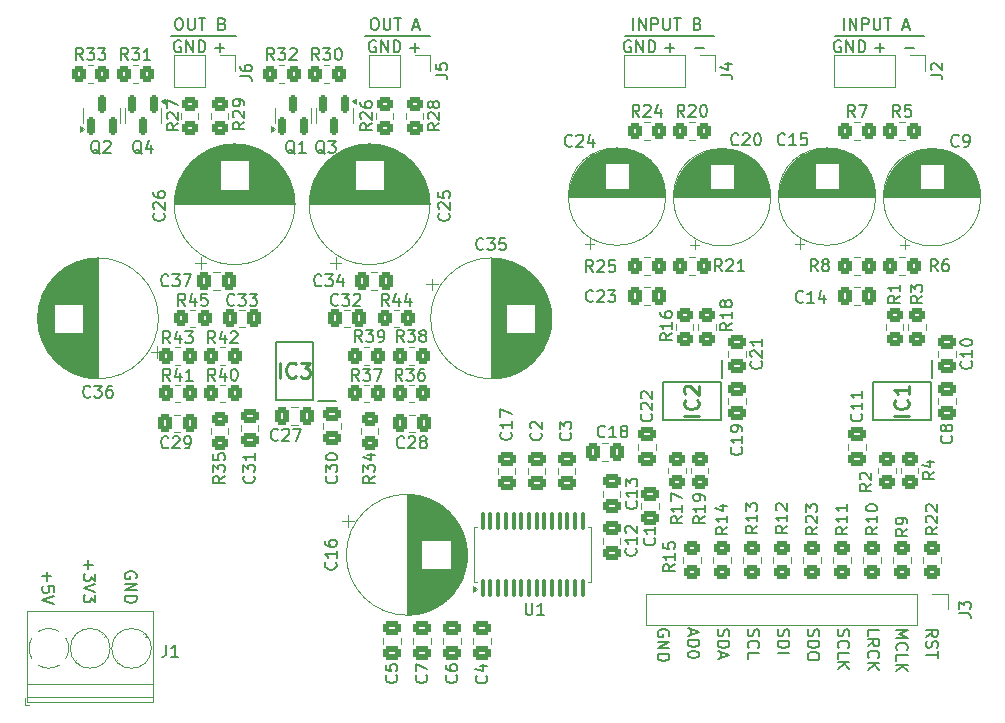
<source format=gto>
G04 #@! TF.GenerationSoftware,KiCad,Pcbnew,8.0.3*
G04 #@! TF.CreationDate,2024-07-30T18:49:54+02:00*
G04 #@! TF.ProjectId,CODEC Dev Board,434f4445-4320-4446-9576-20426f617264,rev?*
G04 #@! TF.SameCoordinates,Original*
G04 #@! TF.FileFunction,Legend,Top*
G04 #@! TF.FilePolarity,Positive*
%FSLAX46Y46*%
G04 Gerber Fmt 4.6, Leading zero omitted, Abs format (unit mm)*
G04 Created by KiCad (PCBNEW 8.0.3) date 2024-07-30 18:49:54*
%MOMM*%
%LPD*%
G01*
G04 APERTURE LIST*
G04 Aperture macros list*
%AMRoundRect*
0 Rectangle with rounded corners*
0 $1 Rounding radius*
0 $2 $3 $4 $5 $6 $7 $8 $9 X,Y pos of 4 corners*
0 Add a 4 corners polygon primitive as box body*
4,1,4,$2,$3,$4,$5,$6,$7,$8,$9,$2,$3,0*
0 Add four circle primitives for the rounded corners*
1,1,$1+$1,$2,$3*
1,1,$1+$1,$4,$5*
1,1,$1+$1,$6,$7*
1,1,$1+$1,$8,$9*
0 Add four rect primitives between the rounded corners*
20,1,$1+$1,$2,$3,$4,$5,0*
20,1,$1+$1,$4,$5,$6,$7,0*
20,1,$1+$1,$6,$7,$8,$9,0*
20,1,$1+$1,$8,$9,$2,$3,0*%
G04 Aperture macros list end*
%ADD10C,0.150000*%
%ADD11C,0.153000*%
%ADD12C,0.254000*%
%ADD13C,0.120000*%
%ADD14C,0.200000*%
%ADD15R,1.600000X1.600000*%
%ADD16C,1.600000*%
%ADD17RoundRect,0.250000X-0.350000X-0.450000X0.350000X-0.450000X0.350000X0.450000X-0.350000X0.450000X0*%
%ADD18RoundRect,0.250000X0.337500X0.475000X-0.337500X0.475000X-0.337500X-0.475000X0.337500X-0.475000X0*%
%ADD19RoundRect,0.250000X0.350000X0.450000X-0.350000X0.450000X-0.350000X-0.450000X0.350000X-0.450000X0*%
%ADD20RoundRect,0.250000X-0.450000X0.350000X-0.450000X-0.350000X0.450000X-0.350000X0.450000X0.350000X0*%
%ADD21RoundRect,0.250000X-0.475000X0.337500X-0.475000X-0.337500X0.475000X-0.337500X0.475000X0.337500X0*%
%ADD22RoundRect,0.250000X0.475000X-0.337500X0.475000X0.337500X-0.475000X0.337500X-0.475000X-0.337500X0*%
%ADD23RoundRect,0.250000X0.450000X-0.350000X0.450000X0.350000X-0.450000X0.350000X-0.450000X-0.350000X0*%
%ADD24R,1.700000X1.700000*%
%ADD25O,1.700000X1.700000*%
%ADD26R,2.000000X2.000000*%
%ADD27C,2.000000*%
%ADD28RoundRect,0.250000X-0.337500X-0.475000X0.337500X-0.475000X0.337500X0.475000X-0.337500X0.475000X0*%
%ADD29RoundRect,0.150000X-0.150000X0.587500X-0.150000X-0.587500X0.150000X-0.587500X0.150000X0.587500X0*%
%ADD30RoundRect,0.100000X0.100000X-0.637500X0.100000X0.637500X-0.100000X0.637500X-0.100000X-0.637500X0*%
%ADD31R,0.650000X1.525000*%
%ADD32RoundRect,0.150000X0.150000X-0.587500X0.150000X0.587500X-0.150000X0.587500X-0.150000X-0.587500X0*%
%ADD33R,1.525000X0.650000*%
%ADD34R,2.400000X2.400000*%
%ADD35C,2.400000*%
%ADD36C,0.800000*%
%ADD37C,0.600000*%
G04 APERTURE END LIST*
D10*
X158150000Y-79755000D02*
X165650000Y-79755000D01*
D11*
X158911905Y-79209663D02*
X158911905Y-78209663D01*
X159388095Y-79209663D02*
X159388095Y-78209663D01*
X159388095Y-78209663D02*
X159959523Y-79209663D01*
X159959523Y-79209663D02*
X159959523Y-78209663D01*
X160435714Y-79209663D02*
X160435714Y-78209663D01*
X160435714Y-78209663D02*
X160816666Y-78209663D01*
X160816666Y-78209663D02*
X160911904Y-78257282D01*
X160911904Y-78257282D02*
X160959523Y-78304901D01*
X160959523Y-78304901D02*
X161007142Y-78400139D01*
X161007142Y-78400139D02*
X161007142Y-78542996D01*
X161007142Y-78542996D02*
X160959523Y-78638234D01*
X160959523Y-78638234D02*
X160911904Y-78685853D01*
X160911904Y-78685853D02*
X160816666Y-78733472D01*
X160816666Y-78733472D02*
X160435714Y-78733472D01*
X161435714Y-78209663D02*
X161435714Y-79019186D01*
X161435714Y-79019186D02*
X161483333Y-79114424D01*
X161483333Y-79114424D02*
X161530952Y-79162044D01*
X161530952Y-79162044D02*
X161626190Y-79209663D01*
X161626190Y-79209663D02*
X161816666Y-79209663D01*
X161816666Y-79209663D02*
X161911904Y-79162044D01*
X161911904Y-79162044D02*
X161959523Y-79114424D01*
X161959523Y-79114424D02*
X162007142Y-79019186D01*
X162007142Y-79019186D02*
X162007142Y-78209663D01*
X162340476Y-78209663D02*
X162911904Y-78209663D01*
X162626190Y-79209663D02*
X162626190Y-78209663D01*
X163959524Y-78923948D02*
X164435714Y-78923948D01*
X163864286Y-79209663D02*
X164197619Y-78209663D01*
X164197619Y-78209663D02*
X164530952Y-79209663D01*
D10*
X140400000Y-79755000D02*
X147900000Y-79755000D01*
D11*
X141090476Y-79209663D02*
X141090476Y-78209663D01*
X141566666Y-79209663D02*
X141566666Y-78209663D01*
X141566666Y-78209663D02*
X142138094Y-79209663D01*
X142138094Y-79209663D02*
X142138094Y-78209663D01*
X142614285Y-79209663D02*
X142614285Y-78209663D01*
X142614285Y-78209663D02*
X142995237Y-78209663D01*
X142995237Y-78209663D02*
X143090475Y-78257282D01*
X143090475Y-78257282D02*
X143138094Y-78304901D01*
X143138094Y-78304901D02*
X143185713Y-78400139D01*
X143185713Y-78400139D02*
X143185713Y-78542996D01*
X143185713Y-78542996D02*
X143138094Y-78638234D01*
X143138094Y-78638234D02*
X143090475Y-78685853D01*
X143090475Y-78685853D02*
X142995237Y-78733472D01*
X142995237Y-78733472D02*
X142614285Y-78733472D01*
X143614285Y-78209663D02*
X143614285Y-79019186D01*
X143614285Y-79019186D02*
X143661904Y-79114424D01*
X143661904Y-79114424D02*
X143709523Y-79162044D01*
X143709523Y-79162044D02*
X143804761Y-79209663D01*
X143804761Y-79209663D02*
X143995237Y-79209663D01*
X143995237Y-79209663D02*
X144090475Y-79162044D01*
X144090475Y-79162044D02*
X144138094Y-79114424D01*
X144138094Y-79114424D02*
X144185713Y-79019186D01*
X144185713Y-79019186D02*
X144185713Y-78209663D01*
X144519047Y-78209663D02*
X145090475Y-78209663D01*
X144804761Y-79209663D02*
X144804761Y-78209663D01*
X146519047Y-78685853D02*
X146661904Y-78733472D01*
X146661904Y-78733472D02*
X146709523Y-78781091D01*
X146709523Y-78781091D02*
X146757142Y-78876329D01*
X146757142Y-78876329D02*
X146757142Y-79019186D01*
X146757142Y-79019186D02*
X146709523Y-79114424D01*
X146709523Y-79114424D02*
X146661904Y-79162044D01*
X146661904Y-79162044D02*
X146566666Y-79209663D01*
X146566666Y-79209663D02*
X146185714Y-79209663D01*
X146185714Y-79209663D02*
X146185714Y-78209663D01*
X146185714Y-78209663D02*
X146519047Y-78209663D01*
X146519047Y-78209663D02*
X146614285Y-78257282D01*
X146614285Y-78257282D02*
X146661904Y-78304901D01*
X146661904Y-78304901D02*
X146709523Y-78400139D01*
X146709523Y-78400139D02*
X146709523Y-78495377D01*
X146709523Y-78495377D02*
X146661904Y-78590615D01*
X146661904Y-78590615D02*
X146614285Y-78638234D01*
X146614285Y-78638234D02*
X146519047Y-78685853D01*
X146519047Y-78685853D02*
X146185714Y-78685853D01*
D10*
X101900000Y-79755000D02*
X107400000Y-79755000D01*
X102519047Y-78209819D02*
X102709523Y-78209819D01*
X102709523Y-78209819D02*
X102804761Y-78257438D01*
X102804761Y-78257438D02*
X102899999Y-78352676D01*
X102899999Y-78352676D02*
X102947618Y-78543152D01*
X102947618Y-78543152D02*
X102947618Y-78876485D01*
X102947618Y-78876485D02*
X102899999Y-79066961D01*
X102899999Y-79066961D02*
X102804761Y-79162200D01*
X102804761Y-79162200D02*
X102709523Y-79209819D01*
X102709523Y-79209819D02*
X102519047Y-79209819D01*
X102519047Y-79209819D02*
X102423809Y-79162200D01*
X102423809Y-79162200D02*
X102328571Y-79066961D01*
X102328571Y-79066961D02*
X102280952Y-78876485D01*
X102280952Y-78876485D02*
X102280952Y-78543152D01*
X102280952Y-78543152D02*
X102328571Y-78352676D01*
X102328571Y-78352676D02*
X102423809Y-78257438D01*
X102423809Y-78257438D02*
X102519047Y-78209819D01*
X103376190Y-78209819D02*
X103376190Y-79019342D01*
X103376190Y-79019342D02*
X103423809Y-79114580D01*
X103423809Y-79114580D02*
X103471428Y-79162200D01*
X103471428Y-79162200D02*
X103566666Y-79209819D01*
X103566666Y-79209819D02*
X103757142Y-79209819D01*
X103757142Y-79209819D02*
X103852380Y-79162200D01*
X103852380Y-79162200D02*
X103899999Y-79114580D01*
X103899999Y-79114580D02*
X103947618Y-79019342D01*
X103947618Y-79019342D02*
X103947618Y-78209819D01*
X104280952Y-78209819D02*
X104852380Y-78209819D01*
X104566666Y-79209819D02*
X104566666Y-78209819D01*
X106280952Y-78686009D02*
X106423809Y-78733628D01*
X106423809Y-78733628D02*
X106471428Y-78781247D01*
X106471428Y-78781247D02*
X106519047Y-78876485D01*
X106519047Y-78876485D02*
X106519047Y-79019342D01*
X106519047Y-79019342D02*
X106471428Y-79114580D01*
X106471428Y-79114580D02*
X106423809Y-79162200D01*
X106423809Y-79162200D02*
X106328571Y-79209819D01*
X106328571Y-79209819D02*
X105947619Y-79209819D01*
X105947619Y-79209819D02*
X105947619Y-78209819D01*
X105947619Y-78209819D02*
X106280952Y-78209819D01*
X106280952Y-78209819D02*
X106376190Y-78257438D01*
X106376190Y-78257438D02*
X106423809Y-78305057D01*
X106423809Y-78305057D02*
X106471428Y-78400295D01*
X106471428Y-78400295D02*
X106471428Y-78495533D01*
X106471428Y-78495533D02*
X106423809Y-78590771D01*
X106423809Y-78590771D02*
X106376190Y-78638390D01*
X106376190Y-78638390D02*
X106280952Y-78686009D01*
X106280952Y-78686009D02*
X105947619Y-78686009D01*
X119090476Y-78209819D02*
X119280952Y-78209819D01*
X119280952Y-78209819D02*
X119376190Y-78257438D01*
X119376190Y-78257438D02*
X119471428Y-78352676D01*
X119471428Y-78352676D02*
X119519047Y-78543152D01*
X119519047Y-78543152D02*
X119519047Y-78876485D01*
X119519047Y-78876485D02*
X119471428Y-79066961D01*
X119471428Y-79066961D02*
X119376190Y-79162200D01*
X119376190Y-79162200D02*
X119280952Y-79209819D01*
X119280952Y-79209819D02*
X119090476Y-79209819D01*
X119090476Y-79209819D02*
X118995238Y-79162200D01*
X118995238Y-79162200D02*
X118900000Y-79066961D01*
X118900000Y-79066961D02*
X118852381Y-78876485D01*
X118852381Y-78876485D02*
X118852381Y-78543152D01*
X118852381Y-78543152D02*
X118900000Y-78352676D01*
X118900000Y-78352676D02*
X118995238Y-78257438D01*
X118995238Y-78257438D02*
X119090476Y-78209819D01*
X119947619Y-78209819D02*
X119947619Y-79019342D01*
X119947619Y-79019342D02*
X119995238Y-79114580D01*
X119995238Y-79114580D02*
X120042857Y-79162200D01*
X120042857Y-79162200D02*
X120138095Y-79209819D01*
X120138095Y-79209819D02*
X120328571Y-79209819D01*
X120328571Y-79209819D02*
X120423809Y-79162200D01*
X120423809Y-79162200D02*
X120471428Y-79114580D01*
X120471428Y-79114580D02*
X120519047Y-79019342D01*
X120519047Y-79019342D02*
X120519047Y-78209819D01*
X120852381Y-78209819D02*
X121423809Y-78209819D01*
X121138095Y-79209819D02*
X121138095Y-78209819D01*
X122471429Y-78924104D02*
X122947619Y-78924104D01*
X122376191Y-79209819D02*
X122709524Y-78209819D01*
X122709524Y-78209819D02*
X123042857Y-79209819D01*
X118400000Y-79755000D02*
X123900000Y-79755000D01*
D11*
X164084048Y-80718710D02*
X164845953Y-80718710D01*
X161544048Y-80718710D02*
X162305953Y-80718710D01*
X161925000Y-81099663D02*
X161925000Y-80337758D01*
X158623095Y-80147282D02*
X158527857Y-80099663D01*
X158527857Y-80099663D02*
X158385000Y-80099663D01*
X158385000Y-80099663D02*
X158242143Y-80147282D01*
X158242143Y-80147282D02*
X158146905Y-80242520D01*
X158146905Y-80242520D02*
X158099286Y-80337758D01*
X158099286Y-80337758D02*
X158051667Y-80528234D01*
X158051667Y-80528234D02*
X158051667Y-80671091D01*
X158051667Y-80671091D02*
X158099286Y-80861567D01*
X158099286Y-80861567D02*
X158146905Y-80956805D01*
X158146905Y-80956805D02*
X158242143Y-81052044D01*
X158242143Y-81052044D02*
X158385000Y-81099663D01*
X158385000Y-81099663D02*
X158480238Y-81099663D01*
X158480238Y-81099663D02*
X158623095Y-81052044D01*
X158623095Y-81052044D02*
X158670714Y-81004424D01*
X158670714Y-81004424D02*
X158670714Y-80671091D01*
X158670714Y-80671091D02*
X158480238Y-80671091D01*
X159099286Y-81099663D02*
X159099286Y-80099663D01*
X159099286Y-80099663D02*
X159670714Y-81099663D01*
X159670714Y-81099663D02*
X159670714Y-80099663D01*
X160146905Y-81099663D02*
X160146905Y-80099663D01*
X160146905Y-80099663D02*
X160385000Y-80099663D01*
X160385000Y-80099663D02*
X160527857Y-80147282D01*
X160527857Y-80147282D02*
X160623095Y-80242520D01*
X160623095Y-80242520D02*
X160670714Y-80337758D01*
X160670714Y-80337758D02*
X160718333Y-80528234D01*
X160718333Y-80528234D02*
X160718333Y-80671091D01*
X160718333Y-80671091D02*
X160670714Y-80861567D01*
X160670714Y-80861567D02*
X160623095Y-80956805D01*
X160623095Y-80956805D02*
X160527857Y-81052044D01*
X160527857Y-81052044D02*
X160385000Y-81099663D01*
X160385000Y-81099663D02*
X160146905Y-81099663D01*
X146304048Y-80718710D02*
X147065953Y-80718710D01*
X143764048Y-80718710D02*
X144525953Y-80718710D01*
X144145000Y-81099663D02*
X144145000Y-80337758D01*
X140843095Y-80147282D02*
X140747857Y-80099663D01*
X140747857Y-80099663D02*
X140605000Y-80099663D01*
X140605000Y-80099663D02*
X140462143Y-80147282D01*
X140462143Y-80147282D02*
X140366905Y-80242520D01*
X140366905Y-80242520D02*
X140319286Y-80337758D01*
X140319286Y-80337758D02*
X140271667Y-80528234D01*
X140271667Y-80528234D02*
X140271667Y-80671091D01*
X140271667Y-80671091D02*
X140319286Y-80861567D01*
X140319286Y-80861567D02*
X140366905Y-80956805D01*
X140366905Y-80956805D02*
X140462143Y-81052044D01*
X140462143Y-81052044D02*
X140605000Y-81099663D01*
X140605000Y-81099663D02*
X140700238Y-81099663D01*
X140700238Y-81099663D02*
X140843095Y-81052044D01*
X140843095Y-81052044D02*
X140890714Y-81004424D01*
X140890714Y-81004424D02*
X140890714Y-80671091D01*
X140890714Y-80671091D02*
X140700238Y-80671091D01*
X141319286Y-81099663D02*
X141319286Y-80099663D01*
X141319286Y-80099663D02*
X141890714Y-81099663D01*
X141890714Y-81099663D02*
X141890714Y-80099663D01*
X142366905Y-81099663D02*
X142366905Y-80099663D01*
X142366905Y-80099663D02*
X142605000Y-80099663D01*
X142605000Y-80099663D02*
X142747857Y-80147282D01*
X142747857Y-80147282D02*
X142843095Y-80242520D01*
X142843095Y-80242520D02*
X142890714Y-80337758D01*
X142890714Y-80337758D02*
X142938333Y-80528234D01*
X142938333Y-80528234D02*
X142938333Y-80671091D01*
X142938333Y-80671091D02*
X142890714Y-80861567D01*
X142890714Y-80861567D02*
X142843095Y-80956805D01*
X142843095Y-80956805D02*
X142747857Y-81052044D01*
X142747857Y-81052044D02*
X142605000Y-81099663D01*
X142605000Y-81099663D02*
X142366905Y-81099663D01*
X150799956Y-129958133D02*
X150752336Y-130100990D01*
X150752336Y-130100990D02*
X150752336Y-130339085D01*
X150752336Y-130339085D02*
X150799956Y-130434323D01*
X150799956Y-130434323D02*
X150847575Y-130481942D01*
X150847575Y-130481942D02*
X150942813Y-130529561D01*
X150942813Y-130529561D02*
X151038051Y-130529561D01*
X151038051Y-130529561D02*
X151133289Y-130481942D01*
X151133289Y-130481942D02*
X151180908Y-130434323D01*
X151180908Y-130434323D02*
X151228527Y-130339085D01*
X151228527Y-130339085D02*
X151276146Y-130148609D01*
X151276146Y-130148609D02*
X151323765Y-130053371D01*
X151323765Y-130053371D02*
X151371384Y-130005752D01*
X151371384Y-130005752D02*
X151466622Y-129958133D01*
X151466622Y-129958133D02*
X151561860Y-129958133D01*
X151561860Y-129958133D02*
X151657098Y-130005752D01*
X151657098Y-130005752D02*
X151704717Y-130053371D01*
X151704717Y-130053371D02*
X151752336Y-130148609D01*
X151752336Y-130148609D02*
X151752336Y-130386704D01*
X151752336Y-130386704D02*
X151704717Y-130529561D01*
X150847575Y-131529561D02*
X150799956Y-131481942D01*
X150799956Y-131481942D02*
X150752336Y-131339085D01*
X150752336Y-131339085D02*
X150752336Y-131243847D01*
X150752336Y-131243847D02*
X150799956Y-131100990D01*
X150799956Y-131100990D02*
X150895194Y-131005752D01*
X150895194Y-131005752D02*
X150990432Y-130958133D01*
X150990432Y-130958133D02*
X151180908Y-130910514D01*
X151180908Y-130910514D02*
X151323765Y-130910514D01*
X151323765Y-130910514D02*
X151514241Y-130958133D01*
X151514241Y-130958133D02*
X151609479Y-131005752D01*
X151609479Y-131005752D02*
X151704717Y-131100990D01*
X151704717Y-131100990D02*
X151752336Y-131243847D01*
X151752336Y-131243847D02*
X151752336Y-131339085D01*
X151752336Y-131339085D02*
X151704717Y-131481942D01*
X151704717Y-131481942D02*
X151657098Y-131529561D01*
X150752336Y-132434323D02*
X150752336Y-131958133D01*
X150752336Y-131958133D02*
X151752336Y-131958133D01*
X145958051Y-129958133D02*
X145958051Y-130434323D01*
X145672336Y-129862895D02*
X146672336Y-130196228D01*
X146672336Y-130196228D02*
X145672336Y-130529561D01*
X145672336Y-130862895D02*
X146672336Y-130862895D01*
X146672336Y-130862895D02*
X146672336Y-131100990D01*
X146672336Y-131100990D02*
X146624717Y-131243847D01*
X146624717Y-131243847D02*
X146529479Y-131339085D01*
X146529479Y-131339085D02*
X146434241Y-131386704D01*
X146434241Y-131386704D02*
X146243765Y-131434323D01*
X146243765Y-131434323D02*
X146100908Y-131434323D01*
X146100908Y-131434323D02*
X145910432Y-131386704D01*
X145910432Y-131386704D02*
X145815194Y-131339085D01*
X145815194Y-131339085D02*
X145719956Y-131243847D01*
X145719956Y-131243847D02*
X145672336Y-131100990D01*
X145672336Y-131100990D02*
X145672336Y-130862895D01*
X146672336Y-132053371D02*
X146672336Y-132148609D01*
X146672336Y-132148609D02*
X146624717Y-132243847D01*
X146624717Y-132243847D02*
X146577098Y-132291466D01*
X146577098Y-132291466D02*
X146481860Y-132339085D01*
X146481860Y-132339085D02*
X146291384Y-132386704D01*
X146291384Y-132386704D02*
X146053289Y-132386704D01*
X146053289Y-132386704D02*
X145862813Y-132339085D01*
X145862813Y-132339085D02*
X145767575Y-132291466D01*
X145767575Y-132291466D02*
X145719956Y-132243847D01*
X145719956Y-132243847D02*
X145672336Y-132148609D01*
X145672336Y-132148609D02*
X145672336Y-132053371D01*
X145672336Y-132053371D02*
X145719956Y-131958133D01*
X145719956Y-131958133D02*
X145767575Y-131910514D01*
X145767575Y-131910514D02*
X145862813Y-131862895D01*
X145862813Y-131862895D02*
X146053289Y-131815276D01*
X146053289Y-131815276D02*
X146291384Y-131815276D01*
X146291384Y-131815276D02*
X146481860Y-131862895D01*
X146481860Y-131862895D02*
X146577098Y-131910514D01*
X146577098Y-131910514D02*
X146624717Y-131958133D01*
X146624717Y-131958133D02*
X146672336Y-132053371D01*
X102743095Y-80147282D02*
X102647857Y-80099663D01*
X102647857Y-80099663D02*
X102505000Y-80099663D01*
X102505000Y-80099663D02*
X102362143Y-80147282D01*
X102362143Y-80147282D02*
X102266905Y-80242520D01*
X102266905Y-80242520D02*
X102219286Y-80337758D01*
X102219286Y-80337758D02*
X102171667Y-80528234D01*
X102171667Y-80528234D02*
X102171667Y-80671091D01*
X102171667Y-80671091D02*
X102219286Y-80861567D01*
X102219286Y-80861567D02*
X102266905Y-80956805D01*
X102266905Y-80956805D02*
X102362143Y-81052044D01*
X102362143Y-81052044D02*
X102505000Y-81099663D01*
X102505000Y-81099663D02*
X102600238Y-81099663D01*
X102600238Y-81099663D02*
X102743095Y-81052044D01*
X102743095Y-81052044D02*
X102790714Y-81004424D01*
X102790714Y-81004424D02*
X102790714Y-80671091D01*
X102790714Y-80671091D02*
X102600238Y-80671091D01*
X103219286Y-81099663D02*
X103219286Y-80099663D01*
X103219286Y-80099663D02*
X103790714Y-81099663D01*
X103790714Y-81099663D02*
X103790714Y-80099663D01*
X104266905Y-81099663D02*
X104266905Y-80099663D01*
X104266905Y-80099663D02*
X104505000Y-80099663D01*
X104505000Y-80099663D02*
X104647857Y-80147282D01*
X104647857Y-80147282D02*
X104743095Y-80242520D01*
X104743095Y-80242520D02*
X104790714Y-80337758D01*
X104790714Y-80337758D02*
X104838333Y-80528234D01*
X104838333Y-80528234D02*
X104838333Y-80671091D01*
X104838333Y-80671091D02*
X104790714Y-80861567D01*
X104790714Y-80861567D02*
X104743095Y-80956805D01*
X104743095Y-80956805D02*
X104647857Y-81052044D01*
X104647857Y-81052044D02*
X104505000Y-81099663D01*
X104505000Y-81099663D02*
X104266905Y-81099663D01*
X165865336Y-130577180D02*
X166341527Y-130243847D01*
X165865336Y-130005752D02*
X166865336Y-130005752D01*
X166865336Y-130005752D02*
X166865336Y-130386704D01*
X166865336Y-130386704D02*
X166817717Y-130481942D01*
X166817717Y-130481942D02*
X166770098Y-130529561D01*
X166770098Y-130529561D02*
X166674860Y-130577180D01*
X166674860Y-130577180D02*
X166532003Y-130577180D01*
X166532003Y-130577180D02*
X166436765Y-130529561D01*
X166436765Y-130529561D02*
X166389146Y-130481942D01*
X166389146Y-130481942D02*
X166341527Y-130386704D01*
X166341527Y-130386704D02*
X166341527Y-130005752D01*
X165912956Y-130958133D02*
X165865336Y-131100990D01*
X165865336Y-131100990D02*
X165865336Y-131339085D01*
X165865336Y-131339085D02*
X165912956Y-131434323D01*
X165912956Y-131434323D02*
X165960575Y-131481942D01*
X165960575Y-131481942D02*
X166055813Y-131529561D01*
X166055813Y-131529561D02*
X166151051Y-131529561D01*
X166151051Y-131529561D02*
X166246289Y-131481942D01*
X166246289Y-131481942D02*
X166293908Y-131434323D01*
X166293908Y-131434323D02*
X166341527Y-131339085D01*
X166341527Y-131339085D02*
X166389146Y-131148609D01*
X166389146Y-131148609D02*
X166436765Y-131053371D01*
X166436765Y-131053371D02*
X166484384Y-131005752D01*
X166484384Y-131005752D02*
X166579622Y-130958133D01*
X166579622Y-130958133D02*
X166674860Y-130958133D01*
X166674860Y-130958133D02*
X166770098Y-131005752D01*
X166770098Y-131005752D02*
X166817717Y-131053371D01*
X166817717Y-131053371D02*
X166865336Y-131148609D01*
X166865336Y-131148609D02*
X166865336Y-131386704D01*
X166865336Y-131386704D02*
X166817717Y-131529561D01*
X166865336Y-131815276D02*
X166865336Y-132386704D01*
X165865336Y-132100990D02*
X166865336Y-132100990D01*
X98982717Y-125617561D02*
X99030336Y-125522323D01*
X99030336Y-125522323D02*
X99030336Y-125379466D01*
X99030336Y-125379466D02*
X98982717Y-125236609D01*
X98982717Y-125236609D02*
X98887479Y-125141371D01*
X98887479Y-125141371D02*
X98792241Y-125093752D01*
X98792241Y-125093752D02*
X98601765Y-125046133D01*
X98601765Y-125046133D02*
X98458908Y-125046133D01*
X98458908Y-125046133D02*
X98268432Y-125093752D01*
X98268432Y-125093752D02*
X98173194Y-125141371D01*
X98173194Y-125141371D02*
X98077956Y-125236609D01*
X98077956Y-125236609D02*
X98030336Y-125379466D01*
X98030336Y-125379466D02*
X98030336Y-125474704D01*
X98030336Y-125474704D02*
X98077956Y-125617561D01*
X98077956Y-125617561D02*
X98125575Y-125665180D01*
X98125575Y-125665180D02*
X98458908Y-125665180D01*
X98458908Y-125665180D02*
X98458908Y-125474704D01*
X98030336Y-126093752D02*
X99030336Y-126093752D01*
X99030336Y-126093752D02*
X98030336Y-126665180D01*
X98030336Y-126665180D02*
X99030336Y-126665180D01*
X98030336Y-127141371D02*
X99030336Y-127141371D01*
X99030336Y-127141371D02*
X99030336Y-127379466D01*
X99030336Y-127379466D02*
X98982717Y-127522323D01*
X98982717Y-127522323D02*
X98887479Y-127617561D01*
X98887479Y-127617561D02*
X98792241Y-127665180D01*
X98792241Y-127665180D02*
X98601765Y-127712799D01*
X98601765Y-127712799D02*
X98458908Y-127712799D01*
X98458908Y-127712799D02*
X98268432Y-127665180D01*
X98268432Y-127665180D02*
X98173194Y-127617561D01*
X98173194Y-127617561D02*
X98077956Y-127522323D01*
X98077956Y-127522323D02*
X98030336Y-127379466D01*
X98030336Y-127379466D02*
X98030336Y-127141371D01*
X144084717Y-130529561D02*
X144132336Y-130434323D01*
X144132336Y-130434323D02*
X144132336Y-130291466D01*
X144132336Y-130291466D02*
X144084717Y-130148609D01*
X144084717Y-130148609D02*
X143989479Y-130053371D01*
X143989479Y-130053371D02*
X143894241Y-130005752D01*
X143894241Y-130005752D02*
X143703765Y-129958133D01*
X143703765Y-129958133D02*
X143560908Y-129958133D01*
X143560908Y-129958133D02*
X143370432Y-130005752D01*
X143370432Y-130005752D02*
X143275194Y-130053371D01*
X143275194Y-130053371D02*
X143179956Y-130148609D01*
X143179956Y-130148609D02*
X143132336Y-130291466D01*
X143132336Y-130291466D02*
X143132336Y-130386704D01*
X143132336Y-130386704D02*
X143179956Y-130529561D01*
X143179956Y-130529561D02*
X143227575Y-130577180D01*
X143227575Y-130577180D02*
X143560908Y-130577180D01*
X143560908Y-130577180D02*
X143560908Y-130386704D01*
X143132336Y-131005752D02*
X144132336Y-131005752D01*
X144132336Y-131005752D02*
X143132336Y-131577180D01*
X143132336Y-131577180D02*
X144132336Y-131577180D01*
X143132336Y-132053371D02*
X144132336Y-132053371D01*
X144132336Y-132053371D02*
X144132336Y-132291466D01*
X144132336Y-132291466D02*
X144084717Y-132434323D01*
X144084717Y-132434323D02*
X143989479Y-132529561D01*
X143989479Y-132529561D02*
X143894241Y-132577180D01*
X143894241Y-132577180D02*
X143703765Y-132624799D01*
X143703765Y-132624799D02*
X143560908Y-132624799D01*
X143560908Y-132624799D02*
X143370432Y-132577180D01*
X143370432Y-132577180D02*
X143275194Y-132529561D01*
X143275194Y-132529561D02*
X143179956Y-132434323D01*
X143179956Y-132434323D02*
X143132336Y-132291466D01*
X143132336Y-132291466D02*
X143132336Y-132053371D01*
X91411289Y-125093752D02*
X91411289Y-125855657D01*
X91030336Y-125474704D02*
X91792241Y-125474704D01*
X92030336Y-126808037D02*
X92030336Y-126331847D01*
X92030336Y-126331847D02*
X91554146Y-126284228D01*
X91554146Y-126284228D02*
X91601765Y-126331847D01*
X91601765Y-126331847D02*
X91649384Y-126427085D01*
X91649384Y-126427085D02*
X91649384Y-126665180D01*
X91649384Y-126665180D02*
X91601765Y-126760418D01*
X91601765Y-126760418D02*
X91554146Y-126808037D01*
X91554146Y-126808037D02*
X91458908Y-126855656D01*
X91458908Y-126855656D02*
X91220813Y-126855656D01*
X91220813Y-126855656D02*
X91125575Y-126808037D01*
X91125575Y-126808037D02*
X91077956Y-126760418D01*
X91077956Y-126760418D02*
X91030336Y-126665180D01*
X91030336Y-126665180D02*
X91030336Y-126427085D01*
X91030336Y-126427085D02*
X91077956Y-126331847D01*
X91077956Y-126331847D02*
X91125575Y-126284228D01*
X92030336Y-127141371D02*
X91030336Y-127474704D01*
X91030336Y-127474704D02*
X92030336Y-127808037D01*
X158419956Y-129958133D02*
X158372336Y-130100990D01*
X158372336Y-130100990D02*
X158372336Y-130339085D01*
X158372336Y-130339085D02*
X158419956Y-130434323D01*
X158419956Y-130434323D02*
X158467575Y-130481942D01*
X158467575Y-130481942D02*
X158562813Y-130529561D01*
X158562813Y-130529561D02*
X158658051Y-130529561D01*
X158658051Y-130529561D02*
X158753289Y-130481942D01*
X158753289Y-130481942D02*
X158800908Y-130434323D01*
X158800908Y-130434323D02*
X158848527Y-130339085D01*
X158848527Y-130339085D02*
X158896146Y-130148609D01*
X158896146Y-130148609D02*
X158943765Y-130053371D01*
X158943765Y-130053371D02*
X158991384Y-130005752D01*
X158991384Y-130005752D02*
X159086622Y-129958133D01*
X159086622Y-129958133D02*
X159181860Y-129958133D01*
X159181860Y-129958133D02*
X159277098Y-130005752D01*
X159277098Y-130005752D02*
X159324717Y-130053371D01*
X159324717Y-130053371D02*
X159372336Y-130148609D01*
X159372336Y-130148609D02*
X159372336Y-130386704D01*
X159372336Y-130386704D02*
X159324717Y-130529561D01*
X158467575Y-131529561D02*
X158419956Y-131481942D01*
X158419956Y-131481942D02*
X158372336Y-131339085D01*
X158372336Y-131339085D02*
X158372336Y-131243847D01*
X158372336Y-131243847D02*
X158419956Y-131100990D01*
X158419956Y-131100990D02*
X158515194Y-131005752D01*
X158515194Y-131005752D02*
X158610432Y-130958133D01*
X158610432Y-130958133D02*
X158800908Y-130910514D01*
X158800908Y-130910514D02*
X158943765Y-130910514D01*
X158943765Y-130910514D02*
X159134241Y-130958133D01*
X159134241Y-130958133D02*
X159229479Y-131005752D01*
X159229479Y-131005752D02*
X159324717Y-131100990D01*
X159324717Y-131100990D02*
X159372336Y-131243847D01*
X159372336Y-131243847D02*
X159372336Y-131339085D01*
X159372336Y-131339085D02*
X159324717Y-131481942D01*
X159324717Y-131481942D02*
X159277098Y-131529561D01*
X158372336Y-132434323D02*
X158372336Y-131958133D01*
X158372336Y-131958133D02*
X159372336Y-131958133D01*
X158372336Y-132767657D02*
X159372336Y-132767657D01*
X158372336Y-133339085D02*
X158943765Y-132910514D01*
X159372336Y-133339085D02*
X158800908Y-132767657D01*
X148259956Y-129958133D02*
X148212336Y-130100990D01*
X148212336Y-130100990D02*
X148212336Y-130339085D01*
X148212336Y-130339085D02*
X148259956Y-130434323D01*
X148259956Y-130434323D02*
X148307575Y-130481942D01*
X148307575Y-130481942D02*
X148402813Y-130529561D01*
X148402813Y-130529561D02*
X148498051Y-130529561D01*
X148498051Y-130529561D02*
X148593289Y-130481942D01*
X148593289Y-130481942D02*
X148640908Y-130434323D01*
X148640908Y-130434323D02*
X148688527Y-130339085D01*
X148688527Y-130339085D02*
X148736146Y-130148609D01*
X148736146Y-130148609D02*
X148783765Y-130053371D01*
X148783765Y-130053371D02*
X148831384Y-130005752D01*
X148831384Y-130005752D02*
X148926622Y-129958133D01*
X148926622Y-129958133D02*
X149021860Y-129958133D01*
X149021860Y-129958133D02*
X149117098Y-130005752D01*
X149117098Y-130005752D02*
X149164717Y-130053371D01*
X149164717Y-130053371D02*
X149212336Y-130148609D01*
X149212336Y-130148609D02*
X149212336Y-130386704D01*
X149212336Y-130386704D02*
X149164717Y-130529561D01*
X148212336Y-130958133D02*
X149212336Y-130958133D01*
X149212336Y-130958133D02*
X149212336Y-131196228D01*
X149212336Y-131196228D02*
X149164717Y-131339085D01*
X149164717Y-131339085D02*
X149069479Y-131434323D01*
X149069479Y-131434323D02*
X148974241Y-131481942D01*
X148974241Y-131481942D02*
X148783765Y-131529561D01*
X148783765Y-131529561D02*
X148640908Y-131529561D01*
X148640908Y-131529561D02*
X148450432Y-131481942D01*
X148450432Y-131481942D02*
X148355194Y-131434323D01*
X148355194Y-131434323D02*
X148259956Y-131339085D01*
X148259956Y-131339085D02*
X148212336Y-131196228D01*
X148212336Y-131196228D02*
X148212336Y-130958133D01*
X148498051Y-131910514D02*
X148498051Y-132386704D01*
X148212336Y-131815276D02*
X149212336Y-132148609D01*
X149212336Y-132148609D02*
X148212336Y-132481942D01*
X105664048Y-80718710D02*
X106425953Y-80718710D01*
X106045000Y-81099663D02*
X106045000Y-80337758D01*
X119253095Y-80147282D02*
X119157857Y-80099663D01*
X119157857Y-80099663D02*
X119015000Y-80099663D01*
X119015000Y-80099663D02*
X118872143Y-80147282D01*
X118872143Y-80147282D02*
X118776905Y-80242520D01*
X118776905Y-80242520D02*
X118729286Y-80337758D01*
X118729286Y-80337758D02*
X118681667Y-80528234D01*
X118681667Y-80528234D02*
X118681667Y-80671091D01*
X118681667Y-80671091D02*
X118729286Y-80861567D01*
X118729286Y-80861567D02*
X118776905Y-80956805D01*
X118776905Y-80956805D02*
X118872143Y-81052044D01*
X118872143Y-81052044D02*
X119015000Y-81099663D01*
X119015000Y-81099663D02*
X119110238Y-81099663D01*
X119110238Y-81099663D02*
X119253095Y-81052044D01*
X119253095Y-81052044D02*
X119300714Y-81004424D01*
X119300714Y-81004424D02*
X119300714Y-80671091D01*
X119300714Y-80671091D02*
X119110238Y-80671091D01*
X119729286Y-81099663D02*
X119729286Y-80099663D01*
X119729286Y-80099663D02*
X120300714Y-81099663D01*
X120300714Y-81099663D02*
X120300714Y-80099663D01*
X120776905Y-81099663D02*
X120776905Y-80099663D01*
X120776905Y-80099663D02*
X121015000Y-80099663D01*
X121015000Y-80099663D02*
X121157857Y-80147282D01*
X121157857Y-80147282D02*
X121253095Y-80242520D01*
X121253095Y-80242520D02*
X121300714Y-80337758D01*
X121300714Y-80337758D02*
X121348333Y-80528234D01*
X121348333Y-80528234D02*
X121348333Y-80671091D01*
X121348333Y-80671091D02*
X121300714Y-80861567D01*
X121300714Y-80861567D02*
X121253095Y-80956805D01*
X121253095Y-80956805D02*
X121157857Y-81052044D01*
X121157857Y-81052044D02*
X121015000Y-81099663D01*
X121015000Y-81099663D02*
X120776905Y-81099663D01*
X153339956Y-129958133D02*
X153292336Y-130100990D01*
X153292336Y-130100990D02*
X153292336Y-130339085D01*
X153292336Y-130339085D02*
X153339956Y-130434323D01*
X153339956Y-130434323D02*
X153387575Y-130481942D01*
X153387575Y-130481942D02*
X153482813Y-130529561D01*
X153482813Y-130529561D02*
X153578051Y-130529561D01*
X153578051Y-130529561D02*
X153673289Y-130481942D01*
X153673289Y-130481942D02*
X153720908Y-130434323D01*
X153720908Y-130434323D02*
X153768527Y-130339085D01*
X153768527Y-130339085D02*
X153816146Y-130148609D01*
X153816146Y-130148609D02*
X153863765Y-130053371D01*
X153863765Y-130053371D02*
X153911384Y-130005752D01*
X153911384Y-130005752D02*
X154006622Y-129958133D01*
X154006622Y-129958133D02*
X154101860Y-129958133D01*
X154101860Y-129958133D02*
X154197098Y-130005752D01*
X154197098Y-130005752D02*
X154244717Y-130053371D01*
X154244717Y-130053371D02*
X154292336Y-130148609D01*
X154292336Y-130148609D02*
X154292336Y-130386704D01*
X154292336Y-130386704D02*
X154244717Y-130529561D01*
X153292336Y-130958133D02*
X154292336Y-130958133D01*
X154292336Y-130958133D02*
X154292336Y-131196228D01*
X154292336Y-131196228D02*
X154244717Y-131339085D01*
X154244717Y-131339085D02*
X154149479Y-131434323D01*
X154149479Y-131434323D02*
X154054241Y-131481942D01*
X154054241Y-131481942D02*
X153863765Y-131529561D01*
X153863765Y-131529561D02*
X153720908Y-131529561D01*
X153720908Y-131529561D02*
X153530432Y-131481942D01*
X153530432Y-131481942D02*
X153435194Y-131434323D01*
X153435194Y-131434323D02*
X153339956Y-131339085D01*
X153339956Y-131339085D02*
X153292336Y-131196228D01*
X153292336Y-131196228D02*
X153292336Y-130958133D01*
X153292336Y-131958133D02*
X154292336Y-131958133D01*
X163325336Y-130005752D02*
X164325336Y-130005752D01*
X164325336Y-130005752D02*
X163611051Y-130339085D01*
X163611051Y-130339085D02*
X164325336Y-130672418D01*
X164325336Y-130672418D02*
X163325336Y-130672418D01*
X163420575Y-131720037D02*
X163372956Y-131672418D01*
X163372956Y-131672418D02*
X163325336Y-131529561D01*
X163325336Y-131529561D02*
X163325336Y-131434323D01*
X163325336Y-131434323D02*
X163372956Y-131291466D01*
X163372956Y-131291466D02*
X163468194Y-131196228D01*
X163468194Y-131196228D02*
X163563432Y-131148609D01*
X163563432Y-131148609D02*
X163753908Y-131100990D01*
X163753908Y-131100990D02*
X163896765Y-131100990D01*
X163896765Y-131100990D02*
X164087241Y-131148609D01*
X164087241Y-131148609D02*
X164182479Y-131196228D01*
X164182479Y-131196228D02*
X164277717Y-131291466D01*
X164277717Y-131291466D02*
X164325336Y-131434323D01*
X164325336Y-131434323D02*
X164325336Y-131529561D01*
X164325336Y-131529561D02*
X164277717Y-131672418D01*
X164277717Y-131672418D02*
X164230098Y-131720037D01*
X163325336Y-132624799D02*
X163325336Y-132148609D01*
X163325336Y-132148609D02*
X164325336Y-132148609D01*
X163325336Y-132958133D02*
X164325336Y-132958133D01*
X163325336Y-133529561D02*
X163896765Y-133100990D01*
X164325336Y-133529561D02*
X163753908Y-132958133D01*
X160912336Y-130481942D02*
X160912336Y-130005752D01*
X160912336Y-130005752D02*
X161912336Y-130005752D01*
X160912336Y-131386704D02*
X161388527Y-131053371D01*
X160912336Y-130815276D02*
X161912336Y-130815276D01*
X161912336Y-130815276D02*
X161912336Y-131196228D01*
X161912336Y-131196228D02*
X161864717Y-131291466D01*
X161864717Y-131291466D02*
X161817098Y-131339085D01*
X161817098Y-131339085D02*
X161721860Y-131386704D01*
X161721860Y-131386704D02*
X161579003Y-131386704D01*
X161579003Y-131386704D02*
X161483765Y-131339085D01*
X161483765Y-131339085D02*
X161436146Y-131291466D01*
X161436146Y-131291466D02*
X161388527Y-131196228D01*
X161388527Y-131196228D02*
X161388527Y-130815276D01*
X161007575Y-132386704D02*
X160959956Y-132339085D01*
X160959956Y-132339085D02*
X160912336Y-132196228D01*
X160912336Y-132196228D02*
X160912336Y-132100990D01*
X160912336Y-132100990D02*
X160959956Y-131958133D01*
X160959956Y-131958133D02*
X161055194Y-131862895D01*
X161055194Y-131862895D02*
X161150432Y-131815276D01*
X161150432Y-131815276D02*
X161340908Y-131767657D01*
X161340908Y-131767657D02*
X161483765Y-131767657D01*
X161483765Y-131767657D02*
X161674241Y-131815276D01*
X161674241Y-131815276D02*
X161769479Y-131862895D01*
X161769479Y-131862895D02*
X161864717Y-131958133D01*
X161864717Y-131958133D02*
X161912336Y-132100990D01*
X161912336Y-132100990D02*
X161912336Y-132196228D01*
X161912336Y-132196228D02*
X161864717Y-132339085D01*
X161864717Y-132339085D02*
X161817098Y-132386704D01*
X160912336Y-132815276D02*
X161912336Y-132815276D01*
X160912336Y-133386704D02*
X161483765Y-132958133D01*
X161912336Y-133386704D02*
X161340908Y-132815276D01*
X94911289Y-124093752D02*
X94911289Y-124855657D01*
X94530336Y-124474704D02*
X95292241Y-124474704D01*
X95530336Y-125236609D02*
X95530336Y-125855656D01*
X95530336Y-125855656D02*
X95149384Y-125522323D01*
X95149384Y-125522323D02*
X95149384Y-125665180D01*
X95149384Y-125665180D02*
X95101765Y-125760418D01*
X95101765Y-125760418D02*
X95054146Y-125808037D01*
X95054146Y-125808037D02*
X94958908Y-125855656D01*
X94958908Y-125855656D02*
X94720813Y-125855656D01*
X94720813Y-125855656D02*
X94625575Y-125808037D01*
X94625575Y-125808037D02*
X94577956Y-125760418D01*
X94577956Y-125760418D02*
X94530336Y-125665180D01*
X94530336Y-125665180D02*
X94530336Y-125379466D01*
X94530336Y-125379466D02*
X94577956Y-125284228D01*
X94577956Y-125284228D02*
X94625575Y-125236609D01*
X95530336Y-126141371D02*
X94530336Y-126474704D01*
X94530336Y-126474704D02*
X95530336Y-126808037D01*
X95530336Y-127046133D02*
X95530336Y-127665180D01*
X95530336Y-127665180D02*
X95149384Y-127331847D01*
X95149384Y-127331847D02*
X95149384Y-127474704D01*
X95149384Y-127474704D02*
X95101765Y-127569942D01*
X95101765Y-127569942D02*
X95054146Y-127617561D01*
X95054146Y-127617561D02*
X94958908Y-127665180D01*
X94958908Y-127665180D02*
X94720813Y-127665180D01*
X94720813Y-127665180D02*
X94625575Y-127617561D01*
X94625575Y-127617561D02*
X94577956Y-127569942D01*
X94577956Y-127569942D02*
X94530336Y-127474704D01*
X94530336Y-127474704D02*
X94530336Y-127188990D01*
X94530336Y-127188990D02*
X94577956Y-127093752D01*
X94577956Y-127093752D02*
X94625575Y-127046133D01*
X155879956Y-129958133D02*
X155832336Y-130100990D01*
X155832336Y-130100990D02*
X155832336Y-130339085D01*
X155832336Y-130339085D02*
X155879956Y-130434323D01*
X155879956Y-130434323D02*
X155927575Y-130481942D01*
X155927575Y-130481942D02*
X156022813Y-130529561D01*
X156022813Y-130529561D02*
X156118051Y-130529561D01*
X156118051Y-130529561D02*
X156213289Y-130481942D01*
X156213289Y-130481942D02*
X156260908Y-130434323D01*
X156260908Y-130434323D02*
X156308527Y-130339085D01*
X156308527Y-130339085D02*
X156356146Y-130148609D01*
X156356146Y-130148609D02*
X156403765Y-130053371D01*
X156403765Y-130053371D02*
X156451384Y-130005752D01*
X156451384Y-130005752D02*
X156546622Y-129958133D01*
X156546622Y-129958133D02*
X156641860Y-129958133D01*
X156641860Y-129958133D02*
X156737098Y-130005752D01*
X156737098Y-130005752D02*
X156784717Y-130053371D01*
X156784717Y-130053371D02*
X156832336Y-130148609D01*
X156832336Y-130148609D02*
X156832336Y-130386704D01*
X156832336Y-130386704D02*
X156784717Y-130529561D01*
X155832336Y-130958133D02*
X156832336Y-130958133D01*
X156832336Y-130958133D02*
X156832336Y-131196228D01*
X156832336Y-131196228D02*
X156784717Y-131339085D01*
X156784717Y-131339085D02*
X156689479Y-131434323D01*
X156689479Y-131434323D02*
X156594241Y-131481942D01*
X156594241Y-131481942D02*
X156403765Y-131529561D01*
X156403765Y-131529561D02*
X156260908Y-131529561D01*
X156260908Y-131529561D02*
X156070432Y-131481942D01*
X156070432Y-131481942D02*
X155975194Y-131434323D01*
X155975194Y-131434323D02*
X155879956Y-131339085D01*
X155879956Y-131339085D02*
X155832336Y-131196228D01*
X155832336Y-131196228D02*
X155832336Y-130958133D01*
X156832336Y-132148609D02*
X156832336Y-132339085D01*
X156832336Y-132339085D02*
X156784717Y-132434323D01*
X156784717Y-132434323D02*
X156689479Y-132529561D01*
X156689479Y-132529561D02*
X156499003Y-132577180D01*
X156499003Y-132577180D02*
X156165670Y-132577180D01*
X156165670Y-132577180D02*
X155975194Y-132529561D01*
X155975194Y-132529561D02*
X155879956Y-132434323D01*
X155879956Y-132434323D02*
X155832336Y-132339085D01*
X155832336Y-132339085D02*
X155832336Y-132148609D01*
X155832336Y-132148609D02*
X155879956Y-132053371D01*
X155879956Y-132053371D02*
X155975194Y-131958133D01*
X155975194Y-131958133D02*
X156165670Y-131910514D01*
X156165670Y-131910514D02*
X156499003Y-131910514D01*
X156499003Y-131910514D02*
X156689479Y-131958133D01*
X156689479Y-131958133D02*
X156784717Y-132053371D01*
X156784717Y-132053371D02*
X156832336Y-132148609D01*
X122174048Y-80718710D02*
X122935953Y-80718710D01*
X122555000Y-81099663D02*
X122555000Y-80337758D01*
D10*
X153916142Y-88878580D02*
X153868523Y-88926200D01*
X153868523Y-88926200D02*
X153725666Y-88973819D01*
X153725666Y-88973819D02*
X153630428Y-88973819D01*
X153630428Y-88973819D02*
X153487571Y-88926200D01*
X153487571Y-88926200D02*
X153392333Y-88830961D01*
X153392333Y-88830961D02*
X153344714Y-88735723D01*
X153344714Y-88735723D02*
X153297095Y-88545247D01*
X153297095Y-88545247D02*
X153297095Y-88402390D01*
X153297095Y-88402390D02*
X153344714Y-88211914D01*
X153344714Y-88211914D02*
X153392333Y-88116676D01*
X153392333Y-88116676D02*
X153487571Y-88021438D01*
X153487571Y-88021438D02*
X153630428Y-87973819D01*
X153630428Y-87973819D02*
X153725666Y-87973819D01*
X153725666Y-87973819D02*
X153868523Y-88021438D01*
X153868523Y-88021438D02*
X153916142Y-88069057D01*
X154868523Y-88973819D02*
X154297095Y-88973819D01*
X154582809Y-88973819D02*
X154582809Y-87973819D01*
X154582809Y-87973819D02*
X154487571Y-88116676D01*
X154487571Y-88116676D02*
X154392333Y-88211914D01*
X154392333Y-88211914D02*
X154297095Y-88259533D01*
X155773285Y-87973819D02*
X155297095Y-87973819D01*
X155297095Y-87973819D02*
X155249476Y-88450009D01*
X155249476Y-88450009D02*
X155297095Y-88402390D01*
X155297095Y-88402390D02*
X155392333Y-88354771D01*
X155392333Y-88354771D02*
X155630428Y-88354771D01*
X155630428Y-88354771D02*
X155725666Y-88402390D01*
X155725666Y-88402390D02*
X155773285Y-88450009D01*
X155773285Y-88450009D02*
X155820904Y-88545247D01*
X155820904Y-88545247D02*
X155820904Y-88783342D01*
X155820904Y-88783342D02*
X155773285Y-88878580D01*
X155773285Y-88878580D02*
X155725666Y-88926200D01*
X155725666Y-88926200D02*
X155630428Y-88973819D01*
X155630428Y-88973819D02*
X155392333Y-88973819D01*
X155392333Y-88973819D02*
X155297095Y-88926200D01*
X155297095Y-88926200D02*
X155249476Y-88878580D01*
X121642142Y-105611819D02*
X121308809Y-105135628D01*
X121070714Y-105611819D02*
X121070714Y-104611819D01*
X121070714Y-104611819D02*
X121451666Y-104611819D01*
X121451666Y-104611819D02*
X121546904Y-104659438D01*
X121546904Y-104659438D02*
X121594523Y-104707057D01*
X121594523Y-104707057D02*
X121642142Y-104802295D01*
X121642142Y-104802295D02*
X121642142Y-104945152D01*
X121642142Y-104945152D02*
X121594523Y-105040390D01*
X121594523Y-105040390D02*
X121546904Y-105088009D01*
X121546904Y-105088009D02*
X121451666Y-105135628D01*
X121451666Y-105135628D02*
X121070714Y-105135628D01*
X121975476Y-104611819D02*
X122594523Y-104611819D01*
X122594523Y-104611819D02*
X122261190Y-104992771D01*
X122261190Y-104992771D02*
X122404047Y-104992771D01*
X122404047Y-104992771D02*
X122499285Y-105040390D01*
X122499285Y-105040390D02*
X122546904Y-105088009D01*
X122546904Y-105088009D02*
X122594523Y-105183247D01*
X122594523Y-105183247D02*
X122594523Y-105421342D01*
X122594523Y-105421342D02*
X122546904Y-105516580D01*
X122546904Y-105516580D02*
X122499285Y-105564200D01*
X122499285Y-105564200D02*
X122404047Y-105611819D01*
X122404047Y-105611819D02*
X122118333Y-105611819D01*
X122118333Y-105611819D02*
X122023095Y-105564200D01*
X122023095Y-105564200D02*
X121975476Y-105516580D01*
X123165952Y-105040390D02*
X123070714Y-104992771D01*
X123070714Y-104992771D02*
X123023095Y-104945152D01*
X123023095Y-104945152D02*
X122975476Y-104849914D01*
X122975476Y-104849914D02*
X122975476Y-104802295D01*
X122975476Y-104802295D02*
X123023095Y-104707057D01*
X123023095Y-104707057D02*
X123070714Y-104659438D01*
X123070714Y-104659438D02*
X123165952Y-104611819D01*
X123165952Y-104611819D02*
X123356428Y-104611819D01*
X123356428Y-104611819D02*
X123451666Y-104659438D01*
X123451666Y-104659438D02*
X123499285Y-104707057D01*
X123499285Y-104707057D02*
X123546904Y-104802295D01*
X123546904Y-104802295D02*
X123546904Y-104849914D01*
X123546904Y-104849914D02*
X123499285Y-104945152D01*
X123499285Y-104945152D02*
X123451666Y-104992771D01*
X123451666Y-104992771D02*
X123356428Y-105040390D01*
X123356428Y-105040390D02*
X123165952Y-105040390D01*
X123165952Y-105040390D02*
X123070714Y-105088009D01*
X123070714Y-105088009D02*
X123023095Y-105135628D01*
X123023095Y-105135628D02*
X122975476Y-105230866D01*
X122975476Y-105230866D02*
X122975476Y-105421342D01*
X122975476Y-105421342D02*
X123023095Y-105516580D01*
X123023095Y-105516580D02*
X123070714Y-105564200D01*
X123070714Y-105564200D02*
X123165952Y-105611819D01*
X123165952Y-105611819D02*
X123356428Y-105611819D01*
X123356428Y-105611819D02*
X123451666Y-105564200D01*
X123451666Y-105564200D02*
X123499285Y-105516580D01*
X123499285Y-105516580D02*
X123546904Y-105421342D01*
X123546904Y-105421342D02*
X123546904Y-105230866D01*
X123546904Y-105230866D02*
X123499285Y-105135628D01*
X123499285Y-105135628D02*
X123451666Y-105088009D01*
X123451666Y-105088009D02*
X123356428Y-105040390D01*
X114673142Y-100816580D02*
X114625523Y-100864200D01*
X114625523Y-100864200D02*
X114482666Y-100911819D01*
X114482666Y-100911819D02*
X114387428Y-100911819D01*
X114387428Y-100911819D02*
X114244571Y-100864200D01*
X114244571Y-100864200D02*
X114149333Y-100768961D01*
X114149333Y-100768961D02*
X114101714Y-100673723D01*
X114101714Y-100673723D02*
X114054095Y-100483247D01*
X114054095Y-100483247D02*
X114054095Y-100340390D01*
X114054095Y-100340390D02*
X114101714Y-100149914D01*
X114101714Y-100149914D02*
X114149333Y-100054676D01*
X114149333Y-100054676D02*
X114244571Y-99959438D01*
X114244571Y-99959438D02*
X114387428Y-99911819D01*
X114387428Y-99911819D02*
X114482666Y-99911819D01*
X114482666Y-99911819D02*
X114625523Y-99959438D01*
X114625523Y-99959438D02*
X114673142Y-100007057D01*
X115006476Y-99911819D02*
X115625523Y-99911819D01*
X115625523Y-99911819D02*
X115292190Y-100292771D01*
X115292190Y-100292771D02*
X115435047Y-100292771D01*
X115435047Y-100292771D02*
X115530285Y-100340390D01*
X115530285Y-100340390D02*
X115577904Y-100388009D01*
X115577904Y-100388009D02*
X115625523Y-100483247D01*
X115625523Y-100483247D02*
X115625523Y-100721342D01*
X115625523Y-100721342D02*
X115577904Y-100816580D01*
X115577904Y-100816580D02*
X115530285Y-100864200D01*
X115530285Y-100864200D02*
X115435047Y-100911819D01*
X115435047Y-100911819D02*
X115149333Y-100911819D01*
X115149333Y-100911819D02*
X115054095Y-100864200D01*
X115054095Y-100864200D02*
X115006476Y-100816580D01*
X116482666Y-100245152D02*
X116482666Y-100911819D01*
X116244571Y-99864200D02*
X116006476Y-100578485D01*
X116006476Y-100578485D02*
X116625523Y-100578485D01*
X145407142Y-86560819D02*
X145073809Y-86084628D01*
X144835714Y-86560819D02*
X144835714Y-85560819D01*
X144835714Y-85560819D02*
X145216666Y-85560819D01*
X145216666Y-85560819D02*
X145311904Y-85608438D01*
X145311904Y-85608438D02*
X145359523Y-85656057D01*
X145359523Y-85656057D02*
X145407142Y-85751295D01*
X145407142Y-85751295D02*
X145407142Y-85894152D01*
X145407142Y-85894152D02*
X145359523Y-85989390D01*
X145359523Y-85989390D02*
X145311904Y-86037009D01*
X145311904Y-86037009D02*
X145216666Y-86084628D01*
X145216666Y-86084628D02*
X144835714Y-86084628D01*
X145788095Y-85656057D02*
X145835714Y-85608438D01*
X145835714Y-85608438D02*
X145930952Y-85560819D01*
X145930952Y-85560819D02*
X146169047Y-85560819D01*
X146169047Y-85560819D02*
X146264285Y-85608438D01*
X146264285Y-85608438D02*
X146311904Y-85656057D01*
X146311904Y-85656057D02*
X146359523Y-85751295D01*
X146359523Y-85751295D02*
X146359523Y-85846533D01*
X146359523Y-85846533D02*
X146311904Y-85989390D01*
X146311904Y-85989390D02*
X145740476Y-86560819D01*
X145740476Y-86560819D02*
X146359523Y-86560819D01*
X146978571Y-85560819D02*
X147073809Y-85560819D01*
X147073809Y-85560819D02*
X147169047Y-85608438D01*
X147169047Y-85608438D02*
X147216666Y-85656057D01*
X147216666Y-85656057D02*
X147264285Y-85751295D01*
X147264285Y-85751295D02*
X147311904Y-85941771D01*
X147311904Y-85941771D02*
X147311904Y-86179866D01*
X147311904Y-86179866D02*
X147264285Y-86370342D01*
X147264285Y-86370342D02*
X147216666Y-86465580D01*
X147216666Y-86465580D02*
X147169047Y-86513200D01*
X147169047Y-86513200D02*
X147073809Y-86560819D01*
X147073809Y-86560819D02*
X146978571Y-86560819D01*
X146978571Y-86560819D02*
X146883333Y-86513200D01*
X146883333Y-86513200D02*
X146835714Y-86465580D01*
X146835714Y-86465580D02*
X146788095Y-86370342D01*
X146788095Y-86370342D02*
X146740476Y-86179866D01*
X146740476Y-86179866D02*
X146740476Y-85941771D01*
X146740476Y-85941771D02*
X146788095Y-85751295D01*
X146788095Y-85751295D02*
X146835714Y-85656057D01*
X146835714Y-85656057D02*
X146883333Y-85608438D01*
X146883333Y-85608438D02*
X146978571Y-85560819D01*
X166570819Y-116625666D02*
X166094628Y-116958999D01*
X166570819Y-117197094D02*
X165570819Y-117197094D01*
X165570819Y-117197094D02*
X165570819Y-116816142D01*
X165570819Y-116816142D02*
X165618438Y-116720904D01*
X165618438Y-116720904D02*
X165666057Y-116673285D01*
X165666057Y-116673285D02*
X165761295Y-116625666D01*
X165761295Y-116625666D02*
X165904152Y-116625666D01*
X165904152Y-116625666D02*
X165999390Y-116673285D01*
X165999390Y-116673285D02*
X166047009Y-116720904D01*
X166047009Y-116720904D02*
X166094628Y-116816142D01*
X166094628Y-116816142D02*
X166094628Y-117197094D01*
X165904152Y-115768523D02*
X166570819Y-115768523D01*
X165523200Y-116006618D02*
X166237485Y-116244713D01*
X166237485Y-116244713D02*
X166237485Y-115625666D01*
X149979142Y-88878580D02*
X149931523Y-88926200D01*
X149931523Y-88926200D02*
X149788666Y-88973819D01*
X149788666Y-88973819D02*
X149693428Y-88973819D01*
X149693428Y-88973819D02*
X149550571Y-88926200D01*
X149550571Y-88926200D02*
X149455333Y-88830961D01*
X149455333Y-88830961D02*
X149407714Y-88735723D01*
X149407714Y-88735723D02*
X149360095Y-88545247D01*
X149360095Y-88545247D02*
X149360095Y-88402390D01*
X149360095Y-88402390D02*
X149407714Y-88211914D01*
X149407714Y-88211914D02*
X149455333Y-88116676D01*
X149455333Y-88116676D02*
X149550571Y-88021438D01*
X149550571Y-88021438D02*
X149693428Y-87973819D01*
X149693428Y-87973819D02*
X149788666Y-87973819D01*
X149788666Y-87973819D02*
X149931523Y-88021438D01*
X149931523Y-88021438D02*
X149979142Y-88069057D01*
X150360095Y-88069057D02*
X150407714Y-88021438D01*
X150407714Y-88021438D02*
X150502952Y-87973819D01*
X150502952Y-87973819D02*
X150741047Y-87973819D01*
X150741047Y-87973819D02*
X150836285Y-88021438D01*
X150836285Y-88021438D02*
X150883904Y-88069057D01*
X150883904Y-88069057D02*
X150931523Y-88164295D01*
X150931523Y-88164295D02*
X150931523Y-88259533D01*
X150931523Y-88259533D02*
X150883904Y-88402390D01*
X150883904Y-88402390D02*
X150312476Y-88973819D01*
X150312476Y-88973819D02*
X150931523Y-88973819D01*
X151550571Y-87973819D02*
X151645809Y-87973819D01*
X151645809Y-87973819D02*
X151741047Y-88021438D01*
X151741047Y-88021438D02*
X151788666Y-88069057D01*
X151788666Y-88069057D02*
X151836285Y-88164295D01*
X151836285Y-88164295D02*
X151883904Y-88354771D01*
X151883904Y-88354771D02*
X151883904Y-88592866D01*
X151883904Y-88592866D02*
X151836285Y-88783342D01*
X151836285Y-88783342D02*
X151788666Y-88878580D01*
X151788666Y-88878580D02*
X151741047Y-88926200D01*
X151741047Y-88926200D02*
X151645809Y-88973819D01*
X151645809Y-88973819D02*
X151550571Y-88973819D01*
X151550571Y-88973819D02*
X151455333Y-88926200D01*
X151455333Y-88926200D02*
X151407714Y-88878580D01*
X151407714Y-88878580D02*
X151360095Y-88783342D01*
X151360095Y-88783342D02*
X151312476Y-88592866D01*
X151312476Y-88592866D02*
X151312476Y-88354771D01*
X151312476Y-88354771D02*
X151360095Y-88164295D01*
X151360095Y-88164295D02*
X151407714Y-88069057D01*
X151407714Y-88069057D02*
X151455333Y-88021438D01*
X151455333Y-88021438D02*
X151550571Y-87973819D01*
X101862142Y-105737819D02*
X101528809Y-105261628D01*
X101290714Y-105737819D02*
X101290714Y-104737819D01*
X101290714Y-104737819D02*
X101671666Y-104737819D01*
X101671666Y-104737819D02*
X101766904Y-104785438D01*
X101766904Y-104785438D02*
X101814523Y-104833057D01*
X101814523Y-104833057D02*
X101862142Y-104928295D01*
X101862142Y-104928295D02*
X101862142Y-105071152D01*
X101862142Y-105071152D02*
X101814523Y-105166390D01*
X101814523Y-105166390D02*
X101766904Y-105214009D01*
X101766904Y-105214009D02*
X101671666Y-105261628D01*
X101671666Y-105261628D02*
X101290714Y-105261628D01*
X102719285Y-105071152D02*
X102719285Y-105737819D01*
X102481190Y-104690200D02*
X102243095Y-105404485D01*
X102243095Y-105404485D02*
X102862142Y-105404485D01*
X103147857Y-104737819D02*
X103766904Y-104737819D01*
X103766904Y-104737819D02*
X103433571Y-105118771D01*
X103433571Y-105118771D02*
X103576428Y-105118771D01*
X103576428Y-105118771D02*
X103671666Y-105166390D01*
X103671666Y-105166390D02*
X103719285Y-105214009D01*
X103719285Y-105214009D02*
X103766904Y-105309247D01*
X103766904Y-105309247D02*
X103766904Y-105547342D01*
X103766904Y-105547342D02*
X103719285Y-105642580D01*
X103719285Y-105642580D02*
X103671666Y-105690200D01*
X103671666Y-105690200D02*
X103576428Y-105737819D01*
X103576428Y-105737819D02*
X103290714Y-105737819D01*
X103290714Y-105737819D02*
X103195476Y-105690200D01*
X103195476Y-105690200D02*
X103147857Y-105642580D01*
X123549580Y-133854666D02*
X123597200Y-133902285D01*
X123597200Y-133902285D02*
X123644819Y-134045142D01*
X123644819Y-134045142D02*
X123644819Y-134140380D01*
X123644819Y-134140380D02*
X123597200Y-134283237D01*
X123597200Y-134283237D02*
X123501961Y-134378475D01*
X123501961Y-134378475D02*
X123406723Y-134426094D01*
X123406723Y-134426094D02*
X123216247Y-134473713D01*
X123216247Y-134473713D02*
X123073390Y-134473713D01*
X123073390Y-134473713D02*
X122882914Y-134426094D01*
X122882914Y-134426094D02*
X122787676Y-134378475D01*
X122787676Y-134378475D02*
X122692438Y-134283237D01*
X122692438Y-134283237D02*
X122644819Y-134140380D01*
X122644819Y-134140380D02*
X122644819Y-134045142D01*
X122644819Y-134045142D02*
X122692438Y-133902285D01*
X122692438Y-133902285D02*
X122740057Y-133854666D01*
X122644819Y-133521332D02*
X122644819Y-132854666D01*
X122644819Y-132854666D02*
X123644819Y-133283237D01*
X141329580Y-119122357D02*
X141377200Y-119169976D01*
X141377200Y-119169976D02*
X141424819Y-119312833D01*
X141424819Y-119312833D02*
X141424819Y-119408071D01*
X141424819Y-119408071D02*
X141377200Y-119550928D01*
X141377200Y-119550928D02*
X141281961Y-119646166D01*
X141281961Y-119646166D02*
X141186723Y-119693785D01*
X141186723Y-119693785D02*
X140996247Y-119741404D01*
X140996247Y-119741404D02*
X140853390Y-119741404D01*
X140853390Y-119741404D02*
X140662914Y-119693785D01*
X140662914Y-119693785D02*
X140567676Y-119646166D01*
X140567676Y-119646166D02*
X140472438Y-119550928D01*
X140472438Y-119550928D02*
X140424819Y-119408071D01*
X140424819Y-119408071D02*
X140424819Y-119312833D01*
X140424819Y-119312833D02*
X140472438Y-119169976D01*
X140472438Y-119169976D02*
X140520057Y-119122357D01*
X141424819Y-118169976D02*
X141424819Y-118741404D01*
X141424819Y-118455690D02*
X140424819Y-118455690D01*
X140424819Y-118455690D02*
X140567676Y-118550928D01*
X140567676Y-118550928D02*
X140662914Y-118646166D01*
X140662914Y-118646166D02*
X140710533Y-118741404D01*
X140424819Y-117836642D02*
X140424819Y-117217595D01*
X140424819Y-117217595D02*
X140805771Y-117550928D01*
X140805771Y-117550928D02*
X140805771Y-117408071D01*
X140805771Y-117408071D02*
X140853390Y-117312833D01*
X140853390Y-117312833D02*
X140901009Y-117265214D01*
X140901009Y-117265214D02*
X140996247Y-117217595D01*
X140996247Y-117217595D02*
X141234342Y-117217595D01*
X141234342Y-117217595D02*
X141329580Y-117265214D01*
X141329580Y-117265214D02*
X141377200Y-117312833D01*
X141377200Y-117312833D02*
X141424819Y-117408071D01*
X141424819Y-117408071D02*
X141424819Y-117693785D01*
X141424819Y-117693785D02*
X141377200Y-117789023D01*
X141377200Y-117789023D02*
X141329580Y-117836642D01*
X128629580Y-133897666D02*
X128677200Y-133945285D01*
X128677200Y-133945285D02*
X128724819Y-134088142D01*
X128724819Y-134088142D02*
X128724819Y-134183380D01*
X128724819Y-134183380D02*
X128677200Y-134326237D01*
X128677200Y-134326237D02*
X128581961Y-134421475D01*
X128581961Y-134421475D02*
X128486723Y-134469094D01*
X128486723Y-134469094D02*
X128296247Y-134516713D01*
X128296247Y-134516713D02*
X128153390Y-134516713D01*
X128153390Y-134516713D02*
X127962914Y-134469094D01*
X127962914Y-134469094D02*
X127867676Y-134421475D01*
X127867676Y-134421475D02*
X127772438Y-134326237D01*
X127772438Y-134326237D02*
X127724819Y-134183380D01*
X127724819Y-134183380D02*
X127724819Y-134088142D01*
X127724819Y-134088142D02*
X127772438Y-133945285D01*
X127772438Y-133945285D02*
X127820057Y-133897666D01*
X128058152Y-133040523D02*
X128724819Y-133040523D01*
X127677200Y-133278618D02*
X128391485Y-133516713D01*
X128391485Y-133516713D02*
X128391485Y-132897666D01*
X114482142Y-81759496D02*
X114148809Y-81283305D01*
X113910714Y-81759496D02*
X113910714Y-80759496D01*
X113910714Y-80759496D02*
X114291666Y-80759496D01*
X114291666Y-80759496D02*
X114386904Y-80807115D01*
X114386904Y-80807115D02*
X114434523Y-80854734D01*
X114434523Y-80854734D02*
X114482142Y-80949972D01*
X114482142Y-80949972D02*
X114482142Y-81092829D01*
X114482142Y-81092829D02*
X114434523Y-81188067D01*
X114434523Y-81188067D02*
X114386904Y-81235686D01*
X114386904Y-81235686D02*
X114291666Y-81283305D01*
X114291666Y-81283305D02*
X113910714Y-81283305D01*
X114815476Y-80759496D02*
X115434523Y-80759496D01*
X115434523Y-80759496D02*
X115101190Y-81140448D01*
X115101190Y-81140448D02*
X115244047Y-81140448D01*
X115244047Y-81140448D02*
X115339285Y-81188067D01*
X115339285Y-81188067D02*
X115386904Y-81235686D01*
X115386904Y-81235686D02*
X115434523Y-81330924D01*
X115434523Y-81330924D02*
X115434523Y-81569019D01*
X115434523Y-81569019D02*
X115386904Y-81664257D01*
X115386904Y-81664257D02*
X115339285Y-81711877D01*
X115339285Y-81711877D02*
X115244047Y-81759496D01*
X115244047Y-81759496D02*
X114958333Y-81759496D01*
X114958333Y-81759496D02*
X114863095Y-81711877D01*
X114863095Y-81711877D02*
X114815476Y-81664257D01*
X116053571Y-80759496D02*
X116148809Y-80759496D01*
X116148809Y-80759496D02*
X116244047Y-80807115D01*
X116244047Y-80807115D02*
X116291666Y-80854734D01*
X116291666Y-80854734D02*
X116339285Y-80949972D01*
X116339285Y-80949972D02*
X116386904Y-81140448D01*
X116386904Y-81140448D02*
X116386904Y-81378543D01*
X116386904Y-81378543D02*
X116339285Y-81569019D01*
X116339285Y-81569019D02*
X116291666Y-81664257D01*
X116291666Y-81664257D02*
X116244047Y-81711877D01*
X116244047Y-81711877D02*
X116148809Y-81759496D01*
X116148809Y-81759496D02*
X116053571Y-81759496D01*
X116053571Y-81759496D02*
X115958333Y-81711877D01*
X115958333Y-81711877D02*
X115910714Y-81664257D01*
X115910714Y-81664257D02*
X115863095Y-81569019D01*
X115863095Y-81569019D02*
X115815476Y-81378543D01*
X115815476Y-81378543D02*
X115815476Y-81140448D01*
X115815476Y-81140448D02*
X115863095Y-80949972D01*
X115863095Y-80949972D02*
X115910714Y-80854734D01*
X115910714Y-80854734D02*
X115958333Y-80807115D01*
X115958333Y-80807115D02*
X116053571Y-80759496D01*
X149044819Y-121292857D02*
X148568628Y-121626190D01*
X149044819Y-121864285D02*
X148044819Y-121864285D01*
X148044819Y-121864285D02*
X148044819Y-121483333D01*
X148044819Y-121483333D02*
X148092438Y-121388095D01*
X148092438Y-121388095D02*
X148140057Y-121340476D01*
X148140057Y-121340476D02*
X148235295Y-121292857D01*
X148235295Y-121292857D02*
X148378152Y-121292857D01*
X148378152Y-121292857D02*
X148473390Y-121340476D01*
X148473390Y-121340476D02*
X148521009Y-121388095D01*
X148521009Y-121388095D02*
X148568628Y-121483333D01*
X148568628Y-121483333D02*
X148568628Y-121864285D01*
X149044819Y-120340476D02*
X149044819Y-120911904D01*
X149044819Y-120626190D02*
X148044819Y-120626190D01*
X148044819Y-120626190D02*
X148187676Y-120721428D01*
X148187676Y-120721428D02*
X148282914Y-120816666D01*
X148282914Y-120816666D02*
X148330533Y-120911904D01*
X148378152Y-119483333D02*
X149044819Y-119483333D01*
X147997200Y-119721428D02*
X148711485Y-119959523D01*
X148711485Y-119959523D02*
X148711485Y-119340476D01*
X107785819Y-83137333D02*
X108500104Y-83137333D01*
X108500104Y-83137333D02*
X108642961Y-83184952D01*
X108642961Y-83184952D02*
X108738200Y-83280190D01*
X108738200Y-83280190D02*
X108785819Y-83423047D01*
X108785819Y-83423047D02*
X108785819Y-83518285D01*
X107785819Y-82232571D02*
X107785819Y-82423047D01*
X107785819Y-82423047D02*
X107833438Y-82518285D01*
X107833438Y-82518285D02*
X107881057Y-82565904D01*
X107881057Y-82565904D02*
X108023914Y-82661142D01*
X108023914Y-82661142D02*
X108214390Y-82708761D01*
X108214390Y-82708761D02*
X108595342Y-82708761D01*
X108595342Y-82708761D02*
X108690580Y-82661142D01*
X108690580Y-82661142D02*
X108738200Y-82613523D01*
X108738200Y-82613523D02*
X108785819Y-82518285D01*
X108785819Y-82518285D02*
X108785819Y-82327809D01*
X108785819Y-82327809D02*
X108738200Y-82232571D01*
X108738200Y-82232571D02*
X108690580Y-82184952D01*
X108690580Y-82184952D02*
X108595342Y-82137333D01*
X108595342Y-82137333D02*
X108357247Y-82137333D01*
X108357247Y-82137333D02*
X108262009Y-82184952D01*
X108262009Y-82184952D02*
X108214390Y-82232571D01*
X108214390Y-82232571D02*
X108166771Y-82327809D01*
X108166771Y-82327809D02*
X108166771Y-82518285D01*
X108166771Y-82518285D02*
X108214390Y-82613523D01*
X108214390Y-82613523D02*
X108262009Y-82661142D01*
X108262009Y-82661142D02*
X108357247Y-82708761D01*
X101324580Y-94749857D02*
X101372200Y-94797476D01*
X101372200Y-94797476D02*
X101419819Y-94940333D01*
X101419819Y-94940333D02*
X101419819Y-95035571D01*
X101419819Y-95035571D02*
X101372200Y-95178428D01*
X101372200Y-95178428D02*
X101276961Y-95273666D01*
X101276961Y-95273666D02*
X101181723Y-95321285D01*
X101181723Y-95321285D02*
X100991247Y-95368904D01*
X100991247Y-95368904D02*
X100848390Y-95368904D01*
X100848390Y-95368904D02*
X100657914Y-95321285D01*
X100657914Y-95321285D02*
X100562676Y-95273666D01*
X100562676Y-95273666D02*
X100467438Y-95178428D01*
X100467438Y-95178428D02*
X100419819Y-95035571D01*
X100419819Y-95035571D02*
X100419819Y-94940333D01*
X100419819Y-94940333D02*
X100467438Y-94797476D01*
X100467438Y-94797476D02*
X100515057Y-94749857D01*
X100515057Y-94368904D02*
X100467438Y-94321285D01*
X100467438Y-94321285D02*
X100419819Y-94226047D01*
X100419819Y-94226047D02*
X100419819Y-93987952D01*
X100419819Y-93987952D02*
X100467438Y-93892714D01*
X100467438Y-93892714D02*
X100515057Y-93845095D01*
X100515057Y-93845095D02*
X100610295Y-93797476D01*
X100610295Y-93797476D02*
X100705533Y-93797476D01*
X100705533Y-93797476D02*
X100848390Y-93845095D01*
X100848390Y-93845095D02*
X101419819Y-94416523D01*
X101419819Y-94416523D02*
X101419819Y-93797476D01*
X100419819Y-92940333D02*
X100419819Y-93130809D01*
X100419819Y-93130809D02*
X100467438Y-93226047D01*
X100467438Y-93226047D02*
X100515057Y-93273666D01*
X100515057Y-93273666D02*
X100657914Y-93368904D01*
X100657914Y-93368904D02*
X100848390Y-93416523D01*
X100848390Y-93416523D02*
X101229342Y-93416523D01*
X101229342Y-93416523D02*
X101324580Y-93368904D01*
X101324580Y-93368904D02*
X101372200Y-93321285D01*
X101372200Y-93321285D02*
X101419819Y-93226047D01*
X101419819Y-93226047D02*
X101419819Y-93035571D01*
X101419819Y-93035571D02*
X101372200Y-92940333D01*
X101372200Y-92940333D02*
X101324580Y-92892714D01*
X101324580Y-92892714D02*
X101229342Y-92845095D01*
X101229342Y-92845095D02*
X100991247Y-92845095D01*
X100991247Y-92845095D02*
X100896009Y-92892714D01*
X100896009Y-92892714D02*
X100848390Y-92940333D01*
X100848390Y-92940333D02*
X100800771Y-93035571D01*
X100800771Y-93035571D02*
X100800771Y-93226047D01*
X100800771Y-93226047D02*
X100848390Y-93321285D01*
X100848390Y-93321285D02*
X100896009Y-93368904D01*
X100896009Y-93368904D02*
X100991247Y-93416523D01*
X116070142Y-102467580D02*
X116022523Y-102515200D01*
X116022523Y-102515200D02*
X115879666Y-102562819D01*
X115879666Y-102562819D02*
X115784428Y-102562819D01*
X115784428Y-102562819D02*
X115641571Y-102515200D01*
X115641571Y-102515200D02*
X115546333Y-102419961D01*
X115546333Y-102419961D02*
X115498714Y-102324723D01*
X115498714Y-102324723D02*
X115451095Y-102134247D01*
X115451095Y-102134247D02*
X115451095Y-101991390D01*
X115451095Y-101991390D02*
X115498714Y-101800914D01*
X115498714Y-101800914D02*
X115546333Y-101705676D01*
X115546333Y-101705676D02*
X115641571Y-101610438D01*
X115641571Y-101610438D02*
X115784428Y-101562819D01*
X115784428Y-101562819D02*
X115879666Y-101562819D01*
X115879666Y-101562819D02*
X116022523Y-101610438D01*
X116022523Y-101610438D02*
X116070142Y-101658057D01*
X116403476Y-101562819D02*
X117022523Y-101562819D01*
X117022523Y-101562819D02*
X116689190Y-101943771D01*
X116689190Y-101943771D02*
X116832047Y-101943771D01*
X116832047Y-101943771D02*
X116927285Y-101991390D01*
X116927285Y-101991390D02*
X116974904Y-102039009D01*
X116974904Y-102039009D02*
X117022523Y-102134247D01*
X117022523Y-102134247D02*
X117022523Y-102372342D01*
X117022523Y-102372342D02*
X116974904Y-102467580D01*
X116974904Y-102467580D02*
X116927285Y-102515200D01*
X116927285Y-102515200D02*
X116832047Y-102562819D01*
X116832047Y-102562819D02*
X116546333Y-102562819D01*
X116546333Y-102562819D02*
X116451095Y-102515200D01*
X116451095Y-102515200D02*
X116403476Y-102467580D01*
X117403476Y-101658057D02*
X117451095Y-101610438D01*
X117451095Y-101610438D02*
X117546333Y-101562819D01*
X117546333Y-101562819D02*
X117784428Y-101562819D01*
X117784428Y-101562819D02*
X117879666Y-101610438D01*
X117879666Y-101610438D02*
X117927285Y-101658057D01*
X117927285Y-101658057D02*
X117974904Y-101753295D01*
X117974904Y-101753295D02*
X117974904Y-101848533D01*
X117974904Y-101848533D02*
X117927285Y-101991390D01*
X117927285Y-101991390D02*
X117355857Y-102562819D01*
X117355857Y-102562819D02*
X117974904Y-102562819D01*
X141276580Y-123102357D02*
X141324200Y-123149976D01*
X141324200Y-123149976D02*
X141371819Y-123292833D01*
X141371819Y-123292833D02*
X141371819Y-123388071D01*
X141371819Y-123388071D02*
X141324200Y-123530928D01*
X141324200Y-123530928D02*
X141228961Y-123626166D01*
X141228961Y-123626166D02*
X141133723Y-123673785D01*
X141133723Y-123673785D02*
X140943247Y-123721404D01*
X140943247Y-123721404D02*
X140800390Y-123721404D01*
X140800390Y-123721404D02*
X140609914Y-123673785D01*
X140609914Y-123673785D02*
X140514676Y-123626166D01*
X140514676Y-123626166D02*
X140419438Y-123530928D01*
X140419438Y-123530928D02*
X140371819Y-123388071D01*
X140371819Y-123388071D02*
X140371819Y-123292833D01*
X140371819Y-123292833D02*
X140419438Y-123149976D01*
X140419438Y-123149976D02*
X140467057Y-123102357D01*
X141371819Y-122149976D02*
X141371819Y-122721404D01*
X141371819Y-122435690D02*
X140371819Y-122435690D01*
X140371819Y-122435690D02*
X140514676Y-122530928D01*
X140514676Y-122530928D02*
X140609914Y-122626166D01*
X140609914Y-122626166D02*
X140657533Y-122721404D01*
X140467057Y-121769023D02*
X140419438Y-121721404D01*
X140419438Y-121721404D02*
X140371819Y-121626166D01*
X140371819Y-121626166D02*
X140371819Y-121388071D01*
X140371819Y-121388071D02*
X140419438Y-121292833D01*
X140419438Y-121292833D02*
X140467057Y-121245214D01*
X140467057Y-121245214D02*
X140562295Y-121197595D01*
X140562295Y-121197595D02*
X140657533Y-121197595D01*
X140657533Y-121197595D02*
X140800390Y-121245214D01*
X140800390Y-121245214D02*
X141371819Y-121816642D01*
X141371819Y-121816642D02*
X141371819Y-121197595D01*
X101719142Y-100816580D02*
X101671523Y-100864200D01*
X101671523Y-100864200D02*
X101528666Y-100911819D01*
X101528666Y-100911819D02*
X101433428Y-100911819D01*
X101433428Y-100911819D02*
X101290571Y-100864200D01*
X101290571Y-100864200D02*
X101195333Y-100768961D01*
X101195333Y-100768961D02*
X101147714Y-100673723D01*
X101147714Y-100673723D02*
X101100095Y-100483247D01*
X101100095Y-100483247D02*
X101100095Y-100340390D01*
X101100095Y-100340390D02*
X101147714Y-100149914D01*
X101147714Y-100149914D02*
X101195333Y-100054676D01*
X101195333Y-100054676D02*
X101290571Y-99959438D01*
X101290571Y-99959438D02*
X101433428Y-99911819D01*
X101433428Y-99911819D02*
X101528666Y-99911819D01*
X101528666Y-99911819D02*
X101671523Y-99959438D01*
X101671523Y-99959438D02*
X101719142Y-100007057D01*
X102052476Y-99911819D02*
X102671523Y-99911819D01*
X102671523Y-99911819D02*
X102338190Y-100292771D01*
X102338190Y-100292771D02*
X102481047Y-100292771D01*
X102481047Y-100292771D02*
X102576285Y-100340390D01*
X102576285Y-100340390D02*
X102623904Y-100388009D01*
X102623904Y-100388009D02*
X102671523Y-100483247D01*
X102671523Y-100483247D02*
X102671523Y-100721342D01*
X102671523Y-100721342D02*
X102623904Y-100816580D01*
X102623904Y-100816580D02*
X102576285Y-100864200D01*
X102576285Y-100864200D02*
X102481047Y-100911819D01*
X102481047Y-100911819D02*
X102195333Y-100911819D01*
X102195333Y-100911819D02*
X102100095Y-100864200D01*
X102100095Y-100864200D02*
X102052476Y-100816580D01*
X103004857Y-99911819D02*
X103671523Y-99911819D01*
X103671523Y-99911819D02*
X103242952Y-100911819D01*
X120388142Y-102562819D02*
X120054809Y-102086628D01*
X119816714Y-102562819D02*
X119816714Y-101562819D01*
X119816714Y-101562819D02*
X120197666Y-101562819D01*
X120197666Y-101562819D02*
X120292904Y-101610438D01*
X120292904Y-101610438D02*
X120340523Y-101658057D01*
X120340523Y-101658057D02*
X120388142Y-101753295D01*
X120388142Y-101753295D02*
X120388142Y-101896152D01*
X120388142Y-101896152D02*
X120340523Y-101991390D01*
X120340523Y-101991390D02*
X120292904Y-102039009D01*
X120292904Y-102039009D02*
X120197666Y-102086628D01*
X120197666Y-102086628D02*
X119816714Y-102086628D01*
X121245285Y-101896152D02*
X121245285Y-102562819D01*
X121007190Y-101515200D02*
X120769095Y-102229485D01*
X120769095Y-102229485D02*
X121388142Y-102229485D01*
X122197666Y-101896152D02*
X122197666Y-102562819D01*
X121959571Y-101515200D02*
X121721476Y-102229485D01*
X121721476Y-102229485D02*
X122340523Y-102229485D01*
X137660142Y-102147080D02*
X137612523Y-102194700D01*
X137612523Y-102194700D02*
X137469666Y-102242319D01*
X137469666Y-102242319D02*
X137374428Y-102242319D01*
X137374428Y-102242319D02*
X137231571Y-102194700D01*
X137231571Y-102194700D02*
X137136333Y-102099461D01*
X137136333Y-102099461D02*
X137088714Y-102004223D01*
X137088714Y-102004223D02*
X137041095Y-101813747D01*
X137041095Y-101813747D02*
X137041095Y-101670890D01*
X137041095Y-101670890D02*
X137088714Y-101480414D01*
X137088714Y-101480414D02*
X137136333Y-101385176D01*
X137136333Y-101385176D02*
X137231571Y-101289938D01*
X137231571Y-101289938D02*
X137374428Y-101242319D01*
X137374428Y-101242319D02*
X137469666Y-101242319D01*
X137469666Y-101242319D02*
X137612523Y-101289938D01*
X137612523Y-101289938D02*
X137660142Y-101337557D01*
X138041095Y-101337557D02*
X138088714Y-101289938D01*
X138088714Y-101289938D02*
X138183952Y-101242319D01*
X138183952Y-101242319D02*
X138422047Y-101242319D01*
X138422047Y-101242319D02*
X138517285Y-101289938D01*
X138517285Y-101289938D02*
X138564904Y-101337557D01*
X138564904Y-101337557D02*
X138612523Y-101432795D01*
X138612523Y-101432795D02*
X138612523Y-101528033D01*
X138612523Y-101528033D02*
X138564904Y-101670890D01*
X138564904Y-101670890D02*
X137993476Y-102242319D01*
X137993476Y-102242319D02*
X138612523Y-102242319D01*
X138945857Y-101242319D02*
X139564904Y-101242319D01*
X139564904Y-101242319D02*
X139231571Y-101623271D01*
X139231571Y-101623271D02*
X139374428Y-101623271D01*
X139374428Y-101623271D02*
X139469666Y-101670890D01*
X139469666Y-101670890D02*
X139517285Y-101718509D01*
X139517285Y-101718509D02*
X139564904Y-101813747D01*
X139564904Y-101813747D02*
X139564904Y-102051842D01*
X139564904Y-102051842D02*
X139517285Y-102147080D01*
X139517285Y-102147080D02*
X139469666Y-102194700D01*
X139469666Y-102194700D02*
X139374428Y-102242319D01*
X139374428Y-102242319D02*
X139088714Y-102242319D01*
X139088714Y-102242319D02*
X138993476Y-102194700D01*
X138993476Y-102194700D02*
X138945857Y-102147080D01*
X135882142Y-89005580D02*
X135834523Y-89053200D01*
X135834523Y-89053200D02*
X135691666Y-89100819D01*
X135691666Y-89100819D02*
X135596428Y-89100819D01*
X135596428Y-89100819D02*
X135453571Y-89053200D01*
X135453571Y-89053200D02*
X135358333Y-88957961D01*
X135358333Y-88957961D02*
X135310714Y-88862723D01*
X135310714Y-88862723D02*
X135263095Y-88672247D01*
X135263095Y-88672247D02*
X135263095Y-88529390D01*
X135263095Y-88529390D02*
X135310714Y-88338914D01*
X135310714Y-88338914D02*
X135358333Y-88243676D01*
X135358333Y-88243676D02*
X135453571Y-88148438D01*
X135453571Y-88148438D02*
X135596428Y-88100819D01*
X135596428Y-88100819D02*
X135691666Y-88100819D01*
X135691666Y-88100819D02*
X135834523Y-88148438D01*
X135834523Y-88148438D02*
X135882142Y-88196057D01*
X136263095Y-88196057D02*
X136310714Y-88148438D01*
X136310714Y-88148438D02*
X136405952Y-88100819D01*
X136405952Y-88100819D02*
X136644047Y-88100819D01*
X136644047Y-88100819D02*
X136739285Y-88148438D01*
X136739285Y-88148438D02*
X136786904Y-88196057D01*
X136786904Y-88196057D02*
X136834523Y-88291295D01*
X136834523Y-88291295D02*
X136834523Y-88386533D01*
X136834523Y-88386533D02*
X136786904Y-88529390D01*
X136786904Y-88529390D02*
X136215476Y-89100819D01*
X136215476Y-89100819D02*
X136834523Y-89100819D01*
X137691666Y-88434152D02*
X137691666Y-89100819D01*
X137453571Y-88053200D02*
X137215476Y-88767485D01*
X137215476Y-88767485D02*
X137834523Y-88767485D01*
X150219580Y-114561857D02*
X150267200Y-114609476D01*
X150267200Y-114609476D02*
X150314819Y-114752333D01*
X150314819Y-114752333D02*
X150314819Y-114847571D01*
X150314819Y-114847571D02*
X150267200Y-114990428D01*
X150267200Y-114990428D02*
X150171961Y-115085666D01*
X150171961Y-115085666D02*
X150076723Y-115133285D01*
X150076723Y-115133285D02*
X149886247Y-115180904D01*
X149886247Y-115180904D02*
X149743390Y-115180904D01*
X149743390Y-115180904D02*
X149552914Y-115133285D01*
X149552914Y-115133285D02*
X149457676Y-115085666D01*
X149457676Y-115085666D02*
X149362438Y-114990428D01*
X149362438Y-114990428D02*
X149314819Y-114847571D01*
X149314819Y-114847571D02*
X149314819Y-114752333D01*
X149314819Y-114752333D02*
X149362438Y-114609476D01*
X149362438Y-114609476D02*
X149410057Y-114561857D01*
X150314819Y-113609476D02*
X150314819Y-114180904D01*
X150314819Y-113895190D02*
X149314819Y-113895190D01*
X149314819Y-113895190D02*
X149457676Y-113990428D01*
X149457676Y-113990428D02*
X149552914Y-114085666D01*
X149552914Y-114085666D02*
X149600533Y-114180904D01*
X150314819Y-113133285D02*
X150314819Y-112942809D01*
X150314819Y-112942809D02*
X150267200Y-112847571D01*
X150267200Y-112847571D02*
X150219580Y-112799952D01*
X150219580Y-112799952D02*
X150076723Y-112704714D01*
X150076723Y-112704714D02*
X149886247Y-112657095D01*
X149886247Y-112657095D02*
X149505295Y-112657095D01*
X149505295Y-112657095D02*
X149410057Y-112704714D01*
X149410057Y-112704714D02*
X149362438Y-112752333D01*
X149362438Y-112752333D02*
X149314819Y-112847571D01*
X149314819Y-112847571D02*
X149314819Y-113038047D01*
X149314819Y-113038047D02*
X149362438Y-113133285D01*
X149362438Y-113133285D02*
X149410057Y-113180904D01*
X149410057Y-113180904D02*
X149505295Y-113228523D01*
X149505295Y-113228523D02*
X149743390Y-113228523D01*
X149743390Y-113228523D02*
X149838628Y-113180904D01*
X149838628Y-113180904D02*
X149886247Y-113133285D01*
X149886247Y-113133285D02*
X149933866Y-113038047D01*
X149933866Y-113038047D02*
X149933866Y-112847571D01*
X149933866Y-112847571D02*
X149886247Y-112752333D01*
X149886247Y-112752333D02*
X149838628Y-112704714D01*
X149838628Y-112704714D02*
X149743390Y-112657095D01*
X128394465Y-97741580D02*
X128346846Y-97789200D01*
X128346846Y-97789200D02*
X128203989Y-97836819D01*
X128203989Y-97836819D02*
X128108751Y-97836819D01*
X128108751Y-97836819D02*
X127965894Y-97789200D01*
X127965894Y-97789200D02*
X127870656Y-97693961D01*
X127870656Y-97693961D02*
X127823037Y-97598723D01*
X127823037Y-97598723D02*
X127775418Y-97408247D01*
X127775418Y-97408247D02*
X127775418Y-97265390D01*
X127775418Y-97265390D02*
X127823037Y-97074914D01*
X127823037Y-97074914D02*
X127870656Y-96979676D01*
X127870656Y-96979676D02*
X127965894Y-96884438D01*
X127965894Y-96884438D02*
X128108751Y-96836819D01*
X128108751Y-96836819D02*
X128203989Y-96836819D01*
X128203989Y-96836819D02*
X128346846Y-96884438D01*
X128346846Y-96884438D02*
X128394465Y-96932057D01*
X128727799Y-96836819D02*
X129346846Y-96836819D01*
X129346846Y-96836819D02*
X129013513Y-97217771D01*
X129013513Y-97217771D02*
X129156370Y-97217771D01*
X129156370Y-97217771D02*
X129251608Y-97265390D01*
X129251608Y-97265390D02*
X129299227Y-97313009D01*
X129299227Y-97313009D02*
X129346846Y-97408247D01*
X129346846Y-97408247D02*
X129346846Y-97646342D01*
X129346846Y-97646342D02*
X129299227Y-97741580D01*
X129299227Y-97741580D02*
X129251608Y-97789200D01*
X129251608Y-97789200D02*
X129156370Y-97836819D01*
X129156370Y-97836819D02*
X128870656Y-97836819D01*
X128870656Y-97836819D02*
X128775418Y-97789200D01*
X128775418Y-97789200D02*
X128727799Y-97741580D01*
X130251608Y-96836819D02*
X129775418Y-96836819D01*
X129775418Y-96836819D02*
X129727799Y-97313009D01*
X129727799Y-97313009D02*
X129775418Y-97265390D01*
X129775418Y-97265390D02*
X129870656Y-97217771D01*
X129870656Y-97217771D02*
X130108751Y-97217771D01*
X130108751Y-97217771D02*
X130203989Y-97265390D01*
X130203989Y-97265390D02*
X130251608Y-97313009D01*
X130251608Y-97313009D02*
X130299227Y-97408247D01*
X130299227Y-97408247D02*
X130299227Y-97646342D01*
X130299227Y-97646342D02*
X130251608Y-97741580D01*
X130251608Y-97741580D02*
X130203989Y-97789200D01*
X130203989Y-97789200D02*
X130108751Y-97836819D01*
X130108751Y-97836819D02*
X129870656Y-97836819D01*
X129870656Y-97836819D02*
X129775418Y-97789200D01*
X129775418Y-97789200D02*
X129727799Y-97741580D01*
X133246580Y-113323666D02*
X133294200Y-113371285D01*
X133294200Y-113371285D02*
X133341819Y-113514142D01*
X133341819Y-113514142D02*
X133341819Y-113609380D01*
X133341819Y-113609380D02*
X133294200Y-113752237D01*
X133294200Y-113752237D02*
X133198961Y-113847475D01*
X133198961Y-113847475D02*
X133103723Y-113895094D01*
X133103723Y-113895094D02*
X132913247Y-113942713D01*
X132913247Y-113942713D02*
X132770390Y-113942713D01*
X132770390Y-113942713D02*
X132579914Y-113895094D01*
X132579914Y-113895094D02*
X132484676Y-113847475D01*
X132484676Y-113847475D02*
X132389438Y-113752237D01*
X132389438Y-113752237D02*
X132341819Y-113609380D01*
X132341819Y-113609380D02*
X132341819Y-113514142D01*
X132341819Y-113514142D02*
X132389438Y-113371285D01*
X132389438Y-113371285D02*
X132437057Y-113323666D01*
X132437057Y-112942713D02*
X132389438Y-112895094D01*
X132389438Y-112895094D02*
X132341819Y-112799856D01*
X132341819Y-112799856D02*
X132341819Y-112561761D01*
X132341819Y-112561761D02*
X132389438Y-112466523D01*
X132389438Y-112466523D02*
X132437057Y-112418904D01*
X132437057Y-112418904D02*
X132532295Y-112371285D01*
X132532295Y-112371285D02*
X132627533Y-112371285D01*
X132627533Y-112371285D02*
X132770390Y-112418904D01*
X132770390Y-112418904D02*
X133341819Y-112990332D01*
X133341819Y-112990332D02*
X133341819Y-112371285D01*
X151899580Y-107277857D02*
X151947200Y-107325476D01*
X151947200Y-107325476D02*
X151994819Y-107468333D01*
X151994819Y-107468333D02*
X151994819Y-107563571D01*
X151994819Y-107563571D02*
X151947200Y-107706428D01*
X151947200Y-107706428D02*
X151851961Y-107801666D01*
X151851961Y-107801666D02*
X151756723Y-107849285D01*
X151756723Y-107849285D02*
X151566247Y-107896904D01*
X151566247Y-107896904D02*
X151423390Y-107896904D01*
X151423390Y-107896904D02*
X151232914Y-107849285D01*
X151232914Y-107849285D02*
X151137676Y-107801666D01*
X151137676Y-107801666D02*
X151042438Y-107706428D01*
X151042438Y-107706428D02*
X150994819Y-107563571D01*
X150994819Y-107563571D02*
X150994819Y-107468333D01*
X150994819Y-107468333D02*
X151042438Y-107325476D01*
X151042438Y-107325476D02*
X151090057Y-107277857D01*
X151090057Y-106896904D02*
X151042438Y-106849285D01*
X151042438Y-106849285D02*
X150994819Y-106754047D01*
X150994819Y-106754047D02*
X150994819Y-106515952D01*
X150994819Y-106515952D02*
X151042438Y-106420714D01*
X151042438Y-106420714D02*
X151090057Y-106373095D01*
X151090057Y-106373095D02*
X151185295Y-106325476D01*
X151185295Y-106325476D02*
X151280533Y-106325476D01*
X151280533Y-106325476D02*
X151423390Y-106373095D01*
X151423390Y-106373095D02*
X151994819Y-106944523D01*
X151994819Y-106944523D02*
X151994819Y-106325476D01*
X151994819Y-105373095D02*
X151994819Y-105944523D01*
X151994819Y-105658809D02*
X150994819Y-105658809D01*
X150994819Y-105658809D02*
X151137676Y-105754047D01*
X151137676Y-105754047D02*
X151232914Y-105849285D01*
X151232914Y-105849285D02*
X151280533Y-105944523D01*
X142853580Y-122235166D02*
X142901200Y-122282785D01*
X142901200Y-122282785D02*
X142948819Y-122425642D01*
X142948819Y-122425642D02*
X142948819Y-122520880D01*
X142948819Y-122520880D02*
X142901200Y-122663737D01*
X142901200Y-122663737D02*
X142805961Y-122758975D01*
X142805961Y-122758975D02*
X142710723Y-122806594D01*
X142710723Y-122806594D02*
X142520247Y-122854213D01*
X142520247Y-122854213D02*
X142377390Y-122854213D01*
X142377390Y-122854213D02*
X142186914Y-122806594D01*
X142186914Y-122806594D02*
X142091676Y-122758975D01*
X142091676Y-122758975D02*
X141996438Y-122663737D01*
X141996438Y-122663737D02*
X141948819Y-122520880D01*
X141948819Y-122520880D02*
X141948819Y-122425642D01*
X141948819Y-122425642D02*
X141996438Y-122282785D01*
X141996438Y-122282785D02*
X142044057Y-122235166D01*
X142948819Y-121282785D02*
X142948819Y-121854213D01*
X142948819Y-121568499D02*
X141948819Y-121568499D01*
X141948819Y-121568499D02*
X142091676Y-121663737D01*
X142091676Y-121663737D02*
X142186914Y-121758975D01*
X142186914Y-121758975D02*
X142234533Y-121854213D01*
X168616333Y-89005580D02*
X168568714Y-89053200D01*
X168568714Y-89053200D02*
X168425857Y-89100819D01*
X168425857Y-89100819D02*
X168330619Y-89100819D01*
X168330619Y-89100819D02*
X168187762Y-89053200D01*
X168187762Y-89053200D02*
X168092524Y-88957961D01*
X168092524Y-88957961D02*
X168044905Y-88862723D01*
X168044905Y-88862723D02*
X167997286Y-88672247D01*
X167997286Y-88672247D02*
X167997286Y-88529390D01*
X167997286Y-88529390D02*
X168044905Y-88338914D01*
X168044905Y-88338914D02*
X168092524Y-88243676D01*
X168092524Y-88243676D02*
X168187762Y-88148438D01*
X168187762Y-88148438D02*
X168330619Y-88100819D01*
X168330619Y-88100819D02*
X168425857Y-88100819D01*
X168425857Y-88100819D02*
X168568714Y-88148438D01*
X168568714Y-88148438D02*
X168616333Y-88196057D01*
X169092524Y-89100819D02*
X169283000Y-89100819D01*
X169283000Y-89100819D02*
X169378238Y-89053200D01*
X169378238Y-89053200D02*
X169425857Y-89005580D01*
X169425857Y-89005580D02*
X169521095Y-88862723D01*
X169521095Y-88862723D02*
X169568714Y-88672247D01*
X169568714Y-88672247D02*
X169568714Y-88291295D01*
X169568714Y-88291295D02*
X169521095Y-88196057D01*
X169521095Y-88196057D02*
X169473476Y-88148438D01*
X169473476Y-88148438D02*
X169378238Y-88100819D01*
X169378238Y-88100819D02*
X169187762Y-88100819D01*
X169187762Y-88100819D02*
X169092524Y-88148438D01*
X169092524Y-88148438D02*
X169044905Y-88196057D01*
X169044905Y-88196057D02*
X168997286Y-88291295D01*
X168997286Y-88291295D02*
X168997286Y-88529390D01*
X168997286Y-88529390D02*
X169044905Y-88624628D01*
X169044905Y-88624628D02*
X169092524Y-88672247D01*
X169092524Y-88672247D02*
X169187762Y-88719866D01*
X169187762Y-88719866D02*
X169378238Y-88719866D01*
X169378238Y-88719866D02*
X169473476Y-88672247D01*
X169473476Y-88672247D02*
X169521095Y-88624628D01*
X169521095Y-88624628D02*
X169568714Y-88529390D01*
X125454580Y-94749857D02*
X125502200Y-94797476D01*
X125502200Y-94797476D02*
X125549819Y-94940333D01*
X125549819Y-94940333D02*
X125549819Y-95035571D01*
X125549819Y-95035571D02*
X125502200Y-95178428D01*
X125502200Y-95178428D02*
X125406961Y-95273666D01*
X125406961Y-95273666D02*
X125311723Y-95321285D01*
X125311723Y-95321285D02*
X125121247Y-95368904D01*
X125121247Y-95368904D02*
X124978390Y-95368904D01*
X124978390Y-95368904D02*
X124787914Y-95321285D01*
X124787914Y-95321285D02*
X124692676Y-95273666D01*
X124692676Y-95273666D02*
X124597438Y-95178428D01*
X124597438Y-95178428D02*
X124549819Y-95035571D01*
X124549819Y-95035571D02*
X124549819Y-94940333D01*
X124549819Y-94940333D02*
X124597438Y-94797476D01*
X124597438Y-94797476D02*
X124645057Y-94749857D01*
X124645057Y-94368904D02*
X124597438Y-94321285D01*
X124597438Y-94321285D02*
X124549819Y-94226047D01*
X124549819Y-94226047D02*
X124549819Y-93987952D01*
X124549819Y-93987952D02*
X124597438Y-93892714D01*
X124597438Y-93892714D02*
X124645057Y-93845095D01*
X124645057Y-93845095D02*
X124740295Y-93797476D01*
X124740295Y-93797476D02*
X124835533Y-93797476D01*
X124835533Y-93797476D02*
X124978390Y-93845095D01*
X124978390Y-93845095D02*
X125549819Y-94416523D01*
X125549819Y-94416523D02*
X125549819Y-93797476D01*
X124549819Y-92892714D02*
X124549819Y-93368904D01*
X124549819Y-93368904D02*
X125026009Y-93416523D01*
X125026009Y-93416523D02*
X124978390Y-93368904D01*
X124978390Y-93368904D02*
X124930771Y-93273666D01*
X124930771Y-93273666D02*
X124930771Y-93035571D01*
X124930771Y-93035571D02*
X124978390Y-92940333D01*
X124978390Y-92940333D02*
X125026009Y-92892714D01*
X125026009Y-92892714D02*
X125121247Y-92845095D01*
X125121247Y-92845095D02*
X125359342Y-92845095D01*
X125359342Y-92845095D02*
X125454580Y-92892714D01*
X125454580Y-92892714D02*
X125502200Y-92940333D01*
X125502200Y-92940333D02*
X125549819Y-93035571D01*
X125549819Y-93035571D02*
X125549819Y-93273666D01*
X125549819Y-93273666D02*
X125502200Y-93368904D01*
X125502200Y-93368904D02*
X125454580Y-93416523D01*
X156664819Y-121292857D02*
X156188628Y-121626190D01*
X156664819Y-121864285D02*
X155664819Y-121864285D01*
X155664819Y-121864285D02*
X155664819Y-121483333D01*
X155664819Y-121483333D02*
X155712438Y-121388095D01*
X155712438Y-121388095D02*
X155760057Y-121340476D01*
X155760057Y-121340476D02*
X155855295Y-121292857D01*
X155855295Y-121292857D02*
X155998152Y-121292857D01*
X155998152Y-121292857D02*
X156093390Y-121340476D01*
X156093390Y-121340476D02*
X156141009Y-121388095D01*
X156141009Y-121388095D02*
X156188628Y-121483333D01*
X156188628Y-121483333D02*
X156188628Y-121864285D01*
X155760057Y-120911904D02*
X155712438Y-120864285D01*
X155712438Y-120864285D02*
X155664819Y-120769047D01*
X155664819Y-120769047D02*
X155664819Y-120530952D01*
X155664819Y-120530952D02*
X155712438Y-120435714D01*
X155712438Y-120435714D02*
X155760057Y-120388095D01*
X155760057Y-120388095D02*
X155855295Y-120340476D01*
X155855295Y-120340476D02*
X155950533Y-120340476D01*
X155950533Y-120340476D02*
X156093390Y-120388095D01*
X156093390Y-120388095D02*
X156664819Y-120959523D01*
X156664819Y-120959523D02*
X156664819Y-120340476D01*
X155664819Y-120007142D02*
X155664819Y-119388095D01*
X155664819Y-119388095D02*
X156045771Y-119721428D01*
X156045771Y-119721428D02*
X156045771Y-119578571D01*
X156045771Y-119578571D02*
X156093390Y-119483333D01*
X156093390Y-119483333D02*
X156141009Y-119435714D01*
X156141009Y-119435714D02*
X156236247Y-119388095D01*
X156236247Y-119388095D02*
X156474342Y-119388095D01*
X156474342Y-119388095D02*
X156569580Y-119435714D01*
X156569580Y-119435714D02*
X156617200Y-119483333D01*
X156617200Y-119483333D02*
X156664819Y-119578571D01*
X156664819Y-119578571D02*
X156664819Y-119864285D01*
X156664819Y-119864285D02*
X156617200Y-119959523D01*
X156617200Y-119959523D02*
X156569580Y-120007142D01*
X110990142Y-113897580D02*
X110942523Y-113945200D01*
X110942523Y-113945200D02*
X110799666Y-113992819D01*
X110799666Y-113992819D02*
X110704428Y-113992819D01*
X110704428Y-113992819D02*
X110561571Y-113945200D01*
X110561571Y-113945200D02*
X110466333Y-113849961D01*
X110466333Y-113849961D02*
X110418714Y-113754723D01*
X110418714Y-113754723D02*
X110371095Y-113564247D01*
X110371095Y-113564247D02*
X110371095Y-113421390D01*
X110371095Y-113421390D02*
X110418714Y-113230914D01*
X110418714Y-113230914D02*
X110466333Y-113135676D01*
X110466333Y-113135676D02*
X110561571Y-113040438D01*
X110561571Y-113040438D02*
X110704428Y-112992819D01*
X110704428Y-112992819D02*
X110799666Y-112992819D01*
X110799666Y-112992819D02*
X110942523Y-113040438D01*
X110942523Y-113040438D02*
X110990142Y-113088057D01*
X111371095Y-113088057D02*
X111418714Y-113040438D01*
X111418714Y-113040438D02*
X111513952Y-112992819D01*
X111513952Y-112992819D02*
X111752047Y-112992819D01*
X111752047Y-112992819D02*
X111847285Y-113040438D01*
X111847285Y-113040438D02*
X111894904Y-113088057D01*
X111894904Y-113088057D02*
X111942523Y-113183295D01*
X111942523Y-113183295D02*
X111942523Y-113278533D01*
X111942523Y-113278533D02*
X111894904Y-113421390D01*
X111894904Y-113421390D02*
X111323476Y-113992819D01*
X111323476Y-113992819D02*
X111942523Y-113992819D01*
X112275857Y-112992819D02*
X112942523Y-112992819D01*
X112942523Y-112992819D02*
X112513952Y-113992819D01*
X161744819Y-121292857D02*
X161268628Y-121626190D01*
X161744819Y-121864285D02*
X160744819Y-121864285D01*
X160744819Y-121864285D02*
X160744819Y-121483333D01*
X160744819Y-121483333D02*
X160792438Y-121388095D01*
X160792438Y-121388095D02*
X160840057Y-121340476D01*
X160840057Y-121340476D02*
X160935295Y-121292857D01*
X160935295Y-121292857D02*
X161078152Y-121292857D01*
X161078152Y-121292857D02*
X161173390Y-121340476D01*
X161173390Y-121340476D02*
X161221009Y-121388095D01*
X161221009Y-121388095D02*
X161268628Y-121483333D01*
X161268628Y-121483333D02*
X161268628Y-121864285D01*
X161744819Y-120340476D02*
X161744819Y-120911904D01*
X161744819Y-120626190D02*
X160744819Y-120626190D01*
X160744819Y-120626190D02*
X160887676Y-120721428D01*
X160887676Y-120721428D02*
X160982914Y-120816666D01*
X160982914Y-120816666D02*
X161030533Y-120911904D01*
X160744819Y-119721428D02*
X160744819Y-119626190D01*
X160744819Y-119626190D02*
X160792438Y-119530952D01*
X160792438Y-119530952D02*
X160840057Y-119483333D01*
X160840057Y-119483333D02*
X160935295Y-119435714D01*
X160935295Y-119435714D02*
X161125771Y-119388095D01*
X161125771Y-119388095D02*
X161363866Y-119388095D01*
X161363866Y-119388095D02*
X161554342Y-119435714D01*
X161554342Y-119435714D02*
X161649580Y-119483333D01*
X161649580Y-119483333D02*
X161697200Y-119530952D01*
X161697200Y-119530952D02*
X161744819Y-119626190D01*
X161744819Y-119626190D02*
X161744819Y-119721428D01*
X161744819Y-119721428D02*
X161697200Y-119816666D01*
X161697200Y-119816666D02*
X161649580Y-119864285D01*
X161649580Y-119864285D02*
X161554342Y-119911904D01*
X161554342Y-119911904D02*
X161363866Y-119959523D01*
X161363866Y-119959523D02*
X161125771Y-119959523D01*
X161125771Y-119959523D02*
X160935295Y-119911904D01*
X160935295Y-119911904D02*
X160840057Y-119864285D01*
X160840057Y-119864285D02*
X160792438Y-119816666D01*
X160792438Y-119816666D02*
X160744819Y-119721428D01*
X110672142Y-81759496D02*
X110338809Y-81283305D01*
X110100714Y-81759496D02*
X110100714Y-80759496D01*
X110100714Y-80759496D02*
X110481666Y-80759496D01*
X110481666Y-80759496D02*
X110576904Y-80807115D01*
X110576904Y-80807115D02*
X110624523Y-80854734D01*
X110624523Y-80854734D02*
X110672142Y-80949972D01*
X110672142Y-80949972D02*
X110672142Y-81092829D01*
X110672142Y-81092829D02*
X110624523Y-81188067D01*
X110624523Y-81188067D02*
X110576904Y-81235686D01*
X110576904Y-81235686D02*
X110481666Y-81283305D01*
X110481666Y-81283305D02*
X110100714Y-81283305D01*
X111005476Y-80759496D02*
X111624523Y-80759496D01*
X111624523Y-80759496D02*
X111291190Y-81140448D01*
X111291190Y-81140448D02*
X111434047Y-81140448D01*
X111434047Y-81140448D02*
X111529285Y-81188067D01*
X111529285Y-81188067D02*
X111576904Y-81235686D01*
X111576904Y-81235686D02*
X111624523Y-81330924D01*
X111624523Y-81330924D02*
X111624523Y-81569019D01*
X111624523Y-81569019D02*
X111576904Y-81664257D01*
X111576904Y-81664257D02*
X111529285Y-81711877D01*
X111529285Y-81711877D02*
X111434047Y-81759496D01*
X111434047Y-81759496D02*
X111148333Y-81759496D01*
X111148333Y-81759496D02*
X111053095Y-81711877D01*
X111053095Y-81711877D02*
X111005476Y-81664257D01*
X112005476Y-80854734D02*
X112053095Y-80807115D01*
X112053095Y-80807115D02*
X112148333Y-80759496D01*
X112148333Y-80759496D02*
X112386428Y-80759496D01*
X112386428Y-80759496D02*
X112481666Y-80807115D01*
X112481666Y-80807115D02*
X112529285Y-80854734D01*
X112529285Y-80854734D02*
X112576904Y-80949972D01*
X112576904Y-80949972D02*
X112576904Y-81045210D01*
X112576904Y-81045210D02*
X112529285Y-81188067D01*
X112529285Y-81188067D02*
X111957857Y-81759496D01*
X111957857Y-81759496D02*
X112576904Y-81759496D01*
X99472761Y-89704057D02*
X99377523Y-89656438D01*
X99377523Y-89656438D02*
X99282285Y-89561200D01*
X99282285Y-89561200D02*
X99139428Y-89418342D01*
X99139428Y-89418342D02*
X99044190Y-89370723D01*
X99044190Y-89370723D02*
X98948952Y-89370723D01*
X98996571Y-89608819D02*
X98901333Y-89561200D01*
X98901333Y-89561200D02*
X98806095Y-89465961D01*
X98806095Y-89465961D02*
X98758476Y-89275485D01*
X98758476Y-89275485D02*
X98758476Y-88942152D01*
X98758476Y-88942152D02*
X98806095Y-88751676D01*
X98806095Y-88751676D02*
X98901333Y-88656438D01*
X98901333Y-88656438D02*
X98996571Y-88608819D01*
X98996571Y-88608819D02*
X99187047Y-88608819D01*
X99187047Y-88608819D02*
X99282285Y-88656438D01*
X99282285Y-88656438D02*
X99377523Y-88751676D01*
X99377523Y-88751676D02*
X99425142Y-88942152D01*
X99425142Y-88942152D02*
X99425142Y-89275485D01*
X99425142Y-89275485D02*
X99377523Y-89465961D01*
X99377523Y-89465961D02*
X99282285Y-89561200D01*
X99282285Y-89561200D02*
X99187047Y-89608819D01*
X99187047Y-89608819D02*
X98996571Y-89608819D01*
X100282285Y-88942152D02*
X100282285Y-89608819D01*
X100044190Y-88561200D02*
X99806095Y-89275485D01*
X99806095Y-89275485D02*
X100425142Y-89275485D01*
X121009580Y-133854666D02*
X121057200Y-133902285D01*
X121057200Y-133902285D02*
X121104819Y-134045142D01*
X121104819Y-134045142D02*
X121104819Y-134140380D01*
X121104819Y-134140380D02*
X121057200Y-134283237D01*
X121057200Y-134283237D02*
X120961961Y-134378475D01*
X120961961Y-134378475D02*
X120866723Y-134426094D01*
X120866723Y-134426094D02*
X120676247Y-134473713D01*
X120676247Y-134473713D02*
X120533390Y-134473713D01*
X120533390Y-134473713D02*
X120342914Y-134426094D01*
X120342914Y-134426094D02*
X120247676Y-134378475D01*
X120247676Y-134378475D02*
X120152438Y-134283237D01*
X120152438Y-134283237D02*
X120104819Y-134140380D01*
X120104819Y-134140380D02*
X120104819Y-134045142D01*
X120104819Y-134045142D02*
X120152438Y-133902285D01*
X120152438Y-133902285D02*
X120200057Y-133854666D01*
X120104819Y-132949904D02*
X120104819Y-133426094D01*
X120104819Y-133426094D02*
X120581009Y-133473713D01*
X120581009Y-133473713D02*
X120533390Y-133426094D01*
X120533390Y-133426094D02*
X120485771Y-133330856D01*
X120485771Y-133330856D02*
X120485771Y-133092761D01*
X120485771Y-133092761D02*
X120533390Y-132997523D01*
X120533390Y-132997523D02*
X120581009Y-132949904D01*
X120581009Y-132949904D02*
X120676247Y-132902285D01*
X120676247Y-132902285D02*
X120914342Y-132902285D01*
X120914342Y-132902285D02*
X121009580Y-132949904D01*
X121009580Y-132949904D02*
X121057200Y-132997523D01*
X121057200Y-132997523D02*
X121104819Y-133092761D01*
X121104819Y-133092761D02*
X121104819Y-133330856D01*
X121104819Y-133330856D02*
X121057200Y-133426094D01*
X121057200Y-133426094D02*
X121009580Y-133473713D01*
X121679642Y-114532580D02*
X121632023Y-114580200D01*
X121632023Y-114580200D02*
X121489166Y-114627819D01*
X121489166Y-114627819D02*
X121393928Y-114627819D01*
X121393928Y-114627819D02*
X121251071Y-114580200D01*
X121251071Y-114580200D02*
X121155833Y-114484961D01*
X121155833Y-114484961D02*
X121108214Y-114389723D01*
X121108214Y-114389723D02*
X121060595Y-114199247D01*
X121060595Y-114199247D02*
X121060595Y-114056390D01*
X121060595Y-114056390D02*
X121108214Y-113865914D01*
X121108214Y-113865914D02*
X121155833Y-113770676D01*
X121155833Y-113770676D02*
X121251071Y-113675438D01*
X121251071Y-113675438D02*
X121393928Y-113627819D01*
X121393928Y-113627819D02*
X121489166Y-113627819D01*
X121489166Y-113627819D02*
X121632023Y-113675438D01*
X121632023Y-113675438D02*
X121679642Y-113723057D01*
X122060595Y-113723057D02*
X122108214Y-113675438D01*
X122108214Y-113675438D02*
X122203452Y-113627819D01*
X122203452Y-113627819D02*
X122441547Y-113627819D01*
X122441547Y-113627819D02*
X122536785Y-113675438D01*
X122536785Y-113675438D02*
X122584404Y-113723057D01*
X122584404Y-113723057D02*
X122632023Y-113818295D01*
X122632023Y-113818295D02*
X122632023Y-113913533D01*
X122632023Y-113913533D02*
X122584404Y-114056390D01*
X122584404Y-114056390D02*
X122012976Y-114627819D01*
X122012976Y-114627819D02*
X122632023Y-114627819D01*
X123203452Y-114056390D02*
X123108214Y-114008771D01*
X123108214Y-114008771D02*
X123060595Y-113961152D01*
X123060595Y-113961152D02*
X123012976Y-113865914D01*
X123012976Y-113865914D02*
X123012976Y-113818295D01*
X123012976Y-113818295D02*
X123060595Y-113723057D01*
X123060595Y-113723057D02*
X123108214Y-113675438D01*
X123108214Y-113675438D02*
X123203452Y-113627819D01*
X123203452Y-113627819D02*
X123393928Y-113627819D01*
X123393928Y-113627819D02*
X123489166Y-113675438D01*
X123489166Y-113675438D02*
X123536785Y-113723057D01*
X123536785Y-113723057D02*
X123584404Y-113818295D01*
X123584404Y-113818295D02*
X123584404Y-113865914D01*
X123584404Y-113865914D02*
X123536785Y-113961152D01*
X123536785Y-113961152D02*
X123489166Y-114008771D01*
X123489166Y-114008771D02*
X123393928Y-114056390D01*
X123393928Y-114056390D02*
X123203452Y-114056390D01*
X123203452Y-114056390D02*
X123108214Y-114104009D01*
X123108214Y-114104009D02*
X123060595Y-114151628D01*
X123060595Y-114151628D02*
X123012976Y-114246866D01*
X123012976Y-114246866D02*
X123012976Y-114437342D01*
X123012976Y-114437342D02*
X123060595Y-114532580D01*
X123060595Y-114532580D02*
X123108214Y-114580200D01*
X123108214Y-114580200D02*
X123203452Y-114627819D01*
X123203452Y-114627819D02*
X123393928Y-114627819D01*
X123393928Y-114627819D02*
X123489166Y-114580200D01*
X123489166Y-114580200D02*
X123536785Y-114532580D01*
X123536785Y-114532580D02*
X123584404Y-114437342D01*
X123584404Y-114437342D02*
X123584404Y-114246866D01*
X123584404Y-114246866D02*
X123536785Y-114151628D01*
X123536785Y-114151628D02*
X123489166Y-114104009D01*
X123489166Y-114104009D02*
X123393928Y-114056390D01*
X101862142Y-108912819D02*
X101528809Y-108436628D01*
X101290714Y-108912819D02*
X101290714Y-107912819D01*
X101290714Y-107912819D02*
X101671666Y-107912819D01*
X101671666Y-107912819D02*
X101766904Y-107960438D01*
X101766904Y-107960438D02*
X101814523Y-108008057D01*
X101814523Y-108008057D02*
X101862142Y-108103295D01*
X101862142Y-108103295D02*
X101862142Y-108246152D01*
X101862142Y-108246152D02*
X101814523Y-108341390D01*
X101814523Y-108341390D02*
X101766904Y-108389009D01*
X101766904Y-108389009D02*
X101671666Y-108436628D01*
X101671666Y-108436628D02*
X101290714Y-108436628D01*
X102719285Y-108246152D02*
X102719285Y-108912819D01*
X102481190Y-107865200D02*
X102243095Y-108579485D01*
X102243095Y-108579485D02*
X102862142Y-108579485D01*
X103766904Y-108912819D02*
X103195476Y-108912819D01*
X103481190Y-108912819D02*
X103481190Y-107912819D01*
X103481190Y-107912819D02*
X103385952Y-108055676D01*
X103385952Y-108055676D02*
X103290714Y-108150914D01*
X103290714Y-108150914D02*
X103195476Y-108198533D01*
X124344819Y-83010333D02*
X125059104Y-83010333D01*
X125059104Y-83010333D02*
X125201961Y-83057952D01*
X125201961Y-83057952D02*
X125297200Y-83153190D01*
X125297200Y-83153190D02*
X125344819Y-83296047D01*
X125344819Y-83296047D02*
X125344819Y-83391285D01*
X124344819Y-82057952D02*
X124344819Y-82534142D01*
X124344819Y-82534142D02*
X124821009Y-82581761D01*
X124821009Y-82581761D02*
X124773390Y-82534142D01*
X124773390Y-82534142D02*
X124725771Y-82438904D01*
X124725771Y-82438904D02*
X124725771Y-82200809D01*
X124725771Y-82200809D02*
X124773390Y-82105571D01*
X124773390Y-82105571D02*
X124821009Y-82057952D01*
X124821009Y-82057952D02*
X124916247Y-82010333D01*
X124916247Y-82010333D02*
X125154342Y-82010333D01*
X125154342Y-82010333D02*
X125249580Y-82057952D01*
X125249580Y-82057952D02*
X125297200Y-82105571D01*
X125297200Y-82105571D02*
X125344819Y-82200809D01*
X125344819Y-82200809D02*
X125344819Y-82438904D01*
X125344819Y-82438904D02*
X125297200Y-82534142D01*
X125297200Y-82534142D02*
X125249580Y-82581761D01*
X155440142Y-102213580D02*
X155392523Y-102261200D01*
X155392523Y-102261200D02*
X155249666Y-102308819D01*
X155249666Y-102308819D02*
X155154428Y-102308819D01*
X155154428Y-102308819D02*
X155011571Y-102261200D01*
X155011571Y-102261200D02*
X154916333Y-102165961D01*
X154916333Y-102165961D02*
X154868714Y-102070723D01*
X154868714Y-102070723D02*
X154821095Y-101880247D01*
X154821095Y-101880247D02*
X154821095Y-101737390D01*
X154821095Y-101737390D02*
X154868714Y-101546914D01*
X154868714Y-101546914D02*
X154916333Y-101451676D01*
X154916333Y-101451676D02*
X155011571Y-101356438D01*
X155011571Y-101356438D02*
X155154428Y-101308819D01*
X155154428Y-101308819D02*
X155249666Y-101308819D01*
X155249666Y-101308819D02*
X155392523Y-101356438D01*
X155392523Y-101356438D02*
X155440142Y-101404057D01*
X156392523Y-102308819D02*
X155821095Y-102308819D01*
X156106809Y-102308819D02*
X156106809Y-101308819D01*
X156106809Y-101308819D02*
X156011571Y-101451676D01*
X156011571Y-101451676D02*
X155916333Y-101546914D01*
X155916333Y-101546914D02*
X155821095Y-101594533D01*
X157249666Y-101642152D02*
X157249666Y-102308819D01*
X157011571Y-101261200D02*
X156773476Y-101975485D01*
X156773476Y-101975485D02*
X157392523Y-101975485D01*
X159204819Y-121292857D02*
X158728628Y-121626190D01*
X159204819Y-121864285D02*
X158204819Y-121864285D01*
X158204819Y-121864285D02*
X158204819Y-121483333D01*
X158204819Y-121483333D02*
X158252438Y-121388095D01*
X158252438Y-121388095D02*
X158300057Y-121340476D01*
X158300057Y-121340476D02*
X158395295Y-121292857D01*
X158395295Y-121292857D02*
X158538152Y-121292857D01*
X158538152Y-121292857D02*
X158633390Y-121340476D01*
X158633390Y-121340476D02*
X158681009Y-121388095D01*
X158681009Y-121388095D02*
X158728628Y-121483333D01*
X158728628Y-121483333D02*
X158728628Y-121864285D01*
X159204819Y-120340476D02*
X159204819Y-120911904D01*
X159204819Y-120626190D02*
X158204819Y-120626190D01*
X158204819Y-120626190D02*
X158347676Y-120721428D01*
X158347676Y-120721428D02*
X158442914Y-120816666D01*
X158442914Y-120816666D02*
X158490533Y-120911904D01*
X159204819Y-119388095D02*
X159204819Y-119959523D01*
X159204819Y-119673809D02*
X158204819Y-119673809D01*
X158204819Y-119673809D02*
X158347676Y-119769047D01*
X158347676Y-119769047D02*
X158442914Y-119864285D01*
X158442914Y-119864285D02*
X158490533Y-119959523D01*
X124660819Y-87129857D02*
X124184628Y-87463190D01*
X124660819Y-87701285D02*
X123660819Y-87701285D01*
X123660819Y-87701285D02*
X123660819Y-87320333D01*
X123660819Y-87320333D02*
X123708438Y-87225095D01*
X123708438Y-87225095D02*
X123756057Y-87177476D01*
X123756057Y-87177476D02*
X123851295Y-87129857D01*
X123851295Y-87129857D02*
X123994152Y-87129857D01*
X123994152Y-87129857D02*
X124089390Y-87177476D01*
X124089390Y-87177476D02*
X124137009Y-87225095D01*
X124137009Y-87225095D02*
X124184628Y-87320333D01*
X124184628Y-87320333D02*
X124184628Y-87701285D01*
X123756057Y-86748904D02*
X123708438Y-86701285D01*
X123708438Y-86701285D02*
X123660819Y-86606047D01*
X123660819Y-86606047D02*
X123660819Y-86367952D01*
X123660819Y-86367952D02*
X123708438Y-86272714D01*
X123708438Y-86272714D02*
X123756057Y-86225095D01*
X123756057Y-86225095D02*
X123851295Y-86177476D01*
X123851295Y-86177476D02*
X123946533Y-86177476D01*
X123946533Y-86177476D02*
X124089390Y-86225095D01*
X124089390Y-86225095D02*
X124660819Y-86796523D01*
X124660819Y-86796523D02*
X124660819Y-86177476D01*
X124089390Y-85606047D02*
X124041771Y-85701285D01*
X124041771Y-85701285D02*
X123994152Y-85748904D01*
X123994152Y-85748904D02*
X123898914Y-85796523D01*
X123898914Y-85796523D02*
X123851295Y-85796523D01*
X123851295Y-85796523D02*
X123756057Y-85748904D01*
X123756057Y-85748904D02*
X123708438Y-85701285D01*
X123708438Y-85701285D02*
X123660819Y-85606047D01*
X123660819Y-85606047D02*
X123660819Y-85415571D01*
X123660819Y-85415571D02*
X123708438Y-85320333D01*
X123708438Y-85320333D02*
X123756057Y-85272714D01*
X123756057Y-85272714D02*
X123851295Y-85225095D01*
X123851295Y-85225095D02*
X123898914Y-85225095D01*
X123898914Y-85225095D02*
X123994152Y-85272714D01*
X123994152Y-85272714D02*
X124041771Y-85320333D01*
X124041771Y-85320333D02*
X124089390Y-85415571D01*
X124089390Y-85415571D02*
X124089390Y-85606047D01*
X124089390Y-85606047D02*
X124137009Y-85701285D01*
X124137009Y-85701285D02*
X124184628Y-85748904D01*
X124184628Y-85748904D02*
X124279866Y-85796523D01*
X124279866Y-85796523D02*
X124470342Y-85796523D01*
X124470342Y-85796523D02*
X124565580Y-85748904D01*
X124565580Y-85748904D02*
X124613200Y-85701285D01*
X124613200Y-85701285D02*
X124660819Y-85606047D01*
X124660819Y-85606047D02*
X124660819Y-85415571D01*
X124660819Y-85415571D02*
X124613200Y-85320333D01*
X124613200Y-85320333D02*
X124565580Y-85272714D01*
X124565580Y-85272714D02*
X124470342Y-85225095D01*
X124470342Y-85225095D02*
X124279866Y-85225095D01*
X124279866Y-85225095D02*
X124184628Y-85272714D01*
X124184628Y-85272714D02*
X124137009Y-85320333D01*
X124137009Y-85320333D02*
X124089390Y-85415571D01*
X94482142Y-81759496D02*
X94148809Y-81283305D01*
X93910714Y-81759496D02*
X93910714Y-80759496D01*
X93910714Y-80759496D02*
X94291666Y-80759496D01*
X94291666Y-80759496D02*
X94386904Y-80807115D01*
X94386904Y-80807115D02*
X94434523Y-80854734D01*
X94434523Y-80854734D02*
X94482142Y-80949972D01*
X94482142Y-80949972D02*
X94482142Y-81092829D01*
X94482142Y-81092829D02*
X94434523Y-81188067D01*
X94434523Y-81188067D02*
X94386904Y-81235686D01*
X94386904Y-81235686D02*
X94291666Y-81283305D01*
X94291666Y-81283305D02*
X93910714Y-81283305D01*
X94815476Y-80759496D02*
X95434523Y-80759496D01*
X95434523Y-80759496D02*
X95101190Y-81140448D01*
X95101190Y-81140448D02*
X95244047Y-81140448D01*
X95244047Y-81140448D02*
X95339285Y-81188067D01*
X95339285Y-81188067D02*
X95386904Y-81235686D01*
X95386904Y-81235686D02*
X95434523Y-81330924D01*
X95434523Y-81330924D02*
X95434523Y-81569019D01*
X95434523Y-81569019D02*
X95386904Y-81664257D01*
X95386904Y-81664257D02*
X95339285Y-81711877D01*
X95339285Y-81711877D02*
X95244047Y-81759496D01*
X95244047Y-81759496D02*
X94958333Y-81759496D01*
X94958333Y-81759496D02*
X94863095Y-81711877D01*
X94863095Y-81711877D02*
X94815476Y-81664257D01*
X95767857Y-80759496D02*
X96386904Y-80759496D01*
X96386904Y-80759496D02*
X96053571Y-81140448D01*
X96053571Y-81140448D02*
X96196428Y-81140448D01*
X96196428Y-81140448D02*
X96291666Y-81188067D01*
X96291666Y-81188067D02*
X96339285Y-81235686D01*
X96339285Y-81235686D02*
X96386904Y-81330924D01*
X96386904Y-81330924D02*
X96386904Y-81569019D01*
X96386904Y-81569019D02*
X96339285Y-81664257D01*
X96339285Y-81664257D02*
X96291666Y-81711877D01*
X96291666Y-81711877D02*
X96196428Y-81759496D01*
X96196428Y-81759496D02*
X95910714Y-81759496D01*
X95910714Y-81759496D02*
X95815476Y-81711877D01*
X95815476Y-81711877D02*
X95767857Y-81664257D01*
X141597142Y-86560819D02*
X141263809Y-86084628D01*
X141025714Y-86560819D02*
X141025714Y-85560819D01*
X141025714Y-85560819D02*
X141406666Y-85560819D01*
X141406666Y-85560819D02*
X141501904Y-85608438D01*
X141501904Y-85608438D02*
X141549523Y-85656057D01*
X141549523Y-85656057D02*
X141597142Y-85751295D01*
X141597142Y-85751295D02*
X141597142Y-85894152D01*
X141597142Y-85894152D02*
X141549523Y-85989390D01*
X141549523Y-85989390D02*
X141501904Y-86037009D01*
X141501904Y-86037009D02*
X141406666Y-86084628D01*
X141406666Y-86084628D02*
X141025714Y-86084628D01*
X141978095Y-85656057D02*
X142025714Y-85608438D01*
X142025714Y-85608438D02*
X142120952Y-85560819D01*
X142120952Y-85560819D02*
X142359047Y-85560819D01*
X142359047Y-85560819D02*
X142454285Y-85608438D01*
X142454285Y-85608438D02*
X142501904Y-85656057D01*
X142501904Y-85656057D02*
X142549523Y-85751295D01*
X142549523Y-85751295D02*
X142549523Y-85846533D01*
X142549523Y-85846533D02*
X142501904Y-85989390D01*
X142501904Y-85989390D02*
X141930476Y-86560819D01*
X141930476Y-86560819D02*
X142549523Y-86560819D01*
X143406666Y-85894152D02*
X143406666Y-86560819D01*
X143168571Y-85513200D02*
X142930476Y-86227485D01*
X142930476Y-86227485D02*
X143549523Y-86227485D01*
X117848142Y-108912819D02*
X117514809Y-108436628D01*
X117276714Y-108912819D02*
X117276714Y-107912819D01*
X117276714Y-107912819D02*
X117657666Y-107912819D01*
X117657666Y-107912819D02*
X117752904Y-107960438D01*
X117752904Y-107960438D02*
X117800523Y-108008057D01*
X117800523Y-108008057D02*
X117848142Y-108103295D01*
X117848142Y-108103295D02*
X117848142Y-108246152D01*
X117848142Y-108246152D02*
X117800523Y-108341390D01*
X117800523Y-108341390D02*
X117752904Y-108389009D01*
X117752904Y-108389009D02*
X117657666Y-108436628D01*
X117657666Y-108436628D02*
X117276714Y-108436628D01*
X118181476Y-107912819D02*
X118800523Y-107912819D01*
X118800523Y-107912819D02*
X118467190Y-108293771D01*
X118467190Y-108293771D02*
X118610047Y-108293771D01*
X118610047Y-108293771D02*
X118705285Y-108341390D01*
X118705285Y-108341390D02*
X118752904Y-108389009D01*
X118752904Y-108389009D02*
X118800523Y-108484247D01*
X118800523Y-108484247D02*
X118800523Y-108722342D01*
X118800523Y-108722342D02*
X118752904Y-108817580D01*
X118752904Y-108817580D02*
X118705285Y-108865200D01*
X118705285Y-108865200D02*
X118610047Y-108912819D01*
X118610047Y-108912819D02*
X118324333Y-108912819D01*
X118324333Y-108912819D02*
X118229095Y-108865200D01*
X118229095Y-108865200D02*
X118181476Y-108817580D01*
X119133857Y-107912819D02*
X119800523Y-107912819D01*
X119800523Y-107912819D02*
X119371952Y-108912819D01*
X106499819Y-116974857D02*
X106023628Y-117308190D01*
X106499819Y-117546285D02*
X105499819Y-117546285D01*
X105499819Y-117546285D02*
X105499819Y-117165333D01*
X105499819Y-117165333D02*
X105547438Y-117070095D01*
X105547438Y-117070095D02*
X105595057Y-117022476D01*
X105595057Y-117022476D02*
X105690295Y-116974857D01*
X105690295Y-116974857D02*
X105833152Y-116974857D01*
X105833152Y-116974857D02*
X105928390Y-117022476D01*
X105928390Y-117022476D02*
X105976009Y-117070095D01*
X105976009Y-117070095D02*
X106023628Y-117165333D01*
X106023628Y-117165333D02*
X106023628Y-117546285D01*
X105499819Y-116641523D02*
X105499819Y-116022476D01*
X105499819Y-116022476D02*
X105880771Y-116355809D01*
X105880771Y-116355809D02*
X105880771Y-116212952D01*
X105880771Y-116212952D02*
X105928390Y-116117714D01*
X105928390Y-116117714D02*
X105976009Y-116070095D01*
X105976009Y-116070095D02*
X106071247Y-116022476D01*
X106071247Y-116022476D02*
X106309342Y-116022476D01*
X106309342Y-116022476D02*
X106404580Y-116070095D01*
X106404580Y-116070095D02*
X106452200Y-116117714D01*
X106452200Y-116117714D02*
X106499819Y-116212952D01*
X106499819Y-116212952D02*
X106499819Y-116498666D01*
X106499819Y-116498666D02*
X106452200Y-116593904D01*
X106452200Y-116593904D02*
X106404580Y-116641523D01*
X105499819Y-115117714D02*
X105499819Y-115593904D01*
X105499819Y-115593904D02*
X105976009Y-115641523D01*
X105976009Y-115641523D02*
X105928390Y-115593904D01*
X105928390Y-115593904D02*
X105880771Y-115498666D01*
X105880771Y-115498666D02*
X105880771Y-115260571D01*
X105880771Y-115260571D02*
X105928390Y-115165333D01*
X105928390Y-115165333D02*
X105976009Y-115117714D01*
X105976009Y-115117714D02*
X106071247Y-115070095D01*
X106071247Y-115070095D02*
X106309342Y-115070095D01*
X106309342Y-115070095D02*
X106404580Y-115117714D01*
X106404580Y-115117714D02*
X106452200Y-115165333D01*
X106452200Y-115165333D02*
X106499819Y-115260571D01*
X106499819Y-115260571D02*
X106499819Y-115498666D01*
X106499819Y-115498666D02*
X106452200Y-115593904D01*
X106452200Y-115593904D02*
X106404580Y-115641523D01*
X131953095Y-127724819D02*
X131953095Y-128534342D01*
X131953095Y-128534342D02*
X132000714Y-128629580D01*
X132000714Y-128629580D02*
X132048333Y-128677200D01*
X132048333Y-128677200D02*
X132143571Y-128724819D01*
X132143571Y-128724819D02*
X132334047Y-128724819D01*
X132334047Y-128724819D02*
X132429285Y-128677200D01*
X132429285Y-128677200D02*
X132476904Y-128629580D01*
X132476904Y-128629580D02*
X132524523Y-128534342D01*
X132524523Y-128534342D02*
X132524523Y-127724819D01*
X133524523Y-128724819D02*
X132953095Y-128724819D01*
X133238809Y-128724819D02*
X133238809Y-127724819D01*
X133238809Y-127724819D02*
X133143571Y-127867676D01*
X133143571Y-127867676D02*
X133048333Y-127962914D01*
X133048333Y-127962914D02*
X132953095Y-128010533D01*
X138676142Y-113614580D02*
X138628523Y-113662200D01*
X138628523Y-113662200D02*
X138485666Y-113709819D01*
X138485666Y-113709819D02*
X138390428Y-113709819D01*
X138390428Y-113709819D02*
X138247571Y-113662200D01*
X138247571Y-113662200D02*
X138152333Y-113566961D01*
X138152333Y-113566961D02*
X138104714Y-113471723D01*
X138104714Y-113471723D02*
X138057095Y-113281247D01*
X138057095Y-113281247D02*
X138057095Y-113138390D01*
X138057095Y-113138390D02*
X138104714Y-112947914D01*
X138104714Y-112947914D02*
X138152333Y-112852676D01*
X138152333Y-112852676D02*
X138247571Y-112757438D01*
X138247571Y-112757438D02*
X138390428Y-112709819D01*
X138390428Y-112709819D02*
X138485666Y-112709819D01*
X138485666Y-112709819D02*
X138628523Y-112757438D01*
X138628523Y-112757438D02*
X138676142Y-112805057D01*
X139628523Y-113709819D02*
X139057095Y-113709819D01*
X139342809Y-113709819D02*
X139342809Y-112709819D01*
X139342809Y-112709819D02*
X139247571Y-112852676D01*
X139247571Y-112852676D02*
X139152333Y-112947914D01*
X139152333Y-112947914D02*
X139057095Y-112995533D01*
X140199952Y-113138390D02*
X140104714Y-113090771D01*
X140104714Y-113090771D02*
X140057095Y-113043152D01*
X140057095Y-113043152D02*
X140009476Y-112947914D01*
X140009476Y-112947914D02*
X140009476Y-112900295D01*
X140009476Y-112900295D02*
X140057095Y-112805057D01*
X140057095Y-112805057D02*
X140104714Y-112757438D01*
X140104714Y-112757438D02*
X140199952Y-112709819D01*
X140199952Y-112709819D02*
X140390428Y-112709819D01*
X140390428Y-112709819D02*
X140485666Y-112757438D01*
X140485666Y-112757438D02*
X140533285Y-112805057D01*
X140533285Y-112805057D02*
X140580904Y-112900295D01*
X140580904Y-112900295D02*
X140580904Y-112947914D01*
X140580904Y-112947914D02*
X140533285Y-113043152D01*
X140533285Y-113043152D02*
X140485666Y-113090771D01*
X140485666Y-113090771D02*
X140390428Y-113138390D01*
X140390428Y-113138390D02*
X140199952Y-113138390D01*
X140199952Y-113138390D02*
X140104714Y-113186009D01*
X140104714Y-113186009D02*
X140057095Y-113233628D01*
X140057095Y-113233628D02*
X140009476Y-113328866D01*
X140009476Y-113328866D02*
X140009476Y-113519342D01*
X140009476Y-113519342D02*
X140057095Y-113614580D01*
X140057095Y-113614580D02*
X140104714Y-113662200D01*
X140104714Y-113662200D02*
X140199952Y-113709819D01*
X140199952Y-113709819D02*
X140390428Y-113709819D01*
X140390428Y-113709819D02*
X140485666Y-113662200D01*
X140485666Y-113662200D02*
X140533285Y-113614580D01*
X140533285Y-113614580D02*
X140580904Y-113519342D01*
X140580904Y-113519342D02*
X140580904Y-113328866D01*
X140580904Y-113328866D02*
X140533285Y-113233628D01*
X140533285Y-113233628D02*
X140485666Y-113186009D01*
X140485666Y-113186009D02*
X140390428Y-113138390D01*
X115868903Y-124282357D02*
X115916523Y-124329976D01*
X115916523Y-124329976D02*
X115964142Y-124472833D01*
X115964142Y-124472833D02*
X115964142Y-124568071D01*
X115964142Y-124568071D02*
X115916523Y-124710928D01*
X115916523Y-124710928D02*
X115821284Y-124806166D01*
X115821284Y-124806166D02*
X115726046Y-124853785D01*
X115726046Y-124853785D02*
X115535570Y-124901404D01*
X115535570Y-124901404D02*
X115392713Y-124901404D01*
X115392713Y-124901404D02*
X115202237Y-124853785D01*
X115202237Y-124853785D02*
X115106999Y-124806166D01*
X115106999Y-124806166D02*
X115011761Y-124710928D01*
X115011761Y-124710928D02*
X114964142Y-124568071D01*
X114964142Y-124568071D02*
X114964142Y-124472833D01*
X114964142Y-124472833D02*
X115011761Y-124329976D01*
X115011761Y-124329976D02*
X115059380Y-124282357D01*
X115964142Y-123329976D02*
X115964142Y-123901404D01*
X115964142Y-123615690D02*
X114964142Y-123615690D01*
X114964142Y-123615690D02*
X115106999Y-123710928D01*
X115106999Y-123710928D02*
X115202237Y-123806166D01*
X115202237Y-123806166D02*
X115249856Y-123901404D01*
X114964142Y-122472833D02*
X114964142Y-122663309D01*
X114964142Y-122663309D02*
X115011761Y-122758547D01*
X115011761Y-122758547D02*
X115059380Y-122806166D01*
X115059380Y-122806166D02*
X115202237Y-122901404D01*
X115202237Y-122901404D02*
X115392713Y-122949023D01*
X115392713Y-122949023D02*
X115773665Y-122949023D01*
X115773665Y-122949023D02*
X115868903Y-122901404D01*
X115868903Y-122901404D02*
X115916523Y-122853785D01*
X115916523Y-122853785D02*
X115964142Y-122758547D01*
X115964142Y-122758547D02*
X115964142Y-122568071D01*
X115964142Y-122568071D02*
X115916523Y-122472833D01*
X115916523Y-122472833D02*
X115868903Y-122425214D01*
X115868903Y-122425214D02*
X115773665Y-122377595D01*
X115773665Y-122377595D02*
X115535570Y-122377595D01*
X115535570Y-122377595D02*
X115440332Y-122425214D01*
X115440332Y-122425214D02*
X115392713Y-122472833D01*
X115392713Y-122472833D02*
X115345094Y-122568071D01*
X115345094Y-122568071D02*
X115345094Y-122758547D01*
X115345094Y-122758547D02*
X115392713Y-122853785D01*
X115392713Y-122853785D02*
X115440332Y-122901404D01*
X115440332Y-122901404D02*
X115535570Y-122949023D01*
X102562819Y-87129857D02*
X102086628Y-87463190D01*
X102562819Y-87701285D02*
X101562819Y-87701285D01*
X101562819Y-87701285D02*
X101562819Y-87320333D01*
X101562819Y-87320333D02*
X101610438Y-87225095D01*
X101610438Y-87225095D02*
X101658057Y-87177476D01*
X101658057Y-87177476D02*
X101753295Y-87129857D01*
X101753295Y-87129857D02*
X101896152Y-87129857D01*
X101896152Y-87129857D02*
X101991390Y-87177476D01*
X101991390Y-87177476D02*
X102039009Y-87225095D01*
X102039009Y-87225095D02*
X102086628Y-87320333D01*
X102086628Y-87320333D02*
X102086628Y-87701285D01*
X101658057Y-86748904D02*
X101610438Y-86701285D01*
X101610438Y-86701285D02*
X101562819Y-86606047D01*
X101562819Y-86606047D02*
X101562819Y-86367952D01*
X101562819Y-86367952D02*
X101610438Y-86272714D01*
X101610438Y-86272714D02*
X101658057Y-86225095D01*
X101658057Y-86225095D02*
X101753295Y-86177476D01*
X101753295Y-86177476D02*
X101848533Y-86177476D01*
X101848533Y-86177476D02*
X101991390Y-86225095D01*
X101991390Y-86225095D02*
X102562819Y-86796523D01*
X102562819Y-86796523D02*
X102562819Y-86177476D01*
X101562819Y-85844142D02*
X101562819Y-85177476D01*
X101562819Y-85177476D02*
X102562819Y-85606047D01*
X115929580Y-116974857D02*
X115977200Y-117022476D01*
X115977200Y-117022476D02*
X116024819Y-117165333D01*
X116024819Y-117165333D02*
X116024819Y-117260571D01*
X116024819Y-117260571D02*
X115977200Y-117403428D01*
X115977200Y-117403428D02*
X115881961Y-117498666D01*
X115881961Y-117498666D02*
X115786723Y-117546285D01*
X115786723Y-117546285D02*
X115596247Y-117593904D01*
X115596247Y-117593904D02*
X115453390Y-117593904D01*
X115453390Y-117593904D02*
X115262914Y-117546285D01*
X115262914Y-117546285D02*
X115167676Y-117498666D01*
X115167676Y-117498666D02*
X115072438Y-117403428D01*
X115072438Y-117403428D02*
X115024819Y-117260571D01*
X115024819Y-117260571D02*
X115024819Y-117165333D01*
X115024819Y-117165333D02*
X115072438Y-117022476D01*
X115072438Y-117022476D02*
X115120057Y-116974857D01*
X115024819Y-116641523D02*
X115024819Y-116022476D01*
X115024819Y-116022476D02*
X115405771Y-116355809D01*
X115405771Y-116355809D02*
X115405771Y-116212952D01*
X115405771Y-116212952D02*
X115453390Y-116117714D01*
X115453390Y-116117714D02*
X115501009Y-116070095D01*
X115501009Y-116070095D02*
X115596247Y-116022476D01*
X115596247Y-116022476D02*
X115834342Y-116022476D01*
X115834342Y-116022476D02*
X115929580Y-116070095D01*
X115929580Y-116070095D02*
X115977200Y-116117714D01*
X115977200Y-116117714D02*
X116024819Y-116212952D01*
X116024819Y-116212952D02*
X116024819Y-116498666D01*
X116024819Y-116498666D02*
X115977200Y-116593904D01*
X115977200Y-116593904D02*
X115929580Y-116641523D01*
X115024819Y-115403428D02*
X115024819Y-115308190D01*
X115024819Y-115308190D02*
X115072438Y-115212952D01*
X115072438Y-115212952D02*
X115120057Y-115165333D01*
X115120057Y-115165333D02*
X115215295Y-115117714D01*
X115215295Y-115117714D02*
X115405771Y-115070095D01*
X115405771Y-115070095D02*
X115643866Y-115070095D01*
X115643866Y-115070095D02*
X115834342Y-115117714D01*
X115834342Y-115117714D02*
X115929580Y-115165333D01*
X115929580Y-115165333D02*
X115977200Y-115212952D01*
X115977200Y-115212952D02*
X116024819Y-115308190D01*
X116024819Y-115308190D02*
X116024819Y-115403428D01*
X116024819Y-115403428D02*
X115977200Y-115498666D01*
X115977200Y-115498666D02*
X115929580Y-115546285D01*
X115929580Y-115546285D02*
X115834342Y-115593904D01*
X115834342Y-115593904D02*
X115643866Y-115641523D01*
X115643866Y-115641523D02*
X115405771Y-115641523D01*
X115405771Y-115641523D02*
X115215295Y-115593904D01*
X115215295Y-115593904D02*
X115120057Y-115546285D01*
X115120057Y-115546285D02*
X115072438Y-115498666D01*
X115072438Y-115498666D02*
X115024819Y-115403428D01*
X108150819Y-87002857D02*
X107674628Y-87336190D01*
X108150819Y-87574285D02*
X107150819Y-87574285D01*
X107150819Y-87574285D02*
X107150819Y-87193333D01*
X107150819Y-87193333D02*
X107198438Y-87098095D01*
X107198438Y-87098095D02*
X107246057Y-87050476D01*
X107246057Y-87050476D02*
X107341295Y-87002857D01*
X107341295Y-87002857D02*
X107484152Y-87002857D01*
X107484152Y-87002857D02*
X107579390Y-87050476D01*
X107579390Y-87050476D02*
X107627009Y-87098095D01*
X107627009Y-87098095D02*
X107674628Y-87193333D01*
X107674628Y-87193333D02*
X107674628Y-87574285D01*
X107246057Y-86621904D02*
X107198438Y-86574285D01*
X107198438Y-86574285D02*
X107150819Y-86479047D01*
X107150819Y-86479047D02*
X107150819Y-86240952D01*
X107150819Y-86240952D02*
X107198438Y-86145714D01*
X107198438Y-86145714D02*
X107246057Y-86098095D01*
X107246057Y-86098095D02*
X107341295Y-86050476D01*
X107341295Y-86050476D02*
X107436533Y-86050476D01*
X107436533Y-86050476D02*
X107579390Y-86098095D01*
X107579390Y-86098095D02*
X108150819Y-86669523D01*
X108150819Y-86669523D02*
X108150819Y-86050476D01*
X108150819Y-85574285D02*
X108150819Y-85383809D01*
X108150819Y-85383809D02*
X108103200Y-85288571D01*
X108103200Y-85288571D02*
X108055580Y-85240952D01*
X108055580Y-85240952D02*
X107912723Y-85145714D01*
X107912723Y-85145714D02*
X107722247Y-85098095D01*
X107722247Y-85098095D02*
X107341295Y-85098095D01*
X107341295Y-85098095D02*
X107246057Y-85145714D01*
X107246057Y-85145714D02*
X107198438Y-85193333D01*
X107198438Y-85193333D02*
X107150819Y-85288571D01*
X107150819Y-85288571D02*
X107150819Y-85479047D01*
X107150819Y-85479047D02*
X107198438Y-85574285D01*
X107198438Y-85574285D02*
X107246057Y-85621904D01*
X107246057Y-85621904D02*
X107341295Y-85669523D01*
X107341295Y-85669523D02*
X107579390Y-85669523D01*
X107579390Y-85669523D02*
X107674628Y-85621904D01*
X107674628Y-85621904D02*
X107722247Y-85574285D01*
X107722247Y-85574285D02*
X107769866Y-85479047D01*
X107769866Y-85479047D02*
X107769866Y-85288571D01*
X107769866Y-85288571D02*
X107722247Y-85193333D01*
X107722247Y-85193333D02*
X107674628Y-85145714D01*
X107674628Y-85145714D02*
X107579390Y-85098095D01*
X163649819Y-101721666D02*
X163173628Y-102054999D01*
X163649819Y-102293094D02*
X162649819Y-102293094D01*
X162649819Y-102293094D02*
X162649819Y-101912142D01*
X162649819Y-101912142D02*
X162697438Y-101816904D01*
X162697438Y-101816904D02*
X162745057Y-101769285D01*
X162745057Y-101769285D02*
X162840295Y-101721666D01*
X162840295Y-101721666D02*
X162983152Y-101721666D01*
X162983152Y-101721666D02*
X163078390Y-101769285D01*
X163078390Y-101769285D02*
X163126009Y-101816904D01*
X163126009Y-101816904D02*
X163173628Y-101912142D01*
X163173628Y-101912142D02*
X163173628Y-102293094D01*
X163649819Y-100769285D02*
X163649819Y-101340713D01*
X163649819Y-101054999D02*
X162649819Y-101054999D01*
X162649819Y-101054999D02*
X162792676Y-101150237D01*
X162792676Y-101150237D02*
X162887914Y-101245475D01*
X162887914Y-101245475D02*
X162935533Y-101340713D01*
X119199819Y-116974857D02*
X118723628Y-117308190D01*
X119199819Y-117546285D02*
X118199819Y-117546285D01*
X118199819Y-117546285D02*
X118199819Y-117165333D01*
X118199819Y-117165333D02*
X118247438Y-117070095D01*
X118247438Y-117070095D02*
X118295057Y-117022476D01*
X118295057Y-117022476D02*
X118390295Y-116974857D01*
X118390295Y-116974857D02*
X118533152Y-116974857D01*
X118533152Y-116974857D02*
X118628390Y-117022476D01*
X118628390Y-117022476D02*
X118676009Y-117070095D01*
X118676009Y-117070095D02*
X118723628Y-117165333D01*
X118723628Y-117165333D02*
X118723628Y-117546285D01*
X118199819Y-116641523D02*
X118199819Y-116022476D01*
X118199819Y-116022476D02*
X118580771Y-116355809D01*
X118580771Y-116355809D02*
X118580771Y-116212952D01*
X118580771Y-116212952D02*
X118628390Y-116117714D01*
X118628390Y-116117714D02*
X118676009Y-116070095D01*
X118676009Y-116070095D02*
X118771247Y-116022476D01*
X118771247Y-116022476D02*
X119009342Y-116022476D01*
X119009342Y-116022476D02*
X119104580Y-116070095D01*
X119104580Y-116070095D02*
X119152200Y-116117714D01*
X119152200Y-116117714D02*
X119199819Y-116212952D01*
X119199819Y-116212952D02*
X119199819Y-116498666D01*
X119199819Y-116498666D02*
X119152200Y-116593904D01*
X119152200Y-116593904D02*
X119104580Y-116641523D01*
X118533152Y-115165333D02*
X119199819Y-115165333D01*
X118152200Y-115403428D02*
X118866485Y-115641523D01*
X118866485Y-115641523D02*
X118866485Y-115022476D01*
X118102142Y-105611819D02*
X117768809Y-105135628D01*
X117530714Y-105611819D02*
X117530714Y-104611819D01*
X117530714Y-104611819D02*
X117911666Y-104611819D01*
X117911666Y-104611819D02*
X118006904Y-104659438D01*
X118006904Y-104659438D02*
X118054523Y-104707057D01*
X118054523Y-104707057D02*
X118102142Y-104802295D01*
X118102142Y-104802295D02*
X118102142Y-104945152D01*
X118102142Y-104945152D02*
X118054523Y-105040390D01*
X118054523Y-105040390D02*
X118006904Y-105088009D01*
X118006904Y-105088009D02*
X117911666Y-105135628D01*
X117911666Y-105135628D02*
X117530714Y-105135628D01*
X118435476Y-104611819D02*
X119054523Y-104611819D01*
X119054523Y-104611819D02*
X118721190Y-104992771D01*
X118721190Y-104992771D02*
X118864047Y-104992771D01*
X118864047Y-104992771D02*
X118959285Y-105040390D01*
X118959285Y-105040390D02*
X119006904Y-105088009D01*
X119006904Y-105088009D02*
X119054523Y-105183247D01*
X119054523Y-105183247D02*
X119054523Y-105421342D01*
X119054523Y-105421342D02*
X119006904Y-105516580D01*
X119006904Y-105516580D02*
X118959285Y-105564200D01*
X118959285Y-105564200D02*
X118864047Y-105611819D01*
X118864047Y-105611819D02*
X118578333Y-105611819D01*
X118578333Y-105611819D02*
X118483095Y-105564200D01*
X118483095Y-105564200D02*
X118435476Y-105516580D01*
X119530714Y-105611819D02*
X119721190Y-105611819D01*
X119721190Y-105611819D02*
X119816428Y-105564200D01*
X119816428Y-105564200D02*
X119864047Y-105516580D01*
X119864047Y-105516580D02*
X119959285Y-105373723D01*
X119959285Y-105373723D02*
X120006904Y-105183247D01*
X120006904Y-105183247D02*
X120006904Y-104802295D01*
X120006904Y-104802295D02*
X119959285Y-104707057D01*
X119959285Y-104707057D02*
X119911666Y-104659438D01*
X119911666Y-104659438D02*
X119816428Y-104611819D01*
X119816428Y-104611819D02*
X119625952Y-104611819D01*
X119625952Y-104611819D02*
X119530714Y-104659438D01*
X119530714Y-104659438D02*
X119483095Y-104707057D01*
X119483095Y-104707057D02*
X119435476Y-104802295D01*
X119435476Y-104802295D02*
X119435476Y-105040390D01*
X119435476Y-105040390D02*
X119483095Y-105135628D01*
X119483095Y-105135628D02*
X119530714Y-105183247D01*
X119530714Y-105183247D02*
X119625952Y-105230866D01*
X119625952Y-105230866D02*
X119816428Y-105230866D01*
X119816428Y-105230866D02*
X119911666Y-105183247D01*
X119911666Y-105183247D02*
X119959285Y-105135628D01*
X119959285Y-105135628D02*
X120006904Y-105040390D01*
X149425819Y-104020857D02*
X148949628Y-104354190D01*
X149425819Y-104592285D02*
X148425819Y-104592285D01*
X148425819Y-104592285D02*
X148425819Y-104211333D01*
X148425819Y-104211333D02*
X148473438Y-104116095D01*
X148473438Y-104116095D02*
X148521057Y-104068476D01*
X148521057Y-104068476D02*
X148616295Y-104020857D01*
X148616295Y-104020857D02*
X148759152Y-104020857D01*
X148759152Y-104020857D02*
X148854390Y-104068476D01*
X148854390Y-104068476D02*
X148902009Y-104116095D01*
X148902009Y-104116095D02*
X148949628Y-104211333D01*
X148949628Y-104211333D02*
X148949628Y-104592285D01*
X149425819Y-103068476D02*
X149425819Y-103639904D01*
X149425819Y-103354190D02*
X148425819Y-103354190D01*
X148425819Y-103354190D02*
X148568676Y-103449428D01*
X148568676Y-103449428D02*
X148663914Y-103544666D01*
X148663914Y-103544666D02*
X148711533Y-103639904D01*
X148854390Y-102497047D02*
X148806771Y-102592285D01*
X148806771Y-102592285D02*
X148759152Y-102639904D01*
X148759152Y-102639904D02*
X148663914Y-102687523D01*
X148663914Y-102687523D02*
X148616295Y-102687523D01*
X148616295Y-102687523D02*
X148521057Y-102639904D01*
X148521057Y-102639904D02*
X148473438Y-102592285D01*
X148473438Y-102592285D02*
X148425819Y-102497047D01*
X148425819Y-102497047D02*
X148425819Y-102306571D01*
X148425819Y-102306571D02*
X148473438Y-102211333D01*
X148473438Y-102211333D02*
X148521057Y-102163714D01*
X148521057Y-102163714D02*
X148616295Y-102116095D01*
X148616295Y-102116095D02*
X148663914Y-102116095D01*
X148663914Y-102116095D02*
X148759152Y-102163714D01*
X148759152Y-102163714D02*
X148806771Y-102211333D01*
X148806771Y-102211333D02*
X148854390Y-102306571D01*
X148854390Y-102306571D02*
X148854390Y-102497047D01*
X148854390Y-102497047D02*
X148902009Y-102592285D01*
X148902009Y-102592285D02*
X148949628Y-102639904D01*
X148949628Y-102639904D02*
X149044866Y-102687523D01*
X149044866Y-102687523D02*
X149235342Y-102687523D01*
X149235342Y-102687523D02*
X149330580Y-102639904D01*
X149330580Y-102639904D02*
X149378200Y-102592285D01*
X149378200Y-102592285D02*
X149425819Y-102497047D01*
X149425819Y-102497047D02*
X149425819Y-102306571D01*
X149425819Y-102306571D02*
X149378200Y-102211333D01*
X149378200Y-102211333D02*
X149330580Y-102163714D01*
X149330580Y-102163714D02*
X149235342Y-102116095D01*
X149235342Y-102116095D02*
X149044866Y-102116095D01*
X149044866Y-102116095D02*
X148949628Y-102163714D01*
X148949628Y-102163714D02*
X148902009Y-102211333D01*
X148902009Y-102211333D02*
X148854390Y-102306571D01*
X98292142Y-81759496D02*
X97958809Y-81283305D01*
X97720714Y-81759496D02*
X97720714Y-80759496D01*
X97720714Y-80759496D02*
X98101666Y-80759496D01*
X98101666Y-80759496D02*
X98196904Y-80807115D01*
X98196904Y-80807115D02*
X98244523Y-80854734D01*
X98244523Y-80854734D02*
X98292142Y-80949972D01*
X98292142Y-80949972D02*
X98292142Y-81092829D01*
X98292142Y-81092829D02*
X98244523Y-81188067D01*
X98244523Y-81188067D02*
X98196904Y-81235686D01*
X98196904Y-81235686D02*
X98101666Y-81283305D01*
X98101666Y-81283305D02*
X97720714Y-81283305D01*
X98625476Y-80759496D02*
X99244523Y-80759496D01*
X99244523Y-80759496D02*
X98911190Y-81140448D01*
X98911190Y-81140448D02*
X99054047Y-81140448D01*
X99054047Y-81140448D02*
X99149285Y-81188067D01*
X99149285Y-81188067D02*
X99196904Y-81235686D01*
X99196904Y-81235686D02*
X99244523Y-81330924D01*
X99244523Y-81330924D02*
X99244523Y-81569019D01*
X99244523Y-81569019D02*
X99196904Y-81664257D01*
X99196904Y-81664257D02*
X99149285Y-81711877D01*
X99149285Y-81711877D02*
X99054047Y-81759496D01*
X99054047Y-81759496D02*
X98768333Y-81759496D01*
X98768333Y-81759496D02*
X98673095Y-81711877D01*
X98673095Y-81711877D02*
X98625476Y-81664257D01*
X100196904Y-81759496D02*
X99625476Y-81759496D01*
X99911190Y-81759496D02*
X99911190Y-80759496D01*
X99911190Y-80759496D02*
X99815952Y-80902353D01*
X99815952Y-80902353D02*
X99720714Y-80997591D01*
X99720714Y-80997591D02*
X99625476Y-81045210D01*
X130706580Y-113291857D02*
X130754200Y-113339476D01*
X130754200Y-113339476D02*
X130801819Y-113482333D01*
X130801819Y-113482333D02*
X130801819Y-113577571D01*
X130801819Y-113577571D02*
X130754200Y-113720428D01*
X130754200Y-113720428D02*
X130658961Y-113815666D01*
X130658961Y-113815666D02*
X130563723Y-113863285D01*
X130563723Y-113863285D02*
X130373247Y-113910904D01*
X130373247Y-113910904D02*
X130230390Y-113910904D01*
X130230390Y-113910904D02*
X130039914Y-113863285D01*
X130039914Y-113863285D02*
X129944676Y-113815666D01*
X129944676Y-113815666D02*
X129849438Y-113720428D01*
X129849438Y-113720428D02*
X129801819Y-113577571D01*
X129801819Y-113577571D02*
X129801819Y-113482333D01*
X129801819Y-113482333D02*
X129849438Y-113339476D01*
X129849438Y-113339476D02*
X129897057Y-113291857D01*
X130801819Y-112339476D02*
X130801819Y-112910904D01*
X130801819Y-112625190D02*
X129801819Y-112625190D01*
X129801819Y-112625190D02*
X129944676Y-112720428D01*
X129944676Y-112720428D02*
X130039914Y-112815666D01*
X130039914Y-112815666D02*
X130087533Y-112910904D01*
X129801819Y-112006142D02*
X129801819Y-111339476D01*
X129801819Y-111339476D02*
X130801819Y-111768047D01*
X151584819Y-121197857D02*
X151108628Y-121531190D01*
X151584819Y-121769285D02*
X150584819Y-121769285D01*
X150584819Y-121769285D02*
X150584819Y-121388333D01*
X150584819Y-121388333D02*
X150632438Y-121293095D01*
X150632438Y-121293095D02*
X150680057Y-121245476D01*
X150680057Y-121245476D02*
X150775295Y-121197857D01*
X150775295Y-121197857D02*
X150918152Y-121197857D01*
X150918152Y-121197857D02*
X151013390Y-121245476D01*
X151013390Y-121245476D02*
X151061009Y-121293095D01*
X151061009Y-121293095D02*
X151108628Y-121388333D01*
X151108628Y-121388333D02*
X151108628Y-121769285D01*
X151584819Y-120245476D02*
X151584819Y-120816904D01*
X151584819Y-120531190D02*
X150584819Y-120531190D01*
X150584819Y-120531190D02*
X150727676Y-120626428D01*
X150727676Y-120626428D02*
X150822914Y-120721666D01*
X150822914Y-120721666D02*
X150870533Y-120816904D01*
X150584819Y-119912142D02*
X150584819Y-119293095D01*
X150584819Y-119293095D02*
X150965771Y-119626428D01*
X150965771Y-119626428D02*
X150965771Y-119483571D01*
X150965771Y-119483571D02*
X151013390Y-119388333D01*
X151013390Y-119388333D02*
X151061009Y-119340714D01*
X151061009Y-119340714D02*
X151156247Y-119293095D01*
X151156247Y-119293095D02*
X151394342Y-119293095D01*
X151394342Y-119293095D02*
X151489580Y-119340714D01*
X151489580Y-119340714D02*
X151537200Y-119388333D01*
X151537200Y-119388333D02*
X151584819Y-119483571D01*
X151584819Y-119483571D02*
X151584819Y-119769285D01*
X151584819Y-119769285D02*
X151537200Y-119864523D01*
X151537200Y-119864523D02*
X151489580Y-119912142D01*
X137660142Y-99702319D02*
X137326809Y-99226128D01*
X137088714Y-99702319D02*
X137088714Y-98702319D01*
X137088714Y-98702319D02*
X137469666Y-98702319D01*
X137469666Y-98702319D02*
X137564904Y-98749938D01*
X137564904Y-98749938D02*
X137612523Y-98797557D01*
X137612523Y-98797557D02*
X137660142Y-98892795D01*
X137660142Y-98892795D02*
X137660142Y-99035652D01*
X137660142Y-99035652D02*
X137612523Y-99130890D01*
X137612523Y-99130890D02*
X137564904Y-99178509D01*
X137564904Y-99178509D02*
X137469666Y-99226128D01*
X137469666Y-99226128D02*
X137088714Y-99226128D01*
X138041095Y-98797557D02*
X138088714Y-98749938D01*
X138088714Y-98749938D02*
X138183952Y-98702319D01*
X138183952Y-98702319D02*
X138422047Y-98702319D01*
X138422047Y-98702319D02*
X138517285Y-98749938D01*
X138517285Y-98749938D02*
X138564904Y-98797557D01*
X138564904Y-98797557D02*
X138612523Y-98892795D01*
X138612523Y-98892795D02*
X138612523Y-98988033D01*
X138612523Y-98988033D02*
X138564904Y-99130890D01*
X138564904Y-99130890D02*
X137993476Y-99702319D01*
X137993476Y-99702319D02*
X138612523Y-99702319D01*
X139517285Y-98702319D02*
X139041095Y-98702319D01*
X139041095Y-98702319D02*
X138993476Y-99178509D01*
X138993476Y-99178509D02*
X139041095Y-99130890D01*
X139041095Y-99130890D02*
X139136333Y-99083271D01*
X139136333Y-99083271D02*
X139374428Y-99083271D01*
X139374428Y-99083271D02*
X139469666Y-99130890D01*
X139469666Y-99130890D02*
X139517285Y-99178509D01*
X139517285Y-99178509D02*
X139564904Y-99273747D01*
X139564904Y-99273747D02*
X139564904Y-99511842D01*
X139564904Y-99511842D02*
X139517285Y-99607080D01*
X139517285Y-99607080D02*
X139469666Y-99654700D01*
X139469666Y-99654700D02*
X139374428Y-99702319D01*
X139374428Y-99702319D02*
X139136333Y-99702319D01*
X139136333Y-99702319D02*
X139041095Y-99654700D01*
X139041095Y-99654700D02*
X138993476Y-99607080D01*
D12*
X164404318Y-111856762D02*
X163134318Y-111856762D01*
X164283365Y-110526285D02*
X164343842Y-110586761D01*
X164343842Y-110586761D02*
X164404318Y-110768190D01*
X164404318Y-110768190D02*
X164404318Y-110889142D01*
X164404318Y-110889142D02*
X164343842Y-111070571D01*
X164343842Y-111070571D02*
X164222889Y-111191523D01*
X164222889Y-111191523D02*
X164101937Y-111252000D01*
X164101937Y-111252000D02*
X163860032Y-111312476D01*
X163860032Y-111312476D02*
X163678603Y-111312476D01*
X163678603Y-111312476D02*
X163436699Y-111252000D01*
X163436699Y-111252000D02*
X163315746Y-111191523D01*
X163315746Y-111191523D02*
X163194794Y-111070571D01*
X163194794Y-111070571D02*
X163134318Y-110889142D01*
X163134318Y-110889142D02*
X163134318Y-110768190D01*
X163134318Y-110768190D02*
X163194794Y-110586761D01*
X163194794Y-110586761D02*
X163255270Y-110526285D01*
X164404318Y-109316761D02*
X164404318Y-110042476D01*
X164404318Y-109679619D02*
X163134318Y-109679619D01*
X163134318Y-109679619D02*
X163315746Y-109800571D01*
X163315746Y-109800571D02*
X163436699Y-109921523D01*
X163436699Y-109921523D02*
X163497175Y-110042476D01*
D10*
X164284819Y-121451666D02*
X163808628Y-121784999D01*
X164284819Y-122023094D02*
X163284819Y-122023094D01*
X163284819Y-122023094D02*
X163284819Y-121642142D01*
X163284819Y-121642142D02*
X163332438Y-121546904D01*
X163332438Y-121546904D02*
X163380057Y-121499285D01*
X163380057Y-121499285D02*
X163475295Y-121451666D01*
X163475295Y-121451666D02*
X163618152Y-121451666D01*
X163618152Y-121451666D02*
X163713390Y-121499285D01*
X163713390Y-121499285D02*
X163761009Y-121546904D01*
X163761009Y-121546904D02*
X163808628Y-121642142D01*
X163808628Y-121642142D02*
X163808628Y-122023094D01*
X164284819Y-120975475D02*
X164284819Y-120784999D01*
X164284819Y-120784999D02*
X164237200Y-120689761D01*
X164237200Y-120689761D02*
X164189580Y-120642142D01*
X164189580Y-120642142D02*
X164046723Y-120546904D01*
X164046723Y-120546904D02*
X163856247Y-120499285D01*
X163856247Y-120499285D02*
X163475295Y-120499285D01*
X163475295Y-120499285D02*
X163380057Y-120546904D01*
X163380057Y-120546904D02*
X163332438Y-120594523D01*
X163332438Y-120594523D02*
X163284819Y-120689761D01*
X163284819Y-120689761D02*
X163284819Y-120880237D01*
X163284819Y-120880237D02*
X163332438Y-120975475D01*
X163332438Y-120975475D02*
X163380057Y-121023094D01*
X163380057Y-121023094D02*
X163475295Y-121070713D01*
X163475295Y-121070713D02*
X163713390Y-121070713D01*
X163713390Y-121070713D02*
X163808628Y-121023094D01*
X163808628Y-121023094D02*
X163856247Y-120975475D01*
X163856247Y-120975475D02*
X163903866Y-120880237D01*
X163903866Y-120880237D02*
X163903866Y-120689761D01*
X163903866Y-120689761D02*
X163856247Y-120594523D01*
X163856247Y-120594523D02*
X163808628Y-120546904D01*
X163808628Y-120546904D02*
X163713390Y-120499285D01*
X166838333Y-99641819D02*
X166505000Y-99165628D01*
X166266905Y-99641819D02*
X166266905Y-98641819D01*
X166266905Y-98641819D02*
X166647857Y-98641819D01*
X166647857Y-98641819D02*
X166743095Y-98689438D01*
X166743095Y-98689438D02*
X166790714Y-98737057D01*
X166790714Y-98737057D02*
X166838333Y-98832295D01*
X166838333Y-98832295D02*
X166838333Y-98975152D01*
X166838333Y-98975152D02*
X166790714Y-99070390D01*
X166790714Y-99070390D02*
X166743095Y-99118009D01*
X166743095Y-99118009D02*
X166647857Y-99165628D01*
X166647857Y-99165628D02*
X166266905Y-99165628D01*
X167695476Y-98641819D02*
X167505000Y-98641819D01*
X167505000Y-98641819D02*
X167409762Y-98689438D01*
X167409762Y-98689438D02*
X167362143Y-98737057D01*
X167362143Y-98737057D02*
X167266905Y-98879914D01*
X167266905Y-98879914D02*
X167219286Y-99070390D01*
X167219286Y-99070390D02*
X167219286Y-99451342D01*
X167219286Y-99451342D02*
X167266905Y-99546580D01*
X167266905Y-99546580D02*
X167314524Y-99594200D01*
X167314524Y-99594200D02*
X167409762Y-99641819D01*
X167409762Y-99641819D02*
X167600238Y-99641819D01*
X167600238Y-99641819D02*
X167695476Y-99594200D01*
X167695476Y-99594200D02*
X167743095Y-99546580D01*
X167743095Y-99546580D02*
X167790714Y-99451342D01*
X167790714Y-99451342D02*
X167790714Y-99213247D01*
X167790714Y-99213247D02*
X167743095Y-99118009D01*
X167743095Y-99118009D02*
X167695476Y-99070390D01*
X167695476Y-99070390D02*
X167600238Y-99022771D01*
X167600238Y-99022771D02*
X167409762Y-99022771D01*
X167409762Y-99022771D02*
X167314524Y-99070390D01*
X167314524Y-99070390D02*
X167266905Y-99118009D01*
X167266905Y-99118009D02*
X167219286Y-99213247D01*
X135741580Y-113323666D02*
X135789200Y-113371285D01*
X135789200Y-113371285D02*
X135836819Y-113514142D01*
X135836819Y-113514142D02*
X135836819Y-113609380D01*
X135836819Y-113609380D02*
X135789200Y-113752237D01*
X135789200Y-113752237D02*
X135693961Y-113847475D01*
X135693961Y-113847475D02*
X135598723Y-113895094D01*
X135598723Y-113895094D02*
X135408247Y-113942713D01*
X135408247Y-113942713D02*
X135265390Y-113942713D01*
X135265390Y-113942713D02*
X135074914Y-113895094D01*
X135074914Y-113895094D02*
X134979676Y-113847475D01*
X134979676Y-113847475D02*
X134884438Y-113752237D01*
X134884438Y-113752237D02*
X134836819Y-113609380D01*
X134836819Y-113609380D02*
X134836819Y-113514142D01*
X134836819Y-113514142D02*
X134884438Y-113371285D01*
X134884438Y-113371285D02*
X134932057Y-113323666D01*
X134836819Y-112990332D02*
X134836819Y-112371285D01*
X134836819Y-112371285D02*
X135217771Y-112704618D01*
X135217771Y-112704618D02*
X135217771Y-112561761D01*
X135217771Y-112561761D02*
X135265390Y-112466523D01*
X135265390Y-112466523D02*
X135313009Y-112418904D01*
X135313009Y-112418904D02*
X135408247Y-112371285D01*
X135408247Y-112371285D02*
X135646342Y-112371285D01*
X135646342Y-112371285D02*
X135741580Y-112418904D01*
X135741580Y-112418904D02*
X135789200Y-112466523D01*
X135789200Y-112466523D02*
X135836819Y-112561761D01*
X135836819Y-112561761D02*
X135836819Y-112847475D01*
X135836819Y-112847475D02*
X135789200Y-112942713D01*
X135789200Y-112942713D02*
X135741580Y-112990332D01*
X161236819Y-117641666D02*
X160760628Y-117974999D01*
X161236819Y-118213094D02*
X160236819Y-118213094D01*
X160236819Y-118213094D02*
X160236819Y-117832142D01*
X160236819Y-117832142D02*
X160284438Y-117736904D01*
X160284438Y-117736904D02*
X160332057Y-117689285D01*
X160332057Y-117689285D02*
X160427295Y-117641666D01*
X160427295Y-117641666D02*
X160570152Y-117641666D01*
X160570152Y-117641666D02*
X160665390Y-117689285D01*
X160665390Y-117689285D02*
X160713009Y-117736904D01*
X160713009Y-117736904D02*
X160760628Y-117832142D01*
X160760628Y-117832142D02*
X160760628Y-118213094D01*
X160332057Y-117260713D02*
X160284438Y-117213094D01*
X160284438Y-117213094D02*
X160236819Y-117117856D01*
X160236819Y-117117856D02*
X160236819Y-116879761D01*
X160236819Y-116879761D02*
X160284438Y-116784523D01*
X160284438Y-116784523D02*
X160332057Y-116736904D01*
X160332057Y-116736904D02*
X160427295Y-116689285D01*
X160427295Y-116689285D02*
X160522533Y-116689285D01*
X160522533Y-116689285D02*
X160665390Y-116736904D01*
X160665390Y-116736904D02*
X161236819Y-117308332D01*
X161236819Y-117308332D02*
X161236819Y-116689285D01*
X166249819Y-83010333D02*
X166964104Y-83010333D01*
X166964104Y-83010333D02*
X167106961Y-83057952D01*
X167106961Y-83057952D02*
X167202200Y-83153190D01*
X167202200Y-83153190D02*
X167249819Y-83296047D01*
X167249819Y-83296047D02*
X167249819Y-83391285D01*
X166345057Y-82581761D02*
X166297438Y-82534142D01*
X166297438Y-82534142D02*
X166249819Y-82438904D01*
X166249819Y-82438904D02*
X166249819Y-82200809D01*
X166249819Y-82200809D02*
X166297438Y-82105571D01*
X166297438Y-82105571D02*
X166345057Y-82057952D01*
X166345057Y-82057952D02*
X166440295Y-82010333D01*
X166440295Y-82010333D02*
X166535533Y-82010333D01*
X166535533Y-82010333D02*
X166678390Y-82057952D01*
X166678390Y-82057952D02*
X167249819Y-82629380D01*
X167249819Y-82629380D02*
X167249819Y-82010333D01*
X112426761Y-89704057D02*
X112331523Y-89656438D01*
X112331523Y-89656438D02*
X112236285Y-89561200D01*
X112236285Y-89561200D02*
X112093428Y-89418342D01*
X112093428Y-89418342D02*
X111998190Y-89370723D01*
X111998190Y-89370723D02*
X111902952Y-89370723D01*
X111950571Y-89608819D02*
X111855333Y-89561200D01*
X111855333Y-89561200D02*
X111760095Y-89465961D01*
X111760095Y-89465961D02*
X111712476Y-89275485D01*
X111712476Y-89275485D02*
X111712476Y-88942152D01*
X111712476Y-88942152D02*
X111760095Y-88751676D01*
X111760095Y-88751676D02*
X111855333Y-88656438D01*
X111855333Y-88656438D02*
X111950571Y-88608819D01*
X111950571Y-88608819D02*
X112141047Y-88608819D01*
X112141047Y-88608819D02*
X112236285Y-88656438D01*
X112236285Y-88656438D02*
X112331523Y-88751676D01*
X112331523Y-88751676D02*
X112379142Y-88942152D01*
X112379142Y-88942152D02*
X112379142Y-89275485D01*
X112379142Y-89275485D02*
X112331523Y-89465961D01*
X112331523Y-89465961D02*
X112236285Y-89561200D01*
X112236285Y-89561200D02*
X112141047Y-89608819D01*
X112141047Y-89608819D02*
X111950571Y-89608819D01*
X113331523Y-89608819D02*
X112760095Y-89608819D01*
X113045809Y-89608819D02*
X113045809Y-88608819D01*
X113045809Y-88608819D02*
X112950571Y-88751676D01*
X112950571Y-88751676D02*
X112855333Y-88846914D01*
X112855333Y-88846914D02*
X112760095Y-88894533D01*
X126089580Y-133854666D02*
X126137200Y-133902285D01*
X126137200Y-133902285D02*
X126184819Y-134045142D01*
X126184819Y-134045142D02*
X126184819Y-134140380D01*
X126184819Y-134140380D02*
X126137200Y-134283237D01*
X126137200Y-134283237D02*
X126041961Y-134378475D01*
X126041961Y-134378475D02*
X125946723Y-134426094D01*
X125946723Y-134426094D02*
X125756247Y-134473713D01*
X125756247Y-134473713D02*
X125613390Y-134473713D01*
X125613390Y-134473713D02*
X125422914Y-134426094D01*
X125422914Y-134426094D02*
X125327676Y-134378475D01*
X125327676Y-134378475D02*
X125232438Y-134283237D01*
X125232438Y-134283237D02*
X125184819Y-134140380D01*
X125184819Y-134140380D02*
X125184819Y-134045142D01*
X125184819Y-134045142D02*
X125232438Y-133902285D01*
X125232438Y-133902285D02*
X125280057Y-133854666D01*
X125184819Y-132997523D02*
X125184819Y-133187999D01*
X125184819Y-133187999D02*
X125232438Y-133283237D01*
X125232438Y-133283237D02*
X125280057Y-133330856D01*
X125280057Y-133330856D02*
X125422914Y-133426094D01*
X125422914Y-133426094D02*
X125613390Y-133473713D01*
X125613390Y-133473713D02*
X125994342Y-133473713D01*
X125994342Y-133473713D02*
X126089580Y-133426094D01*
X126089580Y-133426094D02*
X126137200Y-133378475D01*
X126137200Y-133378475D02*
X126184819Y-133283237D01*
X126184819Y-133283237D02*
X126184819Y-133092761D01*
X126184819Y-133092761D02*
X126137200Y-132997523D01*
X126137200Y-132997523D02*
X126089580Y-132949904D01*
X126089580Y-132949904D02*
X125994342Y-132902285D01*
X125994342Y-132902285D02*
X125756247Y-132902285D01*
X125756247Y-132902285D02*
X125661009Y-132949904D01*
X125661009Y-132949904D02*
X125613390Y-132997523D01*
X125613390Y-132997523D02*
X125565771Y-133092761D01*
X125565771Y-133092761D02*
X125565771Y-133283237D01*
X125565771Y-133283237D02*
X125613390Y-133378475D01*
X125613390Y-133378475D02*
X125661009Y-133426094D01*
X125661009Y-133426094D02*
X125756247Y-133473713D01*
X95916761Y-89704057D02*
X95821523Y-89656438D01*
X95821523Y-89656438D02*
X95726285Y-89561200D01*
X95726285Y-89561200D02*
X95583428Y-89418342D01*
X95583428Y-89418342D02*
X95488190Y-89370723D01*
X95488190Y-89370723D02*
X95392952Y-89370723D01*
X95440571Y-89608819D02*
X95345333Y-89561200D01*
X95345333Y-89561200D02*
X95250095Y-89465961D01*
X95250095Y-89465961D02*
X95202476Y-89275485D01*
X95202476Y-89275485D02*
X95202476Y-88942152D01*
X95202476Y-88942152D02*
X95250095Y-88751676D01*
X95250095Y-88751676D02*
X95345333Y-88656438D01*
X95345333Y-88656438D02*
X95440571Y-88608819D01*
X95440571Y-88608819D02*
X95631047Y-88608819D01*
X95631047Y-88608819D02*
X95726285Y-88656438D01*
X95726285Y-88656438D02*
X95821523Y-88751676D01*
X95821523Y-88751676D02*
X95869142Y-88942152D01*
X95869142Y-88942152D02*
X95869142Y-89275485D01*
X95869142Y-89275485D02*
X95821523Y-89465961D01*
X95821523Y-89465961D02*
X95726285Y-89561200D01*
X95726285Y-89561200D02*
X95631047Y-89608819D01*
X95631047Y-89608819D02*
X95440571Y-89608819D01*
X96250095Y-88704057D02*
X96297714Y-88656438D01*
X96297714Y-88656438D02*
X96392952Y-88608819D01*
X96392952Y-88608819D02*
X96631047Y-88608819D01*
X96631047Y-88608819D02*
X96726285Y-88656438D01*
X96726285Y-88656438D02*
X96773904Y-88704057D01*
X96773904Y-88704057D02*
X96821523Y-88799295D01*
X96821523Y-88799295D02*
X96821523Y-88894533D01*
X96821523Y-88894533D02*
X96773904Y-89037390D01*
X96773904Y-89037390D02*
X96202476Y-89608819D01*
X96202476Y-89608819D02*
X96821523Y-89608819D01*
X165554819Y-101721666D02*
X165078628Y-102054999D01*
X165554819Y-102293094D02*
X164554819Y-102293094D01*
X164554819Y-102293094D02*
X164554819Y-101912142D01*
X164554819Y-101912142D02*
X164602438Y-101816904D01*
X164602438Y-101816904D02*
X164650057Y-101769285D01*
X164650057Y-101769285D02*
X164745295Y-101721666D01*
X164745295Y-101721666D02*
X164888152Y-101721666D01*
X164888152Y-101721666D02*
X164983390Y-101769285D01*
X164983390Y-101769285D02*
X165031009Y-101816904D01*
X165031009Y-101816904D02*
X165078628Y-101912142D01*
X165078628Y-101912142D02*
X165078628Y-102293094D01*
X164554819Y-101388332D02*
X164554819Y-100769285D01*
X164554819Y-100769285D02*
X164935771Y-101102618D01*
X164935771Y-101102618D02*
X164935771Y-100959761D01*
X164935771Y-100959761D02*
X164983390Y-100864523D01*
X164983390Y-100864523D02*
X165031009Y-100816904D01*
X165031009Y-100816904D02*
X165126247Y-100769285D01*
X165126247Y-100769285D02*
X165364342Y-100769285D01*
X165364342Y-100769285D02*
X165459580Y-100816904D01*
X165459580Y-100816904D02*
X165507200Y-100864523D01*
X165507200Y-100864523D02*
X165554819Y-100959761D01*
X165554819Y-100959761D02*
X165554819Y-101245475D01*
X165554819Y-101245475D02*
X165507200Y-101340713D01*
X165507200Y-101340713D02*
X165459580Y-101388332D01*
D12*
X111155237Y-108651318D02*
X111155237Y-107381318D01*
X112485714Y-108530365D02*
X112425238Y-108590842D01*
X112425238Y-108590842D02*
X112243809Y-108651318D01*
X112243809Y-108651318D02*
X112122857Y-108651318D01*
X112122857Y-108651318D02*
X111941428Y-108590842D01*
X111941428Y-108590842D02*
X111820476Y-108469889D01*
X111820476Y-108469889D02*
X111759999Y-108348937D01*
X111759999Y-108348937D02*
X111699523Y-108107032D01*
X111699523Y-108107032D02*
X111699523Y-107925603D01*
X111699523Y-107925603D02*
X111759999Y-107683699D01*
X111759999Y-107683699D02*
X111820476Y-107562746D01*
X111820476Y-107562746D02*
X111941428Y-107441794D01*
X111941428Y-107441794D02*
X112122857Y-107381318D01*
X112122857Y-107381318D02*
X112243809Y-107381318D01*
X112243809Y-107381318D02*
X112425238Y-107441794D01*
X112425238Y-107441794D02*
X112485714Y-107502270D01*
X112909047Y-107381318D02*
X113695238Y-107381318D01*
X113695238Y-107381318D02*
X113271904Y-107865127D01*
X113271904Y-107865127D02*
X113453333Y-107865127D01*
X113453333Y-107865127D02*
X113574285Y-107925603D01*
X113574285Y-107925603D02*
X113634761Y-107986080D01*
X113634761Y-107986080D02*
X113695238Y-108107032D01*
X113695238Y-108107032D02*
X113695238Y-108409413D01*
X113695238Y-108409413D02*
X113634761Y-108530365D01*
X113634761Y-108530365D02*
X113574285Y-108590842D01*
X113574285Y-108590842D02*
X113453333Y-108651318D01*
X113453333Y-108651318D02*
X113090476Y-108651318D01*
X113090476Y-108651318D02*
X112969523Y-108590842D01*
X112969523Y-108590842D02*
X112909047Y-108530365D01*
D10*
X167999580Y-113577666D02*
X168047200Y-113625285D01*
X168047200Y-113625285D02*
X168094819Y-113768142D01*
X168094819Y-113768142D02*
X168094819Y-113863380D01*
X168094819Y-113863380D02*
X168047200Y-114006237D01*
X168047200Y-114006237D02*
X167951961Y-114101475D01*
X167951961Y-114101475D02*
X167856723Y-114149094D01*
X167856723Y-114149094D02*
X167666247Y-114196713D01*
X167666247Y-114196713D02*
X167523390Y-114196713D01*
X167523390Y-114196713D02*
X167332914Y-114149094D01*
X167332914Y-114149094D02*
X167237676Y-114101475D01*
X167237676Y-114101475D02*
X167142438Y-114006237D01*
X167142438Y-114006237D02*
X167094819Y-113863380D01*
X167094819Y-113863380D02*
X167094819Y-113768142D01*
X167094819Y-113768142D02*
X167142438Y-113625285D01*
X167142438Y-113625285D02*
X167190057Y-113577666D01*
X167523390Y-113006237D02*
X167475771Y-113101475D01*
X167475771Y-113101475D02*
X167428152Y-113149094D01*
X167428152Y-113149094D02*
X167332914Y-113196713D01*
X167332914Y-113196713D02*
X167285295Y-113196713D01*
X167285295Y-113196713D02*
X167190057Y-113149094D01*
X167190057Y-113149094D02*
X167142438Y-113101475D01*
X167142438Y-113101475D02*
X167094819Y-113006237D01*
X167094819Y-113006237D02*
X167094819Y-112815761D01*
X167094819Y-112815761D02*
X167142438Y-112720523D01*
X167142438Y-112720523D02*
X167190057Y-112672904D01*
X167190057Y-112672904D02*
X167285295Y-112625285D01*
X167285295Y-112625285D02*
X167332914Y-112625285D01*
X167332914Y-112625285D02*
X167428152Y-112672904D01*
X167428152Y-112672904D02*
X167475771Y-112720523D01*
X167475771Y-112720523D02*
X167523390Y-112815761D01*
X167523390Y-112815761D02*
X167523390Y-113006237D01*
X167523390Y-113006237D02*
X167571009Y-113101475D01*
X167571009Y-113101475D02*
X167618628Y-113149094D01*
X167618628Y-113149094D02*
X167713866Y-113196713D01*
X167713866Y-113196713D02*
X167904342Y-113196713D01*
X167904342Y-113196713D02*
X167999580Y-113149094D01*
X167999580Y-113149094D02*
X168047200Y-113101475D01*
X168047200Y-113101475D02*
X168094819Y-113006237D01*
X168094819Y-113006237D02*
X168094819Y-112815761D01*
X168094819Y-112815761D02*
X168047200Y-112720523D01*
X168047200Y-112720523D02*
X167999580Y-112672904D01*
X167999580Y-112672904D02*
X167904342Y-112625285D01*
X167904342Y-112625285D02*
X167713866Y-112625285D01*
X167713866Y-112625285D02*
X167618628Y-112672904D01*
X167618628Y-112672904D02*
X167571009Y-112720523D01*
X167571009Y-112720523D02*
X167523390Y-112815761D01*
X103132142Y-102562819D02*
X102798809Y-102086628D01*
X102560714Y-102562819D02*
X102560714Y-101562819D01*
X102560714Y-101562819D02*
X102941666Y-101562819D01*
X102941666Y-101562819D02*
X103036904Y-101610438D01*
X103036904Y-101610438D02*
X103084523Y-101658057D01*
X103084523Y-101658057D02*
X103132142Y-101753295D01*
X103132142Y-101753295D02*
X103132142Y-101896152D01*
X103132142Y-101896152D02*
X103084523Y-101991390D01*
X103084523Y-101991390D02*
X103036904Y-102039009D01*
X103036904Y-102039009D02*
X102941666Y-102086628D01*
X102941666Y-102086628D02*
X102560714Y-102086628D01*
X103989285Y-101896152D02*
X103989285Y-102562819D01*
X103751190Y-101515200D02*
X103513095Y-102229485D01*
X103513095Y-102229485D02*
X104132142Y-102229485D01*
X104989285Y-101562819D02*
X104513095Y-101562819D01*
X104513095Y-101562819D02*
X104465476Y-102039009D01*
X104465476Y-102039009D02*
X104513095Y-101991390D01*
X104513095Y-101991390D02*
X104608333Y-101943771D01*
X104608333Y-101943771D02*
X104846428Y-101943771D01*
X104846428Y-101943771D02*
X104941666Y-101991390D01*
X104941666Y-101991390D02*
X104989285Y-102039009D01*
X104989285Y-102039009D02*
X105036904Y-102134247D01*
X105036904Y-102134247D02*
X105036904Y-102372342D01*
X105036904Y-102372342D02*
X104989285Y-102467580D01*
X104989285Y-102467580D02*
X104941666Y-102515200D01*
X104941666Y-102515200D02*
X104846428Y-102562819D01*
X104846428Y-102562819D02*
X104608333Y-102562819D01*
X104608333Y-102562819D02*
X104513095Y-102515200D01*
X104513095Y-102515200D02*
X104465476Y-102467580D01*
X142599580Y-111724857D02*
X142647200Y-111772476D01*
X142647200Y-111772476D02*
X142694819Y-111915333D01*
X142694819Y-111915333D02*
X142694819Y-112010571D01*
X142694819Y-112010571D02*
X142647200Y-112153428D01*
X142647200Y-112153428D02*
X142551961Y-112248666D01*
X142551961Y-112248666D02*
X142456723Y-112296285D01*
X142456723Y-112296285D02*
X142266247Y-112343904D01*
X142266247Y-112343904D02*
X142123390Y-112343904D01*
X142123390Y-112343904D02*
X141932914Y-112296285D01*
X141932914Y-112296285D02*
X141837676Y-112248666D01*
X141837676Y-112248666D02*
X141742438Y-112153428D01*
X141742438Y-112153428D02*
X141694819Y-112010571D01*
X141694819Y-112010571D02*
X141694819Y-111915333D01*
X141694819Y-111915333D02*
X141742438Y-111772476D01*
X141742438Y-111772476D02*
X141790057Y-111724857D01*
X141790057Y-111343904D02*
X141742438Y-111296285D01*
X141742438Y-111296285D02*
X141694819Y-111201047D01*
X141694819Y-111201047D02*
X141694819Y-110962952D01*
X141694819Y-110962952D02*
X141742438Y-110867714D01*
X141742438Y-110867714D02*
X141790057Y-110820095D01*
X141790057Y-110820095D02*
X141885295Y-110772476D01*
X141885295Y-110772476D02*
X141980533Y-110772476D01*
X141980533Y-110772476D02*
X142123390Y-110820095D01*
X142123390Y-110820095D02*
X142694819Y-111391523D01*
X142694819Y-111391523D02*
X142694819Y-110772476D01*
X141790057Y-110391523D02*
X141742438Y-110343904D01*
X141742438Y-110343904D02*
X141694819Y-110248666D01*
X141694819Y-110248666D02*
X141694819Y-110010571D01*
X141694819Y-110010571D02*
X141742438Y-109915333D01*
X141742438Y-109915333D02*
X141790057Y-109867714D01*
X141790057Y-109867714D02*
X141885295Y-109820095D01*
X141885295Y-109820095D02*
X141980533Y-109820095D01*
X141980533Y-109820095D02*
X142123390Y-109867714D01*
X142123390Y-109867714D02*
X142694819Y-110439142D01*
X142694819Y-110439142D02*
X142694819Y-109820095D01*
X144345819Y-104909857D02*
X143869628Y-105243190D01*
X144345819Y-105481285D02*
X143345819Y-105481285D01*
X143345819Y-105481285D02*
X143345819Y-105100333D01*
X143345819Y-105100333D02*
X143393438Y-105005095D01*
X143393438Y-105005095D02*
X143441057Y-104957476D01*
X143441057Y-104957476D02*
X143536295Y-104909857D01*
X143536295Y-104909857D02*
X143679152Y-104909857D01*
X143679152Y-104909857D02*
X143774390Y-104957476D01*
X143774390Y-104957476D02*
X143822009Y-105005095D01*
X143822009Y-105005095D02*
X143869628Y-105100333D01*
X143869628Y-105100333D02*
X143869628Y-105481285D01*
X144345819Y-103957476D02*
X144345819Y-104528904D01*
X144345819Y-104243190D02*
X143345819Y-104243190D01*
X143345819Y-104243190D02*
X143488676Y-104338428D01*
X143488676Y-104338428D02*
X143583914Y-104433666D01*
X143583914Y-104433666D02*
X143631533Y-104528904D01*
X143345819Y-103100333D02*
X143345819Y-103290809D01*
X143345819Y-103290809D02*
X143393438Y-103386047D01*
X143393438Y-103386047D02*
X143441057Y-103433666D01*
X143441057Y-103433666D02*
X143583914Y-103528904D01*
X143583914Y-103528904D02*
X143774390Y-103576523D01*
X143774390Y-103576523D02*
X144155342Y-103576523D01*
X144155342Y-103576523D02*
X144250580Y-103528904D01*
X144250580Y-103528904D02*
X144298200Y-103481285D01*
X144298200Y-103481285D02*
X144345819Y-103386047D01*
X144345819Y-103386047D02*
X144345819Y-103195571D01*
X144345819Y-103195571D02*
X144298200Y-103100333D01*
X144298200Y-103100333D02*
X144250580Y-103052714D01*
X144250580Y-103052714D02*
X144155342Y-103005095D01*
X144155342Y-103005095D02*
X143917247Y-103005095D01*
X143917247Y-103005095D02*
X143822009Y-103052714D01*
X143822009Y-103052714D02*
X143774390Y-103100333D01*
X143774390Y-103100333D02*
X143726771Y-103195571D01*
X143726771Y-103195571D02*
X143726771Y-103386047D01*
X143726771Y-103386047D02*
X143774390Y-103481285D01*
X143774390Y-103481285D02*
X143822009Y-103528904D01*
X143822009Y-103528904D02*
X143917247Y-103576523D01*
X101520666Y-131280819D02*
X101520666Y-131995104D01*
X101520666Y-131995104D02*
X101473047Y-132137961D01*
X101473047Y-132137961D02*
X101377809Y-132233200D01*
X101377809Y-132233200D02*
X101234952Y-132280819D01*
X101234952Y-132280819D02*
X101139714Y-132280819D01*
X102520666Y-132280819D02*
X101949238Y-132280819D01*
X102234952Y-132280819D02*
X102234952Y-131280819D01*
X102234952Y-131280819D02*
X102139714Y-131423676D01*
X102139714Y-131423676D02*
X102044476Y-131518914D01*
X102044476Y-131518914D02*
X101949238Y-131566533D01*
X101719142Y-114532580D02*
X101671523Y-114580200D01*
X101671523Y-114580200D02*
X101528666Y-114627819D01*
X101528666Y-114627819D02*
X101433428Y-114627819D01*
X101433428Y-114627819D02*
X101290571Y-114580200D01*
X101290571Y-114580200D02*
X101195333Y-114484961D01*
X101195333Y-114484961D02*
X101147714Y-114389723D01*
X101147714Y-114389723D02*
X101100095Y-114199247D01*
X101100095Y-114199247D02*
X101100095Y-114056390D01*
X101100095Y-114056390D02*
X101147714Y-113865914D01*
X101147714Y-113865914D02*
X101195333Y-113770676D01*
X101195333Y-113770676D02*
X101290571Y-113675438D01*
X101290571Y-113675438D02*
X101433428Y-113627819D01*
X101433428Y-113627819D02*
X101528666Y-113627819D01*
X101528666Y-113627819D02*
X101671523Y-113675438D01*
X101671523Y-113675438D02*
X101719142Y-113723057D01*
X102100095Y-113723057D02*
X102147714Y-113675438D01*
X102147714Y-113675438D02*
X102242952Y-113627819D01*
X102242952Y-113627819D02*
X102481047Y-113627819D01*
X102481047Y-113627819D02*
X102576285Y-113675438D01*
X102576285Y-113675438D02*
X102623904Y-113723057D01*
X102623904Y-113723057D02*
X102671523Y-113818295D01*
X102671523Y-113818295D02*
X102671523Y-113913533D01*
X102671523Y-113913533D02*
X102623904Y-114056390D01*
X102623904Y-114056390D02*
X102052476Y-114627819D01*
X102052476Y-114627819D02*
X102671523Y-114627819D01*
X103147714Y-114627819D02*
X103338190Y-114627819D01*
X103338190Y-114627819D02*
X103433428Y-114580200D01*
X103433428Y-114580200D02*
X103481047Y-114532580D01*
X103481047Y-114532580D02*
X103576285Y-114389723D01*
X103576285Y-114389723D02*
X103623904Y-114199247D01*
X103623904Y-114199247D02*
X103623904Y-113818295D01*
X103623904Y-113818295D02*
X103576285Y-113723057D01*
X103576285Y-113723057D02*
X103528666Y-113675438D01*
X103528666Y-113675438D02*
X103433428Y-113627819D01*
X103433428Y-113627819D02*
X103242952Y-113627819D01*
X103242952Y-113627819D02*
X103147714Y-113675438D01*
X103147714Y-113675438D02*
X103100095Y-113723057D01*
X103100095Y-113723057D02*
X103052476Y-113818295D01*
X103052476Y-113818295D02*
X103052476Y-114056390D01*
X103052476Y-114056390D02*
X103100095Y-114151628D01*
X103100095Y-114151628D02*
X103147714Y-114199247D01*
X103147714Y-114199247D02*
X103242952Y-114246866D01*
X103242952Y-114246866D02*
X103433428Y-114246866D01*
X103433428Y-114246866D02*
X103528666Y-114199247D01*
X103528666Y-114199247D02*
X103576285Y-114151628D01*
X103576285Y-114151628D02*
X103623904Y-114056390D01*
X156678333Y-99641819D02*
X156345000Y-99165628D01*
X156106905Y-99641819D02*
X156106905Y-98641819D01*
X156106905Y-98641819D02*
X156487857Y-98641819D01*
X156487857Y-98641819D02*
X156583095Y-98689438D01*
X156583095Y-98689438D02*
X156630714Y-98737057D01*
X156630714Y-98737057D02*
X156678333Y-98832295D01*
X156678333Y-98832295D02*
X156678333Y-98975152D01*
X156678333Y-98975152D02*
X156630714Y-99070390D01*
X156630714Y-99070390D02*
X156583095Y-99118009D01*
X156583095Y-99118009D02*
X156487857Y-99165628D01*
X156487857Y-99165628D02*
X156106905Y-99165628D01*
X157249762Y-99070390D02*
X157154524Y-99022771D01*
X157154524Y-99022771D02*
X157106905Y-98975152D01*
X157106905Y-98975152D02*
X157059286Y-98879914D01*
X157059286Y-98879914D02*
X157059286Y-98832295D01*
X157059286Y-98832295D02*
X157106905Y-98737057D01*
X157106905Y-98737057D02*
X157154524Y-98689438D01*
X157154524Y-98689438D02*
X157249762Y-98641819D01*
X157249762Y-98641819D02*
X157440238Y-98641819D01*
X157440238Y-98641819D02*
X157535476Y-98689438D01*
X157535476Y-98689438D02*
X157583095Y-98737057D01*
X157583095Y-98737057D02*
X157630714Y-98832295D01*
X157630714Y-98832295D02*
X157630714Y-98879914D01*
X157630714Y-98879914D02*
X157583095Y-98975152D01*
X157583095Y-98975152D02*
X157535476Y-99022771D01*
X157535476Y-99022771D02*
X157440238Y-99070390D01*
X157440238Y-99070390D02*
X157249762Y-99070390D01*
X157249762Y-99070390D02*
X157154524Y-99118009D01*
X157154524Y-99118009D02*
X157106905Y-99165628D01*
X157106905Y-99165628D02*
X157059286Y-99260866D01*
X157059286Y-99260866D02*
X157059286Y-99451342D01*
X157059286Y-99451342D02*
X157106905Y-99546580D01*
X157106905Y-99546580D02*
X157154524Y-99594200D01*
X157154524Y-99594200D02*
X157249762Y-99641819D01*
X157249762Y-99641819D02*
X157440238Y-99641819D01*
X157440238Y-99641819D02*
X157535476Y-99594200D01*
X157535476Y-99594200D02*
X157583095Y-99546580D01*
X157583095Y-99546580D02*
X157630714Y-99451342D01*
X157630714Y-99451342D02*
X157630714Y-99260866D01*
X157630714Y-99260866D02*
X157583095Y-99165628D01*
X157583095Y-99165628D02*
X157535476Y-99118009D01*
X157535476Y-99118009D02*
X157440238Y-99070390D01*
X105672142Y-108912819D02*
X105338809Y-108436628D01*
X105100714Y-108912819D02*
X105100714Y-107912819D01*
X105100714Y-107912819D02*
X105481666Y-107912819D01*
X105481666Y-107912819D02*
X105576904Y-107960438D01*
X105576904Y-107960438D02*
X105624523Y-108008057D01*
X105624523Y-108008057D02*
X105672142Y-108103295D01*
X105672142Y-108103295D02*
X105672142Y-108246152D01*
X105672142Y-108246152D02*
X105624523Y-108341390D01*
X105624523Y-108341390D02*
X105576904Y-108389009D01*
X105576904Y-108389009D02*
X105481666Y-108436628D01*
X105481666Y-108436628D02*
X105100714Y-108436628D01*
X106529285Y-108246152D02*
X106529285Y-108912819D01*
X106291190Y-107865200D02*
X106053095Y-108579485D01*
X106053095Y-108579485D02*
X106672142Y-108579485D01*
X107243571Y-107912819D02*
X107338809Y-107912819D01*
X107338809Y-107912819D02*
X107434047Y-107960438D01*
X107434047Y-107960438D02*
X107481666Y-108008057D01*
X107481666Y-108008057D02*
X107529285Y-108103295D01*
X107529285Y-108103295D02*
X107576904Y-108293771D01*
X107576904Y-108293771D02*
X107576904Y-108531866D01*
X107576904Y-108531866D02*
X107529285Y-108722342D01*
X107529285Y-108722342D02*
X107481666Y-108817580D01*
X107481666Y-108817580D02*
X107434047Y-108865200D01*
X107434047Y-108865200D02*
X107338809Y-108912819D01*
X107338809Y-108912819D02*
X107243571Y-108912819D01*
X107243571Y-108912819D02*
X107148333Y-108865200D01*
X107148333Y-108865200D02*
X107100714Y-108817580D01*
X107100714Y-108817580D02*
X107053095Y-108722342D01*
X107053095Y-108722342D02*
X107005476Y-108531866D01*
X107005476Y-108531866D02*
X107005476Y-108293771D01*
X107005476Y-108293771D02*
X107053095Y-108103295D01*
X107053095Y-108103295D02*
X107100714Y-108008057D01*
X107100714Y-108008057D02*
X107148333Y-107960438D01*
X107148333Y-107960438D02*
X107243571Y-107912819D01*
X121531142Y-108912819D02*
X121197809Y-108436628D01*
X120959714Y-108912819D02*
X120959714Y-107912819D01*
X120959714Y-107912819D02*
X121340666Y-107912819D01*
X121340666Y-107912819D02*
X121435904Y-107960438D01*
X121435904Y-107960438D02*
X121483523Y-108008057D01*
X121483523Y-108008057D02*
X121531142Y-108103295D01*
X121531142Y-108103295D02*
X121531142Y-108246152D01*
X121531142Y-108246152D02*
X121483523Y-108341390D01*
X121483523Y-108341390D02*
X121435904Y-108389009D01*
X121435904Y-108389009D02*
X121340666Y-108436628D01*
X121340666Y-108436628D02*
X120959714Y-108436628D01*
X121864476Y-107912819D02*
X122483523Y-107912819D01*
X122483523Y-107912819D02*
X122150190Y-108293771D01*
X122150190Y-108293771D02*
X122293047Y-108293771D01*
X122293047Y-108293771D02*
X122388285Y-108341390D01*
X122388285Y-108341390D02*
X122435904Y-108389009D01*
X122435904Y-108389009D02*
X122483523Y-108484247D01*
X122483523Y-108484247D02*
X122483523Y-108722342D01*
X122483523Y-108722342D02*
X122435904Y-108817580D01*
X122435904Y-108817580D02*
X122388285Y-108865200D01*
X122388285Y-108865200D02*
X122293047Y-108912819D01*
X122293047Y-108912819D02*
X122007333Y-108912819D01*
X122007333Y-108912819D02*
X121912095Y-108865200D01*
X121912095Y-108865200D02*
X121864476Y-108817580D01*
X123340666Y-107912819D02*
X123150190Y-107912819D01*
X123150190Y-107912819D02*
X123054952Y-107960438D01*
X123054952Y-107960438D02*
X123007333Y-108008057D01*
X123007333Y-108008057D02*
X122912095Y-108150914D01*
X122912095Y-108150914D02*
X122864476Y-108341390D01*
X122864476Y-108341390D02*
X122864476Y-108722342D01*
X122864476Y-108722342D02*
X122912095Y-108817580D01*
X122912095Y-108817580D02*
X122959714Y-108865200D01*
X122959714Y-108865200D02*
X123054952Y-108912819D01*
X123054952Y-108912819D02*
X123245428Y-108912819D01*
X123245428Y-108912819D02*
X123340666Y-108865200D01*
X123340666Y-108865200D02*
X123388285Y-108817580D01*
X123388285Y-108817580D02*
X123435904Y-108722342D01*
X123435904Y-108722342D02*
X123435904Y-108484247D01*
X123435904Y-108484247D02*
X123388285Y-108389009D01*
X123388285Y-108389009D02*
X123340666Y-108341390D01*
X123340666Y-108341390D02*
X123245428Y-108293771D01*
X123245428Y-108293771D02*
X123054952Y-108293771D01*
X123054952Y-108293771D02*
X122959714Y-108341390D01*
X122959714Y-108341390D02*
X122912095Y-108389009D01*
X122912095Y-108389009D02*
X122864476Y-108484247D01*
X118945819Y-87129857D02*
X118469628Y-87463190D01*
X118945819Y-87701285D02*
X117945819Y-87701285D01*
X117945819Y-87701285D02*
X117945819Y-87320333D01*
X117945819Y-87320333D02*
X117993438Y-87225095D01*
X117993438Y-87225095D02*
X118041057Y-87177476D01*
X118041057Y-87177476D02*
X118136295Y-87129857D01*
X118136295Y-87129857D02*
X118279152Y-87129857D01*
X118279152Y-87129857D02*
X118374390Y-87177476D01*
X118374390Y-87177476D02*
X118422009Y-87225095D01*
X118422009Y-87225095D02*
X118469628Y-87320333D01*
X118469628Y-87320333D02*
X118469628Y-87701285D01*
X118041057Y-86748904D02*
X117993438Y-86701285D01*
X117993438Y-86701285D02*
X117945819Y-86606047D01*
X117945819Y-86606047D02*
X117945819Y-86367952D01*
X117945819Y-86367952D02*
X117993438Y-86272714D01*
X117993438Y-86272714D02*
X118041057Y-86225095D01*
X118041057Y-86225095D02*
X118136295Y-86177476D01*
X118136295Y-86177476D02*
X118231533Y-86177476D01*
X118231533Y-86177476D02*
X118374390Y-86225095D01*
X118374390Y-86225095D02*
X118945819Y-86796523D01*
X118945819Y-86796523D02*
X118945819Y-86177476D01*
X117945819Y-85320333D02*
X117945819Y-85510809D01*
X117945819Y-85510809D02*
X117993438Y-85606047D01*
X117993438Y-85606047D02*
X118041057Y-85653666D01*
X118041057Y-85653666D02*
X118183914Y-85748904D01*
X118183914Y-85748904D02*
X118374390Y-85796523D01*
X118374390Y-85796523D02*
X118755342Y-85796523D01*
X118755342Y-85796523D02*
X118850580Y-85748904D01*
X118850580Y-85748904D02*
X118898200Y-85701285D01*
X118898200Y-85701285D02*
X118945819Y-85606047D01*
X118945819Y-85606047D02*
X118945819Y-85415571D01*
X118945819Y-85415571D02*
X118898200Y-85320333D01*
X118898200Y-85320333D02*
X118850580Y-85272714D01*
X118850580Y-85272714D02*
X118755342Y-85225095D01*
X118755342Y-85225095D02*
X118517247Y-85225095D01*
X118517247Y-85225095D02*
X118422009Y-85272714D01*
X118422009Y-85272714D02*
X118374390Y-85320333D01*
X118374390Y-85320333D02*
X118326771Y-85415571D01*
X118326771Y-85415571D02*
X118326771Y-85606047D01*
X118326771Y-85606047D02*
X118374390Y-85701285D01*
X118374390Y-85701285D02*
X118422009Y-85748904D01*
X118422009Y-85748904D02*
X118517247Y-85796523D01*
X148582142Y-99641819D02*
X148248809Y-99165628D01*
X148010714Y-99641819D02*
X148010714Y-98641819D01*
X148010714Y-98641819D02*
X148391666Y-98641819D01*
X148391666Y-98641819D02*
X148486904Y-98689438D01*
X148486904Y-98689438D02*
X148534523Y-98737057D01*
X148534523Y-98737057D02*
X148582142Y-98832295D01*
X148582142Y-98832295D02*
X148582142Y-98975152D01*
X148582142Y-98975152D02*
X148534523Y-99070390D01*
X148534523Y-99070390D02*
X148486904Y-99118009D01*
X148486904Y-99118009D02*
X148391666Y-99165628D01*
X148391666Y-99165628D02*
X148010714Y-99165628D01*
X148963095Y-98737057D02*
X149010714Y-98689438D01*
X149010714Y-98689438D02*
X149105952Y-98641819D01*
X149105952Y-98641819D02*
X149344047Y-98641819D01*
X149344047Y-98641819D02*
X149439285Y-98689438D01*
X149439285Y-98689438D02*
X149486904Y-98737057D01*
X149486904Y-98737057D02*
X149534523Y-98832295D01*
X149534523Y-98832295D02*
X149534523Y-98927533D01*
X149534523Y-98927533D02*
X149486904Y-99070390D01*
X149486904Y-99070390D02*
X148915476Y-99641819D01*
X148915476Y-99641819D02*
X149534523Y-99641819D01*
X150486904Y-99641819D02*
X149915476Y-99641819D01*
X150201190Y-99641819D02*
X150201190Y-98641819D01*
X150201190Y-98641819D02*
X150105952Y-98784676D01*
X150105952Y-98784676D02*
X150010714Y-98879914D01*
X150010714Y-98879914D02*
X149915476Y-98927533D01*
X108944580Y-116974857D02*
X108992200Y-117022476D01*
X108992200Y-117022476D02*
X109039819Y-117165333D01*
X109039819Y-117165333D02*
X109039819Y-117260571D01*
X109039819Y-117260571D02*
X108992200Y-117403428D01*
X108992200Y-117403428D02*
X108896961Y-117498666D01*
X108896961Y-117498666D02*
X108801723Y-117546285D01*
X108801723Y-117546285D02*
X108611247Y-117593904D01*
X108611247Y-117593904D02*
X108468390Y-117593904D01*
X108468390Y-117593904D02*
X108277914Y-117546285D01*
X108277914Y-117546285D02*
X108182676Y-117498666D01*
X108182676Y-117498666D02*
X108087438Y-117403428D01*
X108087438Y-117403428D02*
X108039819Y-117260571D01*
X108039819Y-117260571D02*
X108039819Y-117165333D01*
X108039819Y-117165333D02*
X108087438Y-117022476D01*
X108087438Y-117022476D02*
X108135057Y-116974857D01*
X108039819Y-116641523D02*
X108039819Y-116022476D01*
X108039819Y-116022476D02*
X108420771Y-116355809D01*
X108420771Y-116355809D02*
X108420771Y-116212952D01*
X108420771Y-116212952D02*
X108468390Y-116117714D01*
X108468390Y-116117714D02*
X108516009Y-116070095D01*
X108516009Y-116070095D02*
X108611247Y-116022476D01*
X108611247Y-116022476D02*
X108849342Y-116022476D01*
X108849342Y-116022476D02*
X108944580Y-116070095D01*
X108944580Y-116070095D02*
X108992200Y-116117714D01*
X108992200Y-116117714D02*
X109039819Y-116212952D01*
X109039819Y-116212952D02*
X109039819Y-116498666D01*
X109039819Y-116498666D02*
X108992200Y-116593904D01*
X108992200Y-116593904D02*
X108944580Y-116641523D01*
X109039819Y-115070095D02*
X109039819Y-115641523D01*
X109039819Y-115355809D02*
X108039819Y-115355809D01*
X108039819Y-115355809D02*
X108182676Y-115451047D01*
X108182676Y-115451047D02*
X108277914Y-115546285D01*
X108277914Y-115546285D02*
X108325533Y-115641523D01*
X145234819Y-120403857D02*
X144758628Y-120737190D01*
X145234819Y-120975285D02*
X144234819Y-120975285D01*
X144234819Y-120975285D02*
X144234819Y-120594333D01*
X144234819Y-120594333D02*
X144282438Y-120499095D01*
X144282438Y-120499095D02*
X144330057Y-120451476D01*
X144330057Y-120451476D02*
X144425295Y-120403857D01*
X144425295Y-120403857D02*
X144568152Y-120403857D01*
X144568152Y-120403857D02*
X144663390Y-120451476D01*
X144663390Y-120451476D02*
X144711009Y-120499095D01*
X144711009Y-120499095D02*
X144758628Y-120594333D01*
X144758628Y-120594333D02*
X144758628Y-120975285D01*
X145234819Y-119451476D02*
X145234819Y-120022904D01*
X145234819Y-119737190D02*
X144234819Y-119737190D01*
X144234819Y-119737190D02*
X144377676Y-119832428D01*
X144377676Y-119832428D02*
X144472914Y-119927666D01*
X144472914Y-119927666D02*
X144520533Y-120022904D01*
X144234819Y-119118142D02*
X144234819Y-118451476D01*
X144234819Y-118451476D02*
X145234819Y-118880047D01*
X114966761Y-89704057D02*
X114871523Y-89656438D01*
X114871523Y-89656438D02*
X114776285Y-89561200D01*
X114776285Y-89561200D02*
X114633428Y-89418342D01*
X114633428Y-89418342D02*
X114538190Y-89370723D01*
X114538190Y-89370723D02*
X114442952Y-89370723D01*
X114490571Y-89608819D02*
X114395333Y-89561200D01*
X114395333Y-89561200D02*
X114300095Y-89465961D01*
X114300095Y-89465961D02*
X114252476Y-89275485D01*
X114252476Y-89275485D02*
X114252476Y-88942152D01*
X114252476Y-88942152D02*
X114300095Y-88751676D01*
X114300095Y-88751676D02*
X114395333Y-88656438D01*
X114395333Y-88656438D02*
X114490571Y-88608819D01*
X114490571Y-88608819D02*
X114681047Y-88608819D01*
X114681047Y-88608819D02*
X114776285Y-88656438D01*
X114776285Y-88656438D02*
X114871523Y-88751676D01*
X114871523Y-88751676D02*
X114919142Y-88942152D01*
X114919142Y-88942152D02*
X114919142Y-89275485D01*
X114919142Y-89275485D02*
X114871523Y-89465961D01*
X114871523Y-89465961D02*
X114776285Y-89561200D01*
X114776285Y-89561200D02*
X114681047Y-89608819D01*
X114681047Y-89608819D02*
X114490571Y-89608819D01*
X115252476Y-88608819D02*
X115871523Y-88608819D01*
X115871523Y-88608819D02*
X115538190Y-88989771D01*
X115538190Y-88989771D02*
X115681047Y-88989771D01*
X115681047Y-88989771D02*
X115776285Y-89037390D01*
X115776285Y-89037390D02*
X115823904Y-89085009D01*
X115823904Y-89085009D02*
X115871523Y-89180247D01*
X115871523Y-89180247D02*
X115871523Y-89418342D01*
X115871523Y-89418342D02*
X115823904Y-89513580D01*
X115823904Y-89513580D02*
X115776285Y-89561200D01*
X115776285Y-89561200D02*
X115681047Y-89608819D01*
X115681047Y-89608819D02*
X115395333Y-89608819D01*
X115395333Y-89608819D02*
X115300095Y-89561200D01*
X115300095Y-89561200D02*
X115252476Y-89513580D01*
X147139819Y-120403857D02*
X146663628Y-120737190D01*
X147139819Y-120975285D02*
X146139819Y-120975285D01*
X146139819Y-120975285D02*
X146139819Y-120594333D01*
X146139819Y-120594333D02*
X146187438Y-120499095D01*
X146187438Y-120499095D02*
X146235057Y-120451476D01*
X146235057Y-120451476D02*
X146330295Y-120403857D01*
X146330295Y-120403857D02*
X146473152Y-120403857D01*
X146473152Y-120403857D02*
X146568390Y-120451476D01*
X146568390Y-120451476D02*
X146616009Y-120499095D01*
X146616009Y-120499095D02*
X146663628Y-120594333D01*
X146663628Y-120594333D02*
X146663628Y-120975285D01*
X147139819Y-119451476D02*
X147139819Y-120022904D01*
X147139819Y-119737190D02*
X146139819Y-119737190D01*
X146139819Y-119737190D02*
X146282676Y-119832428D01*
X146282676Y-119832428D02*
X146377914Y-119927666D01*
X146377914Y-119927666D02*
X146425533Y-120022904D01*
X147139819Y-118975285D02*
X147139819Y-118784809D01*
X147139819Y-118784809D02*
X147092200Y-118689571D01*
X147092200Y-118689571D02*
X147044580Y-118641952D01*
X147044580Y-118641952D02*
X146901723Y-118546714D01*
X146901723Y-118546714D02*
X146711247Y-118499095D01*
X146711247Y-118499095D02*
X146330295Y-118499095D01*
X146330295Y-118499095D02*
X146235057Y-118546714D01*
X146235057Y-118546714D02*
X146187438Y-118594333D01*
X146187438Y-118594333D02*
X146139819Y-118689571D01*
X146139819Y-118689571D02*
X146139819Y-118880047D01*
X146139819Y-118880047D02*
X146187438Y-118975285D01*
X146187438Y-118975285D02*
X146235057Y-119022904D01*
X146235057Y-119022904D02*
X146330295Y-119070523D01*
X146330295Y-119070523D02*
X146568390Y-119070523D01*
X146568390Y-119070523D02*
X146663628Y-119022904D01*
X146663628Y-119022904D02*
X146711247Y-118975285D01*
X146711247Y-118975285D02*
X146758866Y-118880047D01*
X146758866Y-118880047D02*
X146758866Y-118689571D01*
X146758866Y-118689571D02*
X146711247Y-118594333D01*
X146711247Y-118594333D02*
X146663628Y-118546714D01*
X146663628Y-118546714D02*
X146568390Y-118499095D01*
X160379580Y-111724857D02*
X160427200Y-111772476D01*
X160427200Y-111772476D02*
X160474819Y-111915333D01*
X160474819Y-111915333D02*
X160474819Y-112010571D01*
X160474819Y-112010571D02*
X160427200Y-112153428D01*
X160427200Y-112153428D02*
X160331961Y-112248666D01*
X160331961Y-112248666D02*
X160236723Y-112296285D01*
X160236723Y-112296285D02*
X160046247Y-112343904D01*
X160046247Y-112343904D02*
X159903390Y-112343904D01*
X159903390Y-112343904D02*
X159712914Y-112296285D01*
X159712914Y-112296285D02*
X159617676Y-112248666D01*
X159617676Y-112248666D02*
X159522438Y-112153428D01*
X159522438Y-112153428D02*
X159474819Y-112010571D01*
X159474819Y-112010571D02*
X159474819Y-111915333D01*
X159474819Y-111915333D02*
X159522438Y-111772476D01*
X159522438Y-111772476D02*
X159570057Y-111724857D01*
X160474819Y-110772476D02*
X160474819Y-111343904D01*
X160474819Y-111058190D02*
X159474819Y-111058190D01*
X159474819Y-111058190D02*
X159617676Y-111153428D01*
X159617676Y-111153428D02*
X159712914Y-111248666D01*
X159712914Y-111248666D02*
X159760533Y-111343904D01*
X160474819Y-109820095D02*
X160474819Y-110391523D01*
X160474819Y-110105809D02*
X159474819Y-110105809D01*
X159474819Y-110105809D02*
X159617676Y-110201047D01*
X159617676Y-110201047D02*
X159712914Y-110296285D01*
X159712914Y-110296285D02*
X159760533Y-110391523D01*
X144599819Y-124467857D02*
X144123628Y-124801190D01*
X144599819Y-125039285D02*
X143599819Y-125039285D01*
X143599819Y-125039285D02*
X143599819Y-124658333D01*
X143599819Y-124658333D02*
X143647438Y-124563095D01*
X143647438Y-124563095D02*
X143695057Y-124515476D01*
X143695057Y-124515476D02*
X143790295Y-124467857D01*
X143790295Y-124467857D02*
X143933152Y-124467857D01*
X143933152Y-124467857D02*
X144028390Y-124515476D01*
X144028390Y-124515476D02*
X144076009Y-124563095D01*
X144076009Y-124563095D02*
X144123628Y-124658333D01*
X144123628Y-124658333D02*
X144123628Y-125039285D01*
X144599819Y-123515476D02*
X144599819Y-124086904D01*
X144599819Y-123801190D02*
X143599819Y-123801190D01*
X143599819Y-123801190D02*
X143742676Y-123896428D01*
X143742676Y-123896428D02*
X143837914Y-123991666D01*
X143837914Y-123991666D02*
X143885533Y-124086904D01*
X143599819Y-122610714D02*
X143599819Y-123086904D01*
X143599819Y-123086904D02*
X144076009Y-123134523D01*
X144076009Y-123134523D02*
X144028390Y-123086904D01*
X144028390Y-123086904D02*
X143980771Y-122991666D01*
X143980771Y-122991666D02*
X143980771Y-122753571D01*
X143980771Y-122753571D02*
X144028390Y-122658333D01*
X144028390Y-122658333D02*
X144076009Y-122610714D01*
X144076009Y-122610714D02*
X144171247Y-122563095D01*
X144171247Y-122563095D02*
X144409342Y-122563095D01*
X144409342Y-122563095D02*
X144504580Y-122610714D01*
X144504580Y-122610714D02*
X144552200Y-122658333D01*
X144552200Y-122658333D02*
X144599819Y-122753571D01*
X144599819Y-122753571D02*
X144599819Y-122991666D01*
X144599819Y-122991666D02*
X144552200Y-123086904D01*
X144552200Y-123086904D02*
X144504580Y-123134523D01*
X154124819Y-121197857D02*
X153648628Y-121531190D01*
X154124819Y-121769285D02*
X153124819Y-121769285D01*
X153124819Y-121769285D02*
X153124819Y-121388333D01*
X153124819Y-121388333D02*
X153172438Y-121293095D01*
X153172438Y-121293095D02*
X153220057Y-121245476D01*
X153220057Y-121245476D02*
X153315295Y-121197857D01*
X153315295Y-121197857D02*
X153458152Y-121197857D01*
X153458152Y-121197857D02*
X153553390Y-121245476D01*
X153553390Y-121245476D02*
X153601009Y-121293095D01*
X153601009Y-121293095D02*
X153648628Y-121388333D01*
X153648628Y-121388333D02*
X153648628Y-121769285D01*
X154124819Y-120245476D02*
X154124819Y-120816904D01*
X154124819Y-120531190D02*
X153124819Y-120531190D01*
X153124819Y-120531190D02*
X153267676Y-120626428D01*
X153267676Y-120626428D02*
X153362914Y-120721666D01*
X153362914Y-120721666D02*
X153410533Y-120816904D01*
X153220057Y-119864523D02*
X153172438Y-119816904D01*
X153172438Y-119816904D02*
X153124819Y-119721666D01*
X153124819Y-119721666D02*
X153124819Y-119483571D01*
X153124819Y-119483571D02*
X153172438Y-119388333D01*
X153172438Y-119388333D02*
X153220057Y-119340714D01*
X153220057Y-119340714D02*
X153315295Y-119293095D01*
X153315295Y-119293095D02*
X153410533Y-119293095D01*
X153410533Y-119293095D02*
X153553390Y-119340714D01*
X153553390Y-119340714D02*
X154124819Y-119912142D01*
X154124819Y-119912142D02*
X154124819Y-119293095D01*
X168663819Y-128603333D02*
X169378104Y-128603333D01*
X169378104Y-128603333D02*
X169520961Y-128650952D01*
X169520961Y-128650952D02*
X169616200Y-128746190D01*
X169616200Y-128746190D02*
X169663819Y-128889047D01*
X169663819Y-128889047D02*
X169663819Y-128984285D01*
X168663819Y-128222380D02*
X168663819Y-127603333D01*
X168663819Y-127603333D02*
X169044771Y-127936666D01*
X169044771Y-127936666D02*
X169044771Y-127793809D01*
X169044771Y-127793809D02*
X169092390Y-127698571D01*
X169092390Y-127698571D02*
X169140009Y-127650952D01*
X169140009Y-127650952D02*
X169235247Y-127603333D01*
X169235247Y-127603333D02*
X169473342Y-127603333D01*
X169473342Y-127603333D02*
X169568580Y-127650952D01*
X169568580Y-127650952D02*
X169616200Y-127698571D01*
X169616200Y-127698571D02*
X169663819Y-127793809D01*
X169663819Y-127793809D02*
X169663819Y-128079523D01*
X169663819Y-128079523D02*
X169616200Y-128174761D01*
X169616200Y-128174761D02*
X169568580Y-128222380D01*
X169679580Y-107277857D02*
X169727200Y-107325476D01*
X169727200Y-107325476D02*
X169774819Y-107468333D01*
X169774819Y-107468333D02*
X169774819Y-107563571D01*
X169774819Y-107563571D02*
X169727200Y-107706428D01*
X169727200Y-107706428D02*
X169631961Y-107801666D01*
X169631961Y-107801666D02*
X169536723Y-107849285D01*
X169536723Y-107849285D02*
X169346247Y-107896904D01*
X169346247Y-107896904D02*
X169203390Y-107896904D01*
X169203390Y-107896904D02*
X169012914Y-107849285D01*
X169012914Y-107849285D02*
X168917676Y-107801666D01*
X168917676Y-107801666D02*
X168822438Y-107706428D01*
X168822438Y-107706428D02*
X168774819Y-107563571D01*
X168774819Y-107563571D02*
X168774819Y-107468333D01*
X168774819Y-107468333D02*
X168822438Y-107325476D01*
X168822438Y-107325476D02*
X168870057Y-107277857D01*
X169774819Y-106325476D02*
X169774819Y-106896904D01*
X169774819Y-106611190D02*
X168774819Y-106611190D01*
X168774819Y-106611190D02*
X168917676Y-106706428D01*
X168917676Y-106706428D02*
X169012914Y-106801666D01*
X169012914Y-106801666D02*
X169060533Y-106896904D01*
X168774819Y-105706428D02*
X168774819Y-105611190D01*
X168774819Y-105611190D02*
X168822438Y-105515952D01*
X168822438Y-105515952D02*
X168870057Y-105468333D01*
X168870057Y-105468333D02*
X168965295Y-105420714D01*
X168965295Y-105420714D02*
X169155771Y-105373095D01*
X169155771Y-105373095D02*
X169393866Y-105373095D01*
X169393866Y-105373095D02*
X169584342Y-105420714D01*
X169584342Y-105420714D02*
X169679580Y-105468333D01*
X169679580Y-105468333D02*
X169727200Y-105515952D01*
X169727200Y-105515952D02*
X169774819Y-105611190D01*
X169774819Y-105611190D02*
X169774819Y-105706428D01*
X169774819Y-105706428D02*
X169727200Y-105801666D01*
X169727200Y-105801666D02*
X169679580Y-105849285D01*
X169679580Y-105849285D02*
X169584342Y-105896904D01*
X169584342Y-105896904D02*
X169393866Y-105944523D01*
X169393866Y-105944523D02*
X169155771Y-105944523D01*
X169155771Y-105944523D02*
X168965295Y-105896904D01*
X168965295Y-105896904D02*
X168870057Y-105849285D01*
X168870057Y-105849285D02*
X168822438Y-105801666D01*
X168822438Y-105801666D02*
X168774819Y-105706428D01*
X159853333Y-86560819D02*
X159520000Y-86084628D01*
X159281905Y-86560819D02*
X159281905Y-85560819D01*
X159281905Y-85560819D02*
X159662857Y-85560819D01*
X159662857Y-85560819D02*
X159758095Y-85608438D01*
X159758095Y-85608438D02*
X159805714Y-85656057D01*
X159805714Y-85656057D02*
X159853333Y-85751295D01*
X159853333Y-85751295D02*
X159853333Y-85894152D01*
X159853333Y-85894152D02*
X159805714Y-85989390D01*
X159805714Y-85989390D02*
X159758095Y-86037009D01*
X159758095Y-86037009D02*
X159662857Y-86084628D01*
X159662857Y-86084628D02*
X159281905Y-86084628D01*
X160186667Y-85560819D02*
X160853333Y-85560819D01*
X160853333Y-85560819D02*
X160424762Y-86560819D01*
X148469819Y-83010333D02*
X149184104Y-83010333D01*
X149184104Y-83010333D02*
X149326961Y-83057952D01*
X149326961Y-83057952D02*
X149422200Y-83153190D01*
X149422200Y-83153190D02*
X149469819Y-83296047D01*
X149469819Y-83296047D02*
X149469819Y-83391285D01*
X148803152Y-82105571D02*
X149469819Y-82105571D01*
X148422200Y-82343666D02*
X149136485Y-82581761D01*
X149136485Y-82581761D02*
X149136485Y-81962714D01*
X163663333Y-86560819D02*
X163330000Y-86084628D01*
X163091905Y-86560819D02*
X163091905Y-85560819D01*
X163091905Y-85560819D02*
X163472857Y-85560819D01*
X163472857Y-85560819D02*
X163568095Y-85608438D01*
X163568095Y-85608438D02*
X163615714Y-85656057D01*
X163615714Y-85656057D02*
X163663333Y-85751295D01*
X163663333Y-85751295D02*
X163663333Y-85894152D01*
X163663333Y-85894152D02*
X163615714Y-85989390D01*
X163615714Y-85989390D02*
X163568095Y-86037009D01*
X163568095Y-86037009D02*
X163472857Y-86084628D01*
X163472857Y-86084628D02*
X163091905Y-86084628D01*
X164568095Y-85560819D02*
X164091905Y-85560819D01*
X164091905Y-85560819D02*
X164044286Y-86037009D01*
X164044286Y-86037009D02*
X164091905Y-85989390D01*
X164091905Y-85989390D02*
X164187143Y-85941771D01*
X164187143Y-85941771D02*
X164425238Y-85941771D01*
X164425238Y-85941771D02*
X164520476Y-85989390D01*
X164520476Y-85989390D02*
X164568095Y-86037009D01*
X164568095Y-86037009D02*
X164615714Y-86132247D01*
X164615714Y-86132247D02*
X164615714Y-86370342D01*
X164615714Y-86370342D02*
X164568095Y-86465580D01*
X164568095Y-86465580D02*
X164520476Y-86513200D01*
X164520476Y-86513200D02*
X164425238Y-86560819D01*
X164425238Y-86560819D02*
X164187143Y-86560819D01*
X164187143Y-86560819D02*
X164091905Y-86513200D01*
X164091905Y-86513200D02*
X164044286Y-86465580D01*
X166824819Y-121292857D02*
X166348628Y-121626190D01*
X166824819Y-121864285D02*
X165824819Y-121864285D01*
X165824819Y-121864285D02*
X165824819Y-121483333D01*
X165824819Y-121483333D02*
X165872438Y-121388095D01*
X165872438Y-121388095D02*
X165920057Y-121340476D01*
X165920057Y-121340476D02*
X166015295Y-121292857D01*
X166015295Y-121292857D02*
X166158152Y-121292857D01*
X166158152Y-121292857D02*
X166253390Y-121340476D01*
X166253390Y-121340476D02*
X166301009Y-121388095D01*
X166301009Y-121388095D02*
X166348628Y-121483333D01*
X166348628Y-121483333D02*
X166348628Y-121864285D01*
X165920057Y-120911904D02*
X165872438Y-120864285D01*
X165872438Y-120864285D02*
X165824819Y-120769047D01*
X165824819Y-120769047D02*
X165824819Y-120530952D01*
X165824819Y-120530952D02*
X165872438Y-120435714D01*
X165872438Y-120435714D02*
X165920057Y-120388095D01*
X165920057Y-120388095D02*
X166015295Y-120340476D01*
X166015295Y-120340476D02*
X166110533Y-120340476D01*
X166110533Y-120340476D02*
X166253390Y-120388095D01*
X166253390Y-120388095D02*
X166824819Y-120959523D01*
X166824819Y-120959523D02*
X166824819Y-120340476D01*
X165920057Y-119959523D02*
X165872438Y-119911904D01*
X165872438Y-119911904D02*
X165824819Y-119816666D01*
X165824819Y-119816666D02*
X165824819Y-119578571D01*
X165824819Y-119578571D02*
X165872438Y-119483333D01*
X165872438Y-119483333D02*
X165920057Y-119435714D01*
X165920057Y-119435714D02*
X166015295Y-119388095D01*
X166015295Y-119388095D02*
X166110533Y-119388095D01*
X166110533Y-119388095D02*
X166253390Y-119435714D01*
X166253390Y-119435714D02*
X166824819Y-120007142D01*
X166824819Y-120007142D02*
X166824819Y-119388095D01*
X105672142Y-105737819D02*
X105338809Y-105261628D01*
X105100714Y-105737819D02*
X105100714Y-104737819D01*
X105100714Y-104737819D02*
X105481666Y-104737819D01*
X105481666Y-104737819D02*
X105576904Y-104785438D01*
X105576904Y-104785438D02*
X105624523Y-104833057D01*
X105624523Y-104833057D02*
X105672142Y-104928295D01*
X105672142Y-104928295D02*
X105672142Y-105071152D01*
X105672142Y-105071152D02*
X105624523Y-105166390D01*
X105624523Y-105166390D02*
X105576904Y-105214009D01*
X105576904Y-105214009D02*
X105481666Y-105261628D01*
X105481666Y-105261628D02*
X105100714Y-105261628D01*
X106529285Y-105071152D02*
X106529285Y-105737819D01*
X106291190Y-104690200D02*
X106053095Y-105404485D01*
X106053095Y-105404485D02*
X106672142Y-105404485D01*
X107005476Y-104833057D02*
X107053095Y-104785438D01*
X107053095Y-104785438D02*
X107148333Y-104737819D01*
X107148333Y-104737819D02*
X107386428Y-104737819D01*
X107386428Y-104737819D02*
X107481666Y-104785438D01*
X107481666Y-104785438D02*
X107529285Y-104833057D01*
X107529285Y-104833057D02*
X107576904Y-104928295D01*
X107576904Y-104928295D02*
X107576904Y-105023533D01*
X107576904Y-105023533D02*
X107529285Y-105166390D01*
X107529285Y-105166390D02*
X106957857Y-105737819D01*
X106957857Y-105737819D02*
X107576904Y-105737819D01*
D12*
X146624318Y-111856762D02*
X145354318Y-111856762D01*
X146503365Y-110526285D02*
X146563842Y-110586761D01*
X146563842Y-110586761D02*
X146624318Y-110768190D01*
X146624318Y-110768190D02*
X146624318Y-110889142D01*
X146624318Y-110889142D02*
X146563842Y-111070571D01*
X146563842Y-111070571D02*
X146442889Y-111191523D01*
X146442889Y-111191523D02*
X146321937Y-111252000D01*
X146321937Y-111252000D02*
X146080032Y-111312476D01*
X146080032Y-111312476D02*
X145898603Y-111312476D01*
X145898603Y-111312476D02*
X145656699Y-111252000D01*
X145656699Y-111252000D02*
X145535746Y-111191523D01*
X145535746Y-111191523D02*
X145414794Y-111070571D01*
X145414794Y-111070571D02*
X145354318Y-110889142D01*
X145354318Y-110889142D02*
X145354318Y-110768190D01*
X145354318Y-110768190D02*
X145414794Y-110586761D01*
X145414794Y-110586761D02*
X145475270Y-110526285D01*
X145475270Y-110042476D02*
X145414794Y-109982000D01*
X145414794Y-109982000D02*
X145354318Y-109861047D01*
X145354318Y-109861047D02*
X145354318Y-109558666D01*
X145354318Y-109558666D02*
X145414794Y-109437714D01*
X145414794Y-109437714D02*
X145475270Y-109377238D01*
X145475270Y-109377238D02*
X145596222Y-109316761D01*
X145596222Y-109316761D02*
X145717175Y-109316761D01*
X145717175Y-109316761D02*
X145898603Y-109377238D01*
X145898603Y-109377238D02*
X146624318Y-110102952D01*
X146624318Y-110102952D02*
X146624318Y-109316761D01*
D10*
X107307142Y-102467580D02*
X107259523Y-102515200D01*
X107259523Y-102515200D02*
X107116666Y-102562819D01*
X107116666Y-102562819D02*
X107021428Y-102562819D01*
X107021428Y-102562819D02*
X106878571Y-102515200D01*
X106878571Y-102515200D02*
X106783333Y-102419961D01*
X106783333Y-102419961D02*
X106735714Y-102324723D01*
X106735714Y-102324723D02*
X106688095Y-102134247D01*
X106688095Y-102134247D02*
X106688095Y-101991390D01*
X106688095Y-101991390D02*
X106735714Y-101800914D01*
X106735714Y-101800914D02*
X106783333Y-101705676D01*
X106783333Y-101705676D02*
X106878571Y-101610438D01*
X106878571Y-101610438D02*
X107021428Y-101562819D01*
X107021428Y-101562819D02*
X107116666Y-101562819D01*
X107116666Y-101562819D02*
X107259523Y-101610438D01*
X107259523Y-101610438D02*
X107307142Y-101658057D01*
X107640476Y-101562819D02*
X108259523Y-101562819D01*
X108259523Y-101562819D02*
X107926190Y-101943771D01*
X107926190Y-101943771D02*
X108069047Y-101943771D01*
X108069047Y-101943771D02*
X108164285Y-101991390D01*
X108164285Y-101991390D02*
X108211904Y-102039009D01*
X108211904Y-102039009D02*
X108259523Y-102134247D01*
X108259523Y-102134247D02*
X108259523Y-102372342D01*
X108259523Y-102372342D02*
X108211904Y-102467580D01*
X108211904Y-102467580D02*
X108164285Y-102515200D01*
X108164285Y-102515200D02*
X108069047Y-102562819D01*
X108069047Y-102562819D02*
X107783333Y-102562819D01*
X107783333Y-102562819D02*
X107688095Y-102515200D01*
X107688095Y-102515200D02*
X107640476Y-102467580D01*
X108592857Y-101562819D02*
X109211904Y-101562819D01*
X109211904Y-101562819D02*
X108878571Y-101943771D01*
X108878571Y-101943771D02*
X109021428Y-101943771D01*
X109021428Y-101943771D02*
X109116666Y-101991390D01*
X109116666Y-101991390D02*
X109164285Y-102039009D01*
X109164285Y-102039009D02*
X109211904Y-102134247D01*
X109211904Y-102134247D02*
X109211904Y-102372342D01*
X109211904Y-102372342D02*
X109164285Y-102467580D01*
X109164285Y-102467580D02*
X109116666Y-102515200D01*
X109116666Y-102515200D02*
X109021428Y-102562819D01*
X109021428Y-102562819D02*
X108735714Y-102562819D01*
X108735714Y-102562819D02*
X108640476Y-102515200D01*
X108640476Y-102515200D02*
X108592857Y-102467580D01*
X95109819Y-110241580D02*
X95062200Y-110289200D01*
X95062200Y-110289200D02*
X94919343Y-110336819D01*
X94919343Y-110336819D02*
X94824105Y-110336819D01*
X94824105Y-110336819D02*
X94681248Y-110289200D01*
X94681248Y-110289200D02*
X94586010Y-110193961D01*
X94586010Y-110193961D02*
X94538391Y-110098723D01*
X94538391Y-110098723D02*
X94490772Y-109908247D01*
X94490772Y-109908247D02*
X94490772Y-109765390D01*
X94490772Y-109765390D02*
X94538391Y-109574914D01*
X94538391Y-109574914D02*
X94586010Y-109479676D01*
X94586010Y-109479676D02*
X94681248Y-109384438D01*
X94681248Y-109384438D02*
X94824105Y-109336819D01*
X94824105Y-109336819D02*
X94919343Y-109336819D01*
X94919343Y-109336819D02*
X95062200Y-109384438D01*
X95062200Y-109384438D02*
X95109819Y-109432057D01*
X95443153Y-109336819D02*
X96062200Y-109336819D01*
X96062200Y-109336819D02*
X95728867Y-109717771D01*
X95728867Y-109717771D02*
X95871724Y-109717771D01*
X95871724Y-109717771D02*
X95966962Y-109765390D01*
X95966962Y-109765390D02*
X96014581Y-109813009D01*
X96014581Y-109813009D02*
X96062200Y-109908247D01*
X96062200Y-109908247D02*
X96062200Y-110146342D01*
X96062200Y-110146342D02*
X96014581Y-110241580D01*
X96014581Y-110241580D02*
X95966962Y-110289200D01*
X95966962Y-110289200D02*
X95871724Y-110336819D01*
X95871724Y-110336819D02*
X95586010Y-110336819D01*
X95586010Y-110336819D02*
X95490772Y-110289200D01*
X95490772Y-110289200D02*
X95443153Y-110241580D01*
X96919343Y-109336819D02*
X96728867Y-109336819D01*
X96728867Y-109336819D02*
X96633629Y-109384438D01*
X96633629Y-109384438D02*
X96586010Y-109432057D01*
X96586010Y-109432057D02*
X96490772Y-109574914D01*
X96490772Y-109574914D02*
X96443153Y-109765390D01*
X96443153Y-109765390D02*
X96443153Y-110146342D01*
X96443153Y-110146342D02*
X96490772Y-110241580D01*
X96490772Y-110241580D02*
X96538391Y-110289200D01*
X96538391Y-110289200D02*
X96633629Y-110336819D01*
X96633629Y-110336819D02*
X96824105Y-110336819D01*
X96824105Y-110336819D02*
X96919343Y-110289200D01*
X96919343Y-110289200D02*
X96966962Y-110241580D01*
X96966962Y-110241580D02*
X97014581Y-110146342D01*
X97014581Y-110146342D02*
X97014581Y-109908247D01*
X97014581Y-109908247D02*
X96966962Y-109813009D01*
X96966962Y-109813009D02*
X96919343Y-109765390D01*
X96919343Y-109765390D02*
X96824105Y-109717771D01*
X96824105Y-109717771D02*
X96633629Y-109717771D01*
X96633629Y-109717771D02*
X96538391Y-109765390D01*
X96538391Y-109765390D02*
X96490772Y-109813009D01*
X96490772Y-109813009D02*
X96443153Y-109908247D01*
D13*
X153400000Y-93237000D02*
X161560000Y-93237000D01*
X153400000Y-93277000D02*
X161560000Y-93277000D01*
X153400000Y-93317000D02*
X161560000Y-93317000D01*
X153401000Y-93197000D02*
X161559000Y-93197000D01*
X153403000Y-93157000D02*
X161557000Y-93157000D01*
X153404000Y-93117000D02*
X161556000Y-93117000D01*
X153406000Y-93077000D02*
X161554000Y-93077000D01*
X153409000Y-93037000D02*
X161551000Y-93037000D01*
X153412000Y-92997000D02*
X161548000Y-92997000D01*
X153415000Y-92957000D02*
X161545000Y-92957000D01*
X153419000Y-92917000D02*
X161541000Y-92917000D01*
X153423000Y-92877000D02*
X161537000Y-92877000D01*
X153428000Y-92837000D02*
X161532000Y-92837000D01*
X153432000Y-92797000D02*
X161528000Y-92797000D01*
X153438000Y-92757000D02*
X161522000Y-92757000D01*
X153443000Y-92717000D02*
X161517000Y-92717000D01*
X153450000Y-92677000D02*
X161510000Y-92677000D01*
X153456000Y-92637000D02*
X161504000Y-92637000D01*
X153463000Y-92596000D02*
X156440000Y-92596000D01*
X153470000Y-92556000D02*
X156440000Y-92556000D01*
X153478000Y-92516000D02*
X156440000Y-92516000D01*
X153486000Y-92476000D02*
X156440000Y-92476000D01*
X153495000Y-92436000D02*
X156440000Y-92436000D01*
X153504000Y-92396000D02*
X156440000Y-92396000D01*
X153513000Y-92356000D02*
X156440000Y-92356000D01*
X153523000Y-92316000D02*
X156440000Y-92316000D01*
X153533000Y-92276000D02*
X156440000Y-92276000D01*
X153544000Y-92236000D02*
X156440000Y-92236000D01*
X153555000Y-92196000D02*
X156440000Y-92196000D01*
X153566000Y-92156000D02*
X156440000Y-92156000D01*
X153578000Y-92116000D02*
X156440000Y-92116000D01*
X153591000Y-92076000D02*
X156440000Y-92076000D01*
X153603000Y-92036000D02*
X156440000Y-92036000D01*
X153617000Y-91996000D02*
X156440000Y-91996000D01*
X153630000Y-91956000D02*
X156440000Y-91956000D01*
X153645000Y-91916000D02*
X156440000Y-91916000D01*
X153659000Y-91876000D02*
X156440000Y-91876000D01*
X153675000Y-91836000D02*
X156440000Y-91836000D01*
X153690000Y-91796000D02*
X156440000Y-91796000D01*
X153706000Y-91756000D02*
X156440000Y-91756000D01*
X153723000Y-91716000D02*
X156440000Y-91716000D01*
X153740000Y-91676000D02*
X156440000Y-91676000D01*
X153758000Y-91636000D02*
X156440000Y-91636000D01*
X153776000Y-91596000D02*
X156440000Y-91596000D01*
X153794000Y-91556000D02*
X156440000Y-91556000D01*
X153814000Y-91516000D02*
X156440000Y-91516000D01*
X153833000Y-91476000D02*
X156440000Y-91476000D01*
X153853000Y-91436000D02*
X156440000Y-91436000D01*
X153874000Y-91396000D02*
X156440000Y-91396000D01*
X153896000Y-91356000D02*
X156440000Y-91356000D01*
X153918000Y-91316000D02*
X156440000Y-91316000D01*
X153940000Y-91276000D02*
X156440000Y-91276000D01*
X153963000Y-91236000D02*
X156440000Y-91236000D01*
X153987000Y-91196000D02*
X156440000Y-91196000D01*
X154011000Y-91156000D02*
X156440000Y-91156000D01*
X154036000Y-91116000D02*
X156440000Y-91116000D01*
X154062000Y-91076000D02*
X156440000Y-91076000D01*
X154088000Y-91036000D02*
X156440000Y-91036000D01*
X154115000Y-90996000D02*
X156440000Y-90996000D01*
X154142000Y-90956000D02*
X156440000Y-90956000D01*
X154171000Y-90916000D02*
X156440000Y-90916000D01*
X154200000Y-90876000D02*
X156440000Y-90876000D01*
X154230000Y-90836000D02*
X156440000Y-90836000D01*
X154260000Y-90796000D02*
X156440000Y-90796000D01*
X154291000Y-90756000D02*
X156440000Y-90756000D01*
X154324000Y-90716000D02*
X156440000Y-90716000D01*
X154356000Y-90676000D02*
X156440000Y-90676000D01*
X154390000Y-90636000D02*
X156440000Y-90636000D01*
X154425000Y-90596000D02*
X156440000Y-90596000D01*
X154461000Y-90556000D02*
X156440000Y-90556000D01*
X154497000Y-90516000D02*
X160463000Y-90516000D01*
X154535000Y-90476000D02*
X160425000Y-90476000D01*
X154573000Y-90436000D02*
X160387000Y-90436000D01*
X154613000Y-90396000D02*
X160347000Y-90396000D01*
X154654000Y-90356000D02*
X160306000Y-90356000D01*
X154696000Y-90316000D02*
X160264000Y-90316000D01*
X154739000Y-90276000D02*
X160221000Y-90276000D01*
X154765000Y-97326698D02*
X155565000Y-97326698D01*
X154783000Y-90236000D02*
X160177000Y-90236000D01*
X154829000Y-90196000D02*
X160131000Y-90196000D01*
X154876000Y-90156000D02*
X160084000Y-90156000D01*
X154924000Y-90116000D02*
X160036000Y-90116000D01*
X154975000Y-90076000D02*
X159985000Y-90076000D01*
X155026000Y-90036000D02*
X159934000Y-90036000D01*
X155080000Y-89996000D02*
X159880000Y-89996000D01*
X155135000Y-89956000D02*
X159825000Y-89956000D01*
X155165000Y-97726698D02*
X155165000Y-96926698D01*
X155193000Y-89916000D02*
X159767000Y-89916000D01*
X155252000Y-89876000D02*
X159708000Y-89876000D01*
X155314000Y-89836000D02*
X159646000Y-89836000D01*
X155378000Y-89796000D02*
X159582000Y-89796000D01*
X155446000Y-89756000D02*
X159514000Y-89756000D01*
X155516000Y-89716000D02*
X159444000Y-89716000D01*
X155590000Y-89676000D02*
X159370000Y-89676000D01*
X155667000Y-89636000D02*
X159293000Y-89636000D01*
X155749000Y-89596000D02*
X159211000Y-89596000D01*
X155835000Y-89556000D02*
X159125000Y-89556000D01*
X155928000Y-89516000D02*
X159032000Y-89516000D01*
X156027000Y-89476000D02*
X158933000Y-89476000D01*
X156134000Y-89436000D02*
X158826000Y-89436000D01*
X156251000Y-89396000D02*
X158709000Y-89396000D01*
X156382000Y-89356000D02*
X158578000Y-89356000D01*
X156532000Y-89316000D02*
X158428000Y-89316000D01*
X156712000Y-89276000D02*
X158248000Y-89276000D01*
X156947000Y-89236000D02*
X158013000Y-89236000D01*
X158520000Y-90556000D02*
X160499000Y-90556000D01*
X158520000Y-90596000D02*
X160535000Y-90596000D01*
X158520000Y-90636000D02*
X160570000Y-90636000D01*
X158520000Y-90676000D02*
X160604000Y-90676000D01*
X158520000Y-90716000D02*
X160636000Y-90716000D01*
X158520000Y-90756000D02*
X160669000Y-90756000D01*
X158520000Y-90796000D02*
X160700000Y-90796000D01*
X158520000Y-90836000D02*
X160730000Y-90836000D01*
X158520000Y-90876000D02*
X160760000Y-90876000D01*
X158520000Y-90916000D02*
X160789000Y-90916000D01*
X158520000Y-90956000D02*
X160818000Y-90956000D01*
X158520000Y-90996000D02*
X160845000Y-90996000D01*
X158520000Y-91036000D02*
X160872000Y-91036000D01*
X158520000Y-91076000D02*
X160898000Y-91076000D01*
X158520000Y-91116000D02*
X160924000Y-91116000D01*
X158520000Y-91156000D02*
X160949000Y-91156000D01*
X158520000Y-91196000D02*
X160973000Y-91196000D01*
X158520000Y-91236000D02*
X160997000Y-91236000D01*
X158520000Y-91276000D02*
X161020000Y-91276000D01*
X158520000Y-91316000D02*
X161042000Y-91316000D01*
X158520000Y-91356000D02*
X161064000Y-91356000D01*
X158520000Y-91396000D02*
X161086000Y-91396000D01*
X158520000Y-91436000D02*
X161107000Y-91436000D01*
X158520000Y-91476000D02*
X161127000Y-91476000D01*
X158520000Y-91516000D02*
X161146000Y-91516000D01*
X158520000Y-91556000D02*
X161166000Y-91556000D01*
X158520000Y-91596000D02*
X161184000Y-91596000D01*
X158520000Y-91636000D02*
X161202000Y-91636000D01*
X158520000Y-91676000D02*
X161220000Y-91676000D01*
X158520000Y-91716000D02*
X161237000Y-91716000D01*
X158520000Y-91756000D02*
X161254000Y-91756000D01*
X158520000Y-91796000D02*
X161270000Y-91796000D01*
X158520000Y-91836000D02*
X161285000Y-91836000D01*
X158520000Y-91876000D02*
X161301000Y-91876000D01*
X158520000Y-91916000D02*
X161315000Y-91916000D01*
X158520000Y-91956000D02*
X161330000Y-91956000D01*
X158520000Y-91996000D02*
X161343000Y-91996000D01*
X158520000Y-92036000D02*
X161357000Y-92036000D01*
X158520000Y-92076000D02*
X161369000Y-92076000D01*
X158520000Y-92116000D02*
X161382000Y-92116000D01*
X158520000Y-92156000D02*
X161394000Y-92156000D01*
X158520000Y-92196000D02*
X161405000Y-92196000D01*
X158520000Y-92236000D02*
X161416000Y-92236000D01*
X158520000Y-92276000D02*
X161427000Y-92276000D01*
X158520000Y-92316000D
... [96511 chars truncated]
</source>
